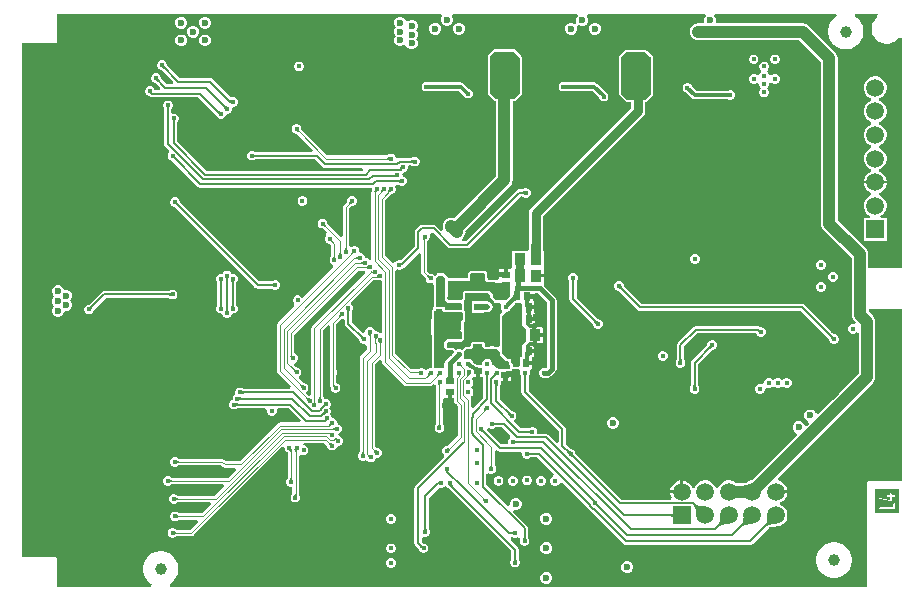
<source format=gbl>
G04*
G04 #@! TF.GenerationSoftware,Altium Limited,Altium Designer,24.4.1 (13)*
G04*
G04 Layer_Physical_Order=4*
G04 Layer_Color=16711680*
%FSLAX44Y44*%
%MOMM*%
G71*
G04*
G04 #@! TF.SameCoordinates,4536C672-4AD0-40D2-8A8E-5A20E6426CBC*
G04*
G04*
G04 #@! TF.FilePolarity,Positive*
G04*
G01*
G75*
%ADD12C,0.2000*%
%ADD17R,0.6000X0.6400*%
%ADD18R,0.9000X1.0000*%
%ADD23C,0.4200*%
%ADD31R,1.0000X0.9000*%
%ADD35R,0.6400X0.6000*%
%ADD67C,1.0000*%
%ADD68C,0.6000*%
%ADD69C,0.3000*%
%ADD71C,0.1250*%
%ADD72C,0.5000*%
%ADD74C,0.4000*%
%ADD75C,1.5000*%
%ADD76R,1.5000X1.5000*%
%ADD77C,0.6000*%
%ADD78C,1.0000*%
%ADD79C,0.8000*%
%ADD80C,0.3500*%
G36*
X781380Y710451D02*
X780761Y709832D01*
X780000Y707995D01*
Y706005D01*
X779034Y704560D01*
X775000D01*
X773173Y704320D01*
X771470Y703615D01*
X770008Y702492D01*
X768885Y701030D01*
X768180Y699327D01*
X767940Y697500D01*
X768180Y695673D01*
X768885Y693970D01*
X770008Y692508D01*
X771470Y691385D01*
X773173Y690680D01*
X775000Y690440D01*
X860575D01*
X878940Y672076D01*
Y535000D01*
X879180Y533173D01*
X879885Y531470D01*
X881008Y530008D01*
X904940Y506076D01*
Y457909D01*
X905180Y456081D01*
X905885Y454378D01*
X907008Y452916D01*
X908255Y451669D01*
X907122Y449973D01*
X906815Y450100D01*
X905184D01*
X903678Y449476D01*
X902524Y448322D01*
X901900Y446815D01*
Y445185D01*
X902524Y443677D01*
X903678Y442524D01*
X905184Y441900D01*
X906815D01*
X908322Y442524D01*
X908940Y443141D01*
X910940Y442383D01*
Y407924D01*
X894258Y391242D01*
X893989Y390892D01*
X889108Y386011D01*
X888758Y385742D01*
X876848Y373833D01*
X874614Y374427D01*
X874239Y375332D01*
X872832Y376739D01*
X870995Y377500D01*
X869006D01*
X867168Y376739D01*
X865761Y375332D01*
X865000Y373495D01*
Y371505D01*
X865761Y369668D01*
X867168Y368261D01*
X868073Y367886D01*
X868667Y365652D01*
X866848Y363833D01*
X864614Y364427D01*
X864239Y365332D01*
X862832Y366739D01*
X860995Y367500D01*
X859005D01*
X857168Y366739D01*
X855761Y365332D01*
X855000Y363495D01*
Y361505D01*
X855761Y359668D01*
X857168Y358261D01*
X858073Y357886D01*
X858667Y355652D01*
X821988Y318973D01*
X820763Y317804D01*
X820408Y317500D01*
X819749D01*
X817333Y316853D01*
X815167Y315602D01*
X814813Y315248D01*
X811258Y315060D01*
X809457D01*
X807765Y315100D01*
X807299Y315136D01*
X806833Y315602D01*
X804667Y316853D01*
X802251Y317500D01*
X799749D01*
X797333Y316853D01*
X795167Y315602D01*
X793398Y313833D01*
X792147Y311667D01*
X792035Y311248D01*
X789965D01*
X789853Y311667D01*
X788602Y313833D01*
X786833Y315602D01*
X784667Y316853D01*
X782251Y317500D01*
X779749D01*
X777333Y316853D01*
X775167Y315602D01*
X773398Y313833D01*
X772148Y311667D01*
X772035Y311248D01*
X769965D01*
X769853Y311667D01*
X768602Y313833D01*
X766833Y315602D01*
X764667Y316853D01*
X762251Y317500D01*
X762000D01*
Y308000D01*
X761000D01*
Y307000D01*
X751500D01*
Y306749D01*
X752147Y304333D01*
X752883Y303059D01*
X751807Y301059D01*
X710267D01*
X671137Y340189D01*
X671133Y340194D01*
X671102Y340239D01*
X671100Y340242D01*
Y340816D01*
X670476Y342323D01*
X669323Y343476D01*
X667816Y344100D01*
X667242D01*
X667239Y344102D01*
X667217Y344117D01*
X667169Y344156D01*
X663059Y348267D01*
Y360750D01*
X662826Y361921D01*
X662163Y362913D01*
X631564Y393512D01*
Y405704D01*
X631564Y405710D01*
X631574Y405764D01*
X631575Y405767D01*
X631981Y406173D01*
X632605Y407680D01*
Y409311D01*
X632402Y409800D01*
X633611Y411800D01*
X634400D01*
Y415500D01*
X629400D01*
Y418500D01*
X634400D01*
Y421800D01*
X636400D01*
Y425500D01*
X631400D01*
Y428500D01*
X636400D01*
Y432200D01*
X637862Y433500D01*
X643500D01*
Y439000D01*
X637000D01*
Y442000D01*
X643500D01*
Y447500D01*
X638362D01*
X636900Y448800D01*
Y452500D01*
X631900D01*
Y455500D01*
X636900D01*
Y459200D01*
X636400D01*
Y462500D01*
X634434D01*
X634389Y462446D01*
X634370Y462369D01*
Y462500D01*
X631400D01*
Y465500D01*
X634370D01*
Y466171D01*
X634389Y466095D01*
X634445Y466027D01*
X634541Y465967D01*
X634674Y465915D01*
X634845Y465871D01*
X635054Y465835D01*
X635301Y465807D01*
X635909Y465774D01*
X636270Y465770D01*
Y465500D01*
X636400D01*
Y469200D01*
X635400D01*
Y471212D01*
X634094Y471133D01*
X633833Y471089D01*
X633630Y471036D01*
X633485Y470976D01*
X633399Y470907D01*
X633369Y470830D01*
X633090Y470801D01*
X632840Y470710D01*
X632620Y470560D01*
X632429Y470350D01*
X632267Y470080D01*
X632135Y469751D01*
X632032Y469361D01*
X631973Y469000D01*
X632035Y468628D01*
X632140Y468234D01*
X632275Y467901D01*
X632440Y467628D01*
X632635Y467416D01*
X632860Y467263D01*
X633115Y467171D01*
X633400Y467139D01*
X628430Y467169D01*
X628520Y467200D01*
X628600Y467290D01*
X628670Y467439D01*
X628731Y467649D01*
X628783Y467920D01*
X628825Y468250D01*
X628857Y468728D01*
X628841Y468910D01*
X628768Y469361D01*
X628665Y469751D01*
X628533Y470080D01*
X628371Y470350D01*
X628180Y470560D01*
X627960Y470710D01*
X627710Y470801D01*
X627430Y470830D01*
X633369D01*
Y472500D01*
X630400D01*
Y475500D01*
X633369D01*
Y475630D01*
X633384Y475500D01*
X635856D01*
X636537Y476385D01*
X639048D01*
X647154Y468279D01*
Y413921D01*
X645849Y412617D01*
X644529D01*
X644529Y412617D01*
X644445Y412600D01*
X643675D01*
X642168Y411976D01*
X641014Y410822D01*
X640390Y409315D01*
Y407685D01*
X641014Y406177D01*
X642168Y405024D01*
X643675Y404400D01*
X645306D01*
X645450Y404460D01*
X647538D01*
X647538Y404460D01*
X649099Y404770D01*
X650422Y405654D01*
X654116Y409348D01*
X654116Y409348D01*
X655000Y410671D01*
X655310Y412232D01*
Y469968D01*
X655310Y469968D01*
X655000Y471529D01*
X654116Y472852D01*
X644758Y482210D01*
X644250Y484000D01*
X644250Y484000D01*
X644250D01*
X644250Y484000D01*
Y489500D01*
X637750D01*
Y492500D01*
X644250D01*
Y496000D01*
X644250Y498000D01*
X644250Y500000D01*
Y509926D01*
X644259Y509969D01*
X644250Y510013D01*
Y510040D01*
X644256Y510080D01*
X644250Y510103D01*
Y512000D01*
X644059D01*
X643867Y515254D01*
Y541216D01*
X728326Y625674D01*
X729652Y627659D01*
X730117Y630000D01*
Y637984D01*
X730780Y638116D01*
X731442Y638558D01*
X731442Y638558D01*
X736442Y643558D01*
X736884Y644220D01*
X737039Y645000D01*
Y657038D01*
X737100Y657185D01*
Y658816D01*
X737039Y658962D01*
Y673038D01*
X737100Y673185D01*
Y674816D01*
X737039Y674962D01*
Y675000D01*
X736884Y675780D01*
X736442Y676442D01*
X736442Y676442D01*
X731442Y681442D01*
X730780Y681884D01*
X730000Y682039D01*
X714000D01*
X714000Y682039D01*
X713220Y681884D01*
X712558Y681442D01*
X712558Y681442D01*
X708558Y677442D01*
X708116Y676780D01*
X707961Y676000D01*
Y645000D01*
X707961Y645000D01*
X708116Y644220D01*
X708558Y643558D01*
X713558Y638558D01*
X713558Y638558D01*
X714220Y638116D01*
X715000Y637961D01*
X717883D01*
Y632534D01*
X633424Y548076D01*
X632098Y546091D01*
X631632Y543750D01*
Y513634D01*
X631212Y512856D01*
X630124Y512000D01*
X629250Y512000D01*
X617750D01*
Y500074D01*
X617741Y500031D01*
X617750Y499987D01*
Y498172D01*
X617640Y497818D01*
X616785Y496400D01*
X615943Y496400D01*
X613500D01*
Y496280D01*
X613770D01*
X613774Y495917D01*
X613836Y495057D01*
X613873Y494847D01*
X613918Y494675D01*
X613972Y494542D01*
X614033Y494446D01*
X614103Y494389D01*
X614181Y494370D01*
X613500D01*
Y491400D01*
X612000D01*
Y489900D01*
X608858D01*
X608861Y489500D01*
X608829Y489785D01*
X608787Y489900D01*
X606800D01*
Y488566D01*
X605200Y487600D01*
X597284D01*
X597042Y487842D01*
X596839Y487977D01*
Y492200D01*
X596684Y492980D01*
X596242Y493642D01*
X595442Y494442D01*
X594780Y494884D01*
X594000Y495039D01*
X583000D01*
X582220Y494884D01*
X581558Y494442D01*
X581558Y494442D01*
X580758Y493642D01*
X580316Y492980D01*
X580161Y492200D01*
Y488600D01*
X564994D01*
X563039Y489000D01*
X562884Y489780D01*
X562442Y490442D01*
X562442Y490442D01*
X560442Y492442D01*
X560442Y492442D01*
X559780Y492884D01*
X559000Y493039D01*
X555000D01*
X554220Y492884D01*
X553558Y492442D01*
X551957Y490841D01*
X550818Y491981D01*
X549311Y492605D01*
X548690D01*
X548513Y492644D01*
X548344Y492647D01*
X548254Y492654D01*
X548185Y492664D01*
X548134Y492676D01*
X548101Y492686D01*
X548098Y492687D01*
X545776Y495009D01*
X545676Y495250D01*
Y520257D01*
X546323Y520524D01*
X547476Y521678D01*
X548100Y523185D01*
Y524815D01*
X547934Y525215D01*
X548779Y527111D01*
X548911Y527277D01*
X550418Y527256D01*
X562837Y514837D01*
X562837Y514837D01*
X563829Y514174D01*
X565000Y513941D01*
X565000Y513941D01*
X579500D01*
X579500Y513941D01*
X580671Y514174D01*
X581663Y514837D01*
X624767Y557941D01*
X626209D01*
X626215Y557940D01*
X626269Y557931D01*
X626272Y557930D01*
X626678Y557524D01*
X628185Y556900D01*
X629816D01*
X631323Y557524D01*
X632476Y558677D01*
X633100Y560185D01*
Y561815D01*
X632476Y563322D01*
X631323Y564476D01*
X629816Y565100D01*
X628185D01*
X626678Y564476D01*
X626272Y564070D01*
X626269Y564069D01*
X626242Y564064D01*
X626181Y564059D01*
X623500D01*
X622329Y563826D01*
X621337Y563163D01*
X578233Y520059D01*
X575317D01*
X574794Y521274D01*
X574756Y522059D01*
X575992Y523008D01*
X577114Y524470D01*
X577820Y526173D01*
X578060Y528000D01*
X577935Y528950D01*
X615992Y567008D01*
X617114Y568470D01*
X617820Y570173D01*
X618060Y572000D01*
Y638461D01*
X619000D01*
X619780Y638616D01*
X620442Y639058D01*
X620442Y639058D01*
X625442Y644058D01*
X625884Y644720D01*
X626039Y645500D01*
Y675500D01*
X625884Y676280D01*
X625442Y676942D01*
X625442Y676942D01*
X620442Y681942D01*
X619780Y682384D01*
X619000Y682539D01*
X603000D01*
X603000Y682539D01*
X602220Y682384D01*
X601558Y681942D01*
X601558Y681942D01*
X597558Y677942D01*
X597116Y677280D01*
X596961Y676500D01*
Y645500D01*
X596961Y645500D01*
X597116Y644720D01*
X597558Y644058D01*
X602558Y639058D01*
X602558Y639058D01*
X603220Y638616D01*
X603940Y638473D01*
Y574925D01*
X568540Y539525D01*
X567827Y539820D01*
X566000Y540060D01*
X564173Y539820D01*
X562470Y539114D01*
X561008Y537992D01*
X559885Y536530D01*
X559180Y534827D01*
X558940Y533000D01*
X559006Y532500D01*
X558940Y532000D01*
X559180Y530173D01*
X559321Y529833D01*
X557625Y528701D01*
X553163Y533163D01*
X552170Y533826D01*
X551000Y534059D01*
X551000Y534059D01*
X541000D01*
X539829Y533826D01*
X538837Y533163D01*
X535837Y530163D01*
X535174Y529170D01*
X534941Y528000D01*
X534941Y528000D01*
Y515267D01*
X523493Y503819D01*
X522816Y504100D01*
X521185D01*
X519678Y503476D01*
X518524Y502322D01*
X518456Y502158D01*
X516097Y501688D01*
X509676Y508109D01*
Y554891D01*
X514603Y559818D01*
X514605Y559819D01*
X514639Y559829D01*
X514689Y559840D01*
X514759Y559851D01*
X514849Y559858D01*
X515018Y559861D01*
X515195Y559900D01*
X515816D01*
X517323Y560524D01*
X518476Y561678D01*
X519100Y563184D01*
Y564815D01*
X518654Y565892D01*
X519599Y567589D01*
X521525Y567677D01*
X521678Y567524D01*
X523185Y566900D01*
X524815D01*
X526322Y567524D01*
X527476Y568678D01*
X528100Y570185D01*
Y571815D01*
X527476Y573322D01*
X526322Y574476D01*
X524816Y575100D01*
X524762Y575228D01*
X524405Y576898D01*
X525707Y578400D01*
X525816D01*
X527322Y579024D01*
X528476Y580178D01*
X529100Y581684D01*
Y583316D01*
X529852Y584441D01*
X532209D01*
X532215Y584440D01*
X532269Y584431D01*
X532272Y584430D01*
X532677Y584024D01*
X534184Y583400D01*
X535816D01*
X537322Y584024D01*
X538476Y585177D01*
X539100Y586684D01*
Y588316D01*
X538476Y589822D01*
X537322Y590976D01*
X535816Y591600D01*
X534184D01*
X532677Y590976D01*
X532272Y590570D01*
X532269Y590569D01*
X532242Y590564D01*
X532181Y590559D01*
X522500D01*
X522500Y590559D01*
X521329Y590326D01*
X521100Y590173D01*
X520047Y590511D01*
X519103Y590972D01*
X518982Y591101D01*
X518476Y592322D01*
X517323Y593476D01*
X515816Y594100D01*
X514184D01*
X512678Y593476D01*
X512239Y593037D01*
X512086Y592939D01*
X511965Y592822D01*
X511896Y592764D01*
X511839Y592721D01*
X511795Y592694D01*
X511765Y592678D01*
X511762Y592676D01*
X461109D01*
X439182Y614603D01*
X439181Y614605D01*
X439171Y614639D01*
X439160Y614689D01*
X439149Y614759D01*
X439142Y614849D01*
X439139Y615018D01*
X439100Y615195D01*
Y615816D01*
X438476Y617322D01*
X437322Y618476D01*
X435816Y619100D01*
X434184D01*
X432677Y618476D01*
X431524Y617322D01*
X430900Y615816D01*
Y614184D01*
X431524Y612677D01*
X432677Y611524D01*
X434184Y610900D01*
X434805D01*
X434982Y610861D01*
X435151Y610858D01*
X435241Y610851D01*
X435311Y610840D01*
X435361Y610829D01*
X435395Y610819D01*
X435397Y610818D01*
X448808Y597407D01*
X448043Y595559D01*
X400190D01*
X399772Y595976D01*
X398265Y596600D01*
X396634D01*
X395128Y595976D01*
X393974Y594823D01*
X393350Y593316D01*
Y591684D01*
X393974Y590178D01*
X395128Y589024D01*
X396634Y588400D01*
X398265D01*
X399772Y589024D01*
X400190Y589441D01*
X450733D01*
X457337Y582837D01*
X457337Y582837D01*
X458330Y582174D01*
X459500Y581941D01*
X490011D01*
X491080Y579941D01*
X490824Y579559D01*
X359017D01*
X334059Y604517D01*
Y621260D01*
X334476Y621678D01*
X335100Y623185D01*
Y624815D01*
X334476Y626322D01*
X333322Y627476D01*
X331815Y628100D01*
X330185D01*
X329059Y628852D01*
Y632261D01*
X329476Y632678D01*
X330100Y634184D01*
Y635816D01*
X329476Y637322D01*
X328322Y638476D01*
X326816Y639100D01*
X325185D01*
X323678Y638476D01*
X322524Y637322D01*
X321900Y635816D01*
Y634184D01*
X322524Y632678D01*
X322941Y632261D01*
Y602500D01*
X322941Y602500D01*
X323174Y601329D01*
X323837Y600337D01*
X326985Y597189D01*
X326774Y594572D01*
X326524Y594323D01*
X325900Y592816D01*
Y591185D01*
X326524Y589678D01*
X327678Y588524D01*
X329184Y587900D01*
X329774D01*
X351337Y566337D01*
X352329Y565674D01*
X353500Y565441D01*
X353500Y565441D01*
X498482D01*
X498900Y564815D01*
Y563375D01*
X498527Y562817D01*
X498324Y561793D01*
X498324Y561793D01*
Y505088D01*
X497026Y504550D01*
X496324Y504475D01*
X495322Y505476D01*
X493815Y506100D01*
X493100D01*
Y506815D01*
X492476Y508322D01*
X491323Y509476D01*
X489816Y510100D01*
X488136Y511162D01*
X488100Y511948D01*
Y512816D01*
X487476Y514322D01*
X486322Y515476D01*
X484815Y516100D01*
X483185D01*
X481678Y515476D01*
X481676Y515475D01*
X479676Y516303D01*
Y547891D01*
X481603Y549818D01*
X481605Y549819D01*
X481639Y549829D01*
X481689Y549841D01*
X481759Y549851D01*
X481849Y549858D01*
X482018Y549861D01*
X482195Y549900D01*
X482816D01*
X484323Y550524D01*
X485476Y551678D01*
X486100Y553185D01*
Y554816D01*
X485476Y556323D01*
X484323Y557476D01*
X482816Y558100D01*
X481185D01*
X479678Y557476D01*
X478524Y556323D01*
X477900Y554816D01*
Y554195D01*
X477861Y554017D01*
X477858Y553849D01*
X477851Y553759D01*
X477840Y553689D01*
X477829Y553639D01*
X477819Y553605D01*
X477818Y553603D01*
X475107Y550892D01*
X474527Y550024D01*
X474324Y549000D01*
X474324Y549000D01*
Y524290D01*
X472324Y523461D01*
X461182Y534603D01*
X461181Y534605D01*
X461171Y534639D01*
X461160Y534689D01*
X461149Y534759D01*
X461142Y534849D01*
X461139Y535018D01*
X461100Y535195D01*
Y535816D01*
X460476Y537322D01*
X459322Y538476D01*
X457816Y539100D01*
X456185D01*
X454678Y538476D01*
X453524Y537322D01*
X452900Y535816D01*
Y534184D01*
X453524Y532677D01*
X454678Y531524D01*
X456185Y530900D01*
X456805D01*
X456982Y530861D01*
X457151Y530858D01*
X457241Y530851D01*
X457311Y530840D01*
X457361Y530829D01*
X457394Y530819D01*
X457397Y530818D01*
X460783Y527432D01*
X460294Y525092D01*
X459524Y524322D01*
X458900Y522816D01*
Y521185D01*
X459524Y519678D01*
X460677Y518524D01*
X462184Y517900D01*
X462805D01*
X462982Y517861D01*
X463151Y517858D01*
X463241Y517851D01*
X463311Y517840D01*
X463361Y517829D01*
X463395Y517819D01*
X463397Y517818D01*
X464324Y516891D01*
Y507238D01*
X464322Y507235D01*
X464306Y507205D01*
X464278Y507161D01*
X464236Y507104D01*
X464178Y507035D01*
X464061Y506914D01*
X463963Y506761D01*
X463524Y506323D01*
X462900Y504816D01*
Y503185D01*
X463524Y501678D01*
X464678Y500524D01*
X465550Y500163D01*
X466147Y498405D01*
X466135Y497920D01*
X440361Y472146D01*
X439476Y472323D01*
X438322Y473476D01*
X436815Y474100D01*
X435184D01*
X433677Y473476D01*
X432524Y472322D01*
X431900Y470816D01*
Y469184D01*
X432524Y467678D01*
X432794Y467408D01*
X433014Y464799D01*
X419108Y450892D01*
X418527Y450024D01*
X418324Y449000D01*
X418324Y449000D01*
Y410000D01*
X418324Y410000D01*
X418527Y408976D01*
X419108Y408107D01*
X430156Y397059D01*
X429328Y395059D01*
X389791D01*
X389785Y395060D01*
X389731Y395069D01*
X389728Y395070D01*
X389322Y395476D01*
X387816Y396100D01*
X386184D01*
X384678Y395476D01*
X383524Y394323D01*
X382900Y392816D01*
Y391185D01*
X383190Y390483D01*
X382579Y390230D01*
X381426Y389077D01*
X380802Y387570D01*
Y385939D01*
X380873Y385766D01*
X379579Y385230D01*
X378426Y384077D01*
X377802Y382570D01*
Y380939D01*
X378426Y379432D01*
X379579Y378278D01*
X381086Y377654D01*
X382717D01*
X384224Y378278D01*
X384630Y378684D01*
X384633Y378685D01*
X384660Y378690D01*
X384721Y378695D01*
X408514D01*
X409900Y376815D01*
Y375185D01*
X410524Y373678D01*
X411678Y372524D01*
X413185Y371900D01*
X414816D01*
X416323Y372524D01*
X417476Y373678D01*
X418100Y375185D01*
Y376815D01*
X419486Y378695D01*
X428370D01*
X438541Y368524D01*
X437775Y366676D01*
X421000D01*
X421000Y366676D01*
X419976Y366473D01*
X419108Y365892D01*
X419107Y365892D01*
X386891Y333676D01*
X375109D01*
X373893Y334893D01*
X373024Y335473D01*
X372000Y335676D01*
X372000Y335676D01*
X335238D01*
X335235Y335678D01*
X335205Y335694D01*
X335161Y335722D01*
X335104Y335764D01*
X335035Y335822D01*
X334914Y335939D01*
X334761Y336037D01*
X334322Y336476D01*
X332816Y337100D01*
X331185D01*
X329678Y336476D01*
X328524Y335322D01*
X327900Y333815D01*
Y332184D01*
X328524Y330677D01*
X329678Y329524D01*
X331185Y328900D01*
X332816D01*
X334322Y329524D01*
X334761Y329963D01*
X334914Y330061D01*
X335035Y330178D01*
X335104Y330236D01*
X335161Y330279D01*
X335205Y330306D01*
X335235Y330322D01*
X335238Y330324D01*
X370891D01*
X372107Y329108D01*
X372108Y329108D01*
X372976Y328527D01*
X374000Y328324D01*
X374000Y328324D01*
X382925D01*
X383691Y326476D01*
X376891Y319676D01*
X329238D01*
X329235Y319678D01*
X329205Y319694D01*
X329161Y319722D01*
X329104Y319764D01*
X329035Y319822D01*
X328914Y319939D01*
X328761Y320037D01*
X328322Y320476D01*
X326816Y321100D01*
X325185D01*
X323678Y320476D01*
X322524Y319322D01*
X321900Y317815D01*
Y316185D01*
X322524Y314678D01*
X323678Y313524D01*
X325185Y312900D01*
X326816D01*
X328322Y313524D01*
X328761Y313963D01*
X328914Y314061D01*
X329035Y314178D01*
X329104Y314236D01*
X329161Y314279D01*
X329205Y314306D01*
X329235Y314322D01*
X329238Y314324D01*
X372925D01*
X373691Y312476D01*
X365891Y304676D01*
X334238D01*
X334235Y304678D01*
X334205Y304694D01*
X334161Y304722D01*
X334104Y304764D01*
X334035Y304822D01*
X333914Y304939D01*
X333761Y305037D01*
X333322Y305476D01*
X331815Y306100D01*
X330185D01*
X328677Y305476D01*
X327524Y304322D01*
X326900Y302815D01*
Y301185D01*
X327524Y299678D01*
X328677Y298524D01*
X330185Y297900D01*
X331815D01*
X333322Y298524D01*
X333761Y298963D01*
X333914Y299061D01*
X334035Y299178D01*
X334104Y299236D01*
X334161Y299279D01*
X334205Y299306D01*
X334235Y299322D01*
X334238Y299324D01*
X361925D01*
X362691Y297476D01*
X354891Y289676D01*
X335238D01*
X335235Y289678D01*
X335205Y289694D01*
X335161Y289722D01*
X335104Y289764D01*
X335035Y289822D01*
X334914Y289939D01*
X334761Y290037D01*
X334322Y290476D01*
X332816Y291100D01*
X331185D01*
X329678Y290476D01*
X328524Y289322D01*
X327900Y287816D01*
Y286185D01*
X328524Y284678D01*
X329678Y283524D01*
X331185Y282900D01*
X332816D01*
X334322Y283524D01*
X334761Y283963D01*
X334914Y284061D01*
X335035Y284178D01*
X335104Y284236D01*
X335161Y284279D01*
X335205Y284306D01*
X335235Y284322D01*
X335238Y284324D01*
X350925D01*
X351691Y282476D01*
X344891Y275676D01*
X333238D01*
X333235Y275678D01*
X333205Y275694D01*
X333161Y275722D01*
X333104Y275764D01*
X333036Y275822D01*
X332914Y275939D01*
X332761Y276037D01*
X332322Y276476D01*
X330816Y277100D01*
X329184D01*
X327678Y276476D01*
X326524Y275322D01*
X325900Y273815D01*
Y272184D01*
X326524Y270678D01*
X327678Y269524D01*
X329184Y268900D01*
X330816D01*
X332322Y269524D01*
X332761Y269963D01*
X332914Y270061D01*
X333036Y270178D01*
X333104Y270236D01*
X333161Y270278D01*
X333205Y270306D01*
X333235Y270322D01*
X333238Y270324D01*
X346000D01*
X346000Y270324D01*
X347024Y270527D01*
X347892Y271108D01*
X423052Y346267D01*
X423331Y346199D01*
X424900Y345286D01*
Y344184D01*
X425524Y342677D01*
X426678Y341524D01*
X427574Y341153D01*
Y319372D01*
X427522Y319320D01*
X427421Y319236D01*
X427342Y319141D01*
X426524Y318323D01*
X425900Y316815D01*
Y315184D01*
X426524Y313678D01*
X427678Y312524D01*
X429184Y311900D01*
X430816D01*
X431499Y311444D01*
Y306327D01*
X431471Y306294D01*
X431424Y306246D01*
X431309Y306144D01*
X431191Y305989D01*
X430524Y305322D01*
X429900Y303815D01*
Y302185D01*
X430524Y300678D01*
X431678Y299524D01*
X433185Y298900D01*
X434815D01*
X436322Y299524D01*
X437476Y300678D01*
X438100Y302185D01*
Y303815D01*
X437476Y305322D01*
X437205Y305593D01*
X437167Y305665D01*
X437052Y305805D01*
X436985Y305896D01*
X436934Y305975D01*
X436897Y306042D01*
X436871Y306094D01*
X436856Y306135D01*
X436851Y306149D01*
Y338522D01*
X437976Y339139D01*
X438851Y339452D01*
X440185Y338900D01*
X441816D01*
X443322Y339524D01*
X444476Y340678D01*
X445100Y342184D01*
Y343815D01*
X444476Y345322D01*
X443322Y346476D01*
X441816Y347100D01*
X440547D01*
X440320Y347324D01*
X441138Y349324D01*
X458451D01*
X460343Y347433D01*
X460343Y347433D01*
X460877Y347075D01*
X460900Y346960D01*
Y346184D01*
X461524Y344678D01*
X462678Y343524D01*
X464184Y342900D01*
X465816D01*
X467323Y343524D01*
X468476Y344678D01*
X469100Y346184D01*
X470816Y346900D01*
X472322Y347524D01*
X473476Y348678D01*
X474100Y350185D01*
Y351816D01*
X473476Y353322D01*
X472322Y354476D01*
X470816Y355100D01*
X470696D01*
X470298Y357100D01*
X471323Y357524D01*
X472476Y358677D01*
X473100Y360184D01*
Y361815D01*
X472476Y363322D01*
X471323Y364476D01*
X469816Y365100D01*
X469100Y366816D01*
X468476Y368322D01*
X467323Y369476D01*
X465816Y370100D01*
X465100D01*
Y370816D01*
X464476Y372322D01*
X463476Y373678D01*
X464100Y375185D01*
Y376816D01*
X463476Y378322D01*
X462798Y379000D01*
X463476Y379678D01*
X464100Y381185D01*
Y382816D01*
X463476Y384322D01*
X462322Y385476D01*
X460816Y386100D01*
X459184D01*
X459012Y386029D01*
X458476Y387322D01*
X458037Y387761D01*
X457939Y387914D01*
X457822Y388035D01*
X457764Y388104D01*
X457721Y388161D01*
X457694Y388205D01*
X457678Y388235D01*
X457676Y388238D01*
Y444891D01*
X461476Y448691D01*
X463324Y447925D01*
Y410904D01*
X463324Y410904D01*
X463499Y410025D01*
Y407975D01*
X463324Y407096D01*
X463324Y407096D01*
Y398207D01*
X463324Y398207D01*
X463527Y397183D01*
X463900Y396625D01*
Y395185D01*
X464524Y393677D01*
X465678Y392524D01*
X467184Y391900D01*
X468815D01*
X470322Y392524D01*
X471476Y393677D01*
X472100Y395185D01*
Y396815D01*
X471476Y398322D01*
X470322Y399476D01*
X468815Y400100D01*
X468676D01*
Y406391D01*
X468851Y407271D01*
X468851Y407271D01*
Y410729D01*
X468851Y410729D01*
X468676Y411609D01*
Y449891D01*
X473103Y454318D01*
X473106Y454319D01*
X473139Y454329D01*
X473189Y454340D01*
X473259Y454351D01*
X473349Y454358D01*
X473517Y454361D01*
X473695Y454400D01*
X474315D01*
X475691Y453481D01*
Y450250D01*
X475691Y450250D01*
X475924Y449080D01*
X476587Y448087D01*
X487863Y436811D01*
X487867Y436806D01*
X487898Y436761D01*
X487900Y436758D01*
Y436184D01*
X488524Y434678D01*
X489678Y433524D01*
X491185Y432900D01*
X492816D01*
X494324Y431360D01*
Y428109D01*
X489108Y422892D01*
X488527Y422024D01*
X488324Y421000D01*
X488324Y421000D01*
Y341238D01*
X488322Y341235D01*
X488306Y341205D01*
X488278Y341161D01*
X488236Y341104D01*
X488178Y341035D01*
X488061Y340914D01*
X487963Y340761D01*
X487524Y340322D01*
X486900Y338816D01*
Y337184D01*
X487524Y335678D01*
X488678Y334524D01*
X490185Y333900D01*
X491816D01*
X493322Y334524D01*
X495269Y333933D01*
X495677Y333524D01*
X497184Y332900D01*
X498815D01*
X500322Y333524D01*
X501476Y334678D01*
X502100Y336185D01*
Y336843D01*
X502184Y336900D01*
X503816D01*
X505322Y337524D01*
X506476Y338678D01*
X507100Y340185D01*
Y341815D01*
X506476Y343322D01*
X505322Y344476D01*
X503816Y345100D01*
X503195D01*
X503018Y345139D01*
X502849Y345142D01*
X502759Y345149D01*
X502689Y345160D01*
X502639Y345171D01*
X502606Y345181D01*
X502603Y345182D01*
X501501Y346284D01*
Y415716D01*
X505476Y419691D01*
X507324Y418925D01*
Y418000D01*
X507323Y418000D01*
X507527Y416976D01*
X508107Y416107D01*
X526107Y398107D01*
X526107Y398107D01*
X526976Y397527D01*
X528000Y397324D01*
X547986D01*
X547986Y397323D01*
X549010Y397527D01*
X549879Y398107D01*
X550600Y398828D01*
X552959Y398359D01*
X553034Y398178D01*
X553119Y398092D01*
X553128Y398077D01*
X553253Y397803D01*
X553279Y397730D01*
X553304Y397650D01*
X553320Y397584D01*
X553324Y397566D01*
Y384609D01*
X553149Y383729D01*
X553149Y383729D01*
Y380271D01*
X553149Y380271D01*
X553324Y379391D01*
Y365238D01*
X553322Y365235D01*
X553306Y365205D01*
X553278Y365161D01*
X553236Y365104D01*
X553178Y365036D01*
X553061Y364914D01*
X552963Y364761D01*
X552524Y364323D01*
X551900Y362816D01*
Y361185D01*
X552524Y359678D01*
X553678Y358524D01*
X555185Y357900D01*
X556815D01*
X558322Y358524D01*
X559476Y359678D01*
X560100Y361185D01*
Y362816D01*
X559476Y364323D01*
X559037Y364761D01*
X558939Y364914D01*
X558822Y365036D01*
X558764Y365104D01*
X558722Y365161D01*
X558694Y365205D01*
X558678Y365235D01*
X558676Y365238D01*
Y380095D01*
X558676Y380096D01*
X558501Y380975D01*
Y383024D01*
X558676Y383904D01*
X558676Y383904D01*
Y386065D01*
X559800Y387600D01*
X563500D01*
Y392600D01*
X566500D01*
Y387600D01*
X568291D01*
Y385033D01*
X568291Y385033D01*
X568494Y384009D01*
X569075Y383140D01*
X571824Y380391D01*
Y355609D01*
X562897Y346682D01*
X562895Y346681D01*
X562861Y346671D01*
X562811Y346660D01*
X562741Y346649D01*
X562651Y346642D01*
X562482Y346639D01*
X562305Y346600D01*
X561684D01*
X560177Y345976D01*
X559024Y344822D01*
X558400Y343316D01*
Y341684D01*
X559024Y340178D01*
X559524Y339678D01*
X559839Y337164D01*
X535587Y312913D01*
X534924Y311921D01*
X534691Y310750D01*
X534691Y310750D01*
Y274750D01*
Y264250D01*
X534691Y264250D01*
X534924Y263079D01*
X535587Y262087D01*
X538326Y259349D01*
X538400Y259256D01*
Y259184D01*
X539024Y257677D01*
X540178Y256524D01*
X541684Y255900D01*
X543316D01*
X544823Y256524D01*
X545976Y257677D01*
X546600Y259184D01*
Y260816D01*
X545976Y262322D01*
X544823Y263476D01*
X543316Y264100D01*
X542226D01*
X540809Y265517D01*
Y268780D01*
X542809Y270056D01*
X543185Y269900D01*
X544815D01*
X546323Y270524D01*
X547476Y271677D01*
X548100Y273184D01*
Y274816D01*
X547476Y276322D01*
X547070Y276728D01*
X547069Y276731D01*
X547065Y276758D01*
X547059Y276819D01*
Y302733D01*
X555653Y311327D01*
X556684Y310900D01*
X558316D01*
X559823Y311524D01*
X559943Y311645D01*
X561250Y312498D01*
X562557Y311645D01*
X562677Y311524D01*
X563374Y311236D01*
X563389Y311224D01*
X563416Y311198D01*
X563433Y311187D01*
X563448Y311176D01*
X563459Y311170D01*
X563802Y310872D01*
X607087Y267587D01*
X607087Y267587D01*
X616941Y257733D01*
Y250791D01*
X616940Y250785D01*
X616931Y250731D01*
X616930Y250728D01*
X616524Y250322D01*
X615900Y248815D01*
Y247184D01*
X616524Y245678D01*
X617678Y244524D01*
X619184Y243900D01*
X620816D01*
X622323Y244524D01*
X623476Y245678D01*
X624100Y247184D01*
Y248815D01*
X623476Y250322D01*
X623070Y250728D01*
X623069Y250731D01*
X623064Y250758D01*
X623059Y250819D01*
Y259000D01*
X623059Y259000D01*
X622826Y260170D01*
X622163Y261163D01*
X622163Y261163D01*
X616398Y266928D01*
X616605Y268610D01*
X616961Y269193D01*
X618061Y269366D01*
X619184Y268900D01*
X620816D01*
X621688Y269261D01*
X623570Y268625D01*
X623966Y268339D01*
X624196Y267530D01*
X623900Y266815D01*
Y265184D01*
X624524Y263678D01*
X625677Y262524D01*
X627184Y261900D01*
X628815D01*
X630322Y262524D01*
X631476Y263678D01*
X632100Y265184D01*
Y266815D01*
X631476Y268323D01*
X631070Y268728D01*
X631069Y268731D01*
X631064Y268758D01*
X631059Y268819D01*
Y277000D01*
X631059Y277000D01*
X630826Y278171D01*
X630163Y279163D01*
X630163Y279163D01*
X618556Y290770D01*
X619520Y292359D01*
X619654Y292500D01*
X621595D01*
X623432Y293261D01*
X624839Y294668D01*
X625600Y296505D01*
Y298495D01*
X624839Y300332D01*
X623432Y301739D01*
X621595Y302500D01*
X619605D01*
X617768Y301739D01*
X616361Y300332D01*
X615600Y298495D01*
Y296554D01*
X615459Y296420D01*
X613870Y295456D01*
X595809Y313517D01*
Y322565D01*
X597678Y323524D01*
X599184Y322900D01*
X600816D01*
X602322Y323524D01*
X603476Y324678D01*
X604100Y326185D01*
Y327816D01*
X603476Y329323D01*
X603037Y329761D01*
X602939Y329914D01*
X602822Y330036D01*
X602764Y330104D01*
X602721Y330161D01*
X602694Y330205D01*
X602678Y330235D01*
X602676Y330238D01*
Y342385D01*
X604524Y343150D01*
X604837Y342837D01*
X605830Y342174D01*
X607000Y341941D01*
X607000Y341941D01*
X625148D01*
X625900Y340816D01*
Y339184D01*
X626524Y337678D01*
X627678Y336524D01*
X629184Y335900D01*
X630816D01*
X632323Y336524D01*
X632728Y336930D01*
X632731Y336931D01*
X632758Y336936D01*
X632819Y336941D01*
X638733D01*
X652727Y322948D01*
X652167Y320679D01*
X651677Y320476D01*
X650524Y319322D01*
X649900Y317815D01*
Y316185D01*
X650524Y314678D01*
X651677Y313524D01*
X653184Y312900D01*
X654816D01*
X656322Y313524D01*
X657476Y314678D01*
X657679Y315167D01*
X659948Y315727D01*
X680598Y295076D01*
X680624Y294945D01*
X681287Y293952D01*
X683952Y291287D01*
X683952Y291287D01*
X684945Y290624D01*
X685076Y290598D01*
X711837Y263837D01*
X712830Y263174D01*
X714000Y262941D01*
X714000Y262941D01*
X819000D01*
X819000Y262941D01*
X820171Y263174D01*
X821163Y263837D01*
X834827Y277501D01*
X834851Y277521D01*
X835082Y277664D01*
X835429Y277822D01*
X835891Y277980D01*
X836468Y278125D01*
X837153Y278249D01*
X837922Y278345D01*
X839841Y278456D01*
X840935Y278461D01*
X841125Y278500D01*
X842251D01*
X844667Y279147D01*
X846833Y280398D01*
X848602Y282167D01*
X849853Y284333D01*
X850500Y286749D01*
Y289251D01*
X849853Y291667D01*
X848602Y293833D01*
X846833Y295602D01*
X844667Y296852D01*
X844248Y296965D01*
Y299035D01*
X844667Y299147D01*
X846833Y300398D01*
X848602Y302167D01*
X849853Y304333D01*
X850500Y306749D01*
Y307000D01*
X841000D01*
Y309000D01*
X850500D01*
Y309251D01*
X849853Y311667D01*
X848602Y313833D01*
X846833Y315602D01*
X844667Y316853D01*
X843089Y317275D01*
X842363Y319379D01*
X898474Y375489D01*
X898824Y375757D01*
X904242Y381176D01*
X904511Y381526D01*
X922992Y400008D01*
X924115Y401470D01*
X924820Y403173D01*
X925060Y405000D01*
Y451908D01*
X924820Y453736D01*
X924115Y455439D01*
X922992Y456901D01*
X919353Y460541D01*
X919950Y462410D01*
X920000Y462451D01*
X947451D01*
Y317039D01*
X920000D01*
X919220Y316884D01*
X918558Y316442D01*
X918116Y315780D01*
X917961Y315000D01*
Y227549D01*
X328223D01*
X327617Y229549D01*
X329562Y230849D01*
X331651Y232938D01*
X333293Y235395D01*
X334423Y238125D01*
X335000Y241023D01*
Y243977D01*
X334423Y246875D01*
X333293Y249605D01*
X331651Y252062D01*
X329562Y254151D01*
X327105Y255793D01*
X324375Y256924D01*
X321477Y257500D01*
X318523D01*
X315625Y256924D01*
X312895Y255793D01*
X310438Y254151D01*
X308349Y252062D01*
X306707Y249605D01*
X305576Y246875D01*
X305000Y243977D01*
Y241023D01*
X305576Y238125D01*
X306707Y235395D01*
X308349Y232938D01*
X310438Y230849D01*
X312383Y229549D01*
X311777Y227549D01*
X232549D01*
Y250000D01*
X232355Y250975D01*
X231802Y251802D01*
X230975Y252355D01*
X230000Y252549D01*
X202549D01*
Y687451D01*
X230000D01*
X230975Y687645D01*
X231802Y688198D01*
X232355Y689025D01*
X232549Y690000D01*
Y712451D01*
X557552Y712451D01*
X558380Y710451D01*
X558261Y710332D01*
X557500Y708495D01*
Y706505D01*
X558261Y704668D01*
X559668Y703261D01*
X561505Y702500D01*
X563495D01*
X565332Y703261D01*
X566739Y704668D01*
X567500Y706505D01*
Y708495D01*
X566739Y710332D01*
X566620Y710451D01*
X567448Y712451D01*
X672552Y712451D01*
X673380Y710451D01*
X672761Y709832D01*
X672000Y707995D01*
Y706005D01*
X672428Y704971D01*
X670733Y703838D01*
X670332Y704239D01*
X668495Y705000D01*
X666505D01*
X664668Y704239D01*
X663261Y702832D01*
X662500Y700995D01*
Y699005D01*
X663261Y697168D01*
X664668Y695761D01*
X666505Y695000D01*
X668495D01*
X670332Y695761D01*
X671739Y697168D01*
X672500Y699005D01*
Y700995D01*
X672072Y702029D01*
X673767Y703162D01*
X674168Y702761D01*
X676005Y702000D01*
X677995D01*
X679832Y702761D01*
X681239Y704168D01*
X682000Y706005D01*
Y707995D01*
X681239Y709832D01*
X680620Y710451D01*
X681448Y712451D01*
X780552D01*
X781380Y710451D01*
D02*
G37*
G36*
X927094Y712110D02*
X926792Y709503D01*
X926615Y709325D01*
X926406Y709186D01*
X925013Y707793D01*
X924874Y707584D01*
X924696Y707406D01*
X923602Y705769D01*
X923506Y705537D01*
X923366Y705328D01*
X922613Y703508D01*
X922563Y703262D01*
X922467Y703030D01*
X922083Y701098D01*
Y700847D01*
X922034Y700601D01*
Y698631D01*
X922083Y698385D01*
Y698133D01*
X922467Y696202D01*
X922563Y695970D01*
X922613Y695723D01*
X923366Y693904D01*
X923506Y693695D01*
X923602Y693463D01*
X924696Y691825D01*
X924874Y691647D01*
X925013Y691439D01*
X926406Y690046D01*
X926615Y689906D01*
X926792Y689729D01*
X928430Y688634D01*
X928662Y688538D01*
X928871Y688399D01*
X930691Y687645D01*
X930937Y687596D01*
X931169Y687500D01*
X933101Y687116D01*
X933352D01*
X933598Y687067D01*
X935568D01*
X935814Y687116D01*
X936065D01*
X937997Y687500D01*
X938229Y687596D01*
X938475Y687645D01*
X940295Y688399D01*
X940504Y688538D01*
X940736Y688634D01*
X942374Y689729D01*
X942551Y689906D01*
X942760Y690046D01*
X944153Y691439D01*
X944293Y691647D01*
X944470Y691825D01*
X947133Y692279D01*
X947451Y692054D01*
X947451Y497549D01*
X920000D01*
X919060Y498320D01*
Y509000D01*
X918820Y510827D01*
X918114Y512530D01*
X916992Y513992D01*
X893060Y537924D01*
Y675000D01*
X892820Y676827D01*
X892114Y678530D01*
X890993Y679992D01*
X868492Y702492D01*
X867030Y703615D01*
X865327Y704320D01*
X863500Y704560D01*
X790966D01*
X790000Y706005D01*
Y707995D01*
X789239Y709832D01*
X788620Y710451D01*
X789448Y712451D01*
X891777Y712451D01*
X892384Y710451D01*
X890438Y709151D01*
X888349Y707062D01*
X886707Y704605D01*
X885576Y701875D01*
X885000Y698977D01*
Y696023D01*
X885576Y693125D01*
X886707Y690395D01*
X888349Y687938D01*
X890438Y685849D01*
X892895Y684207D01*
X895625Y683076D01*
X898523Y682500D01*
X901477D01*
X904375Y683076D01*
X907105Y684207D01*
X909562Y685849D01*
X911651Y687938D01*
X913293Y690395D01*
X914424Y693125D01*
X915000Y696023D01*
Y698977D01*
X914424Y701875D01*
X913293Y704605D01*
X911651Y707062D01*
X909562Y709151D01*
X907616Y710451D01*
X908223Y712451D01*
X926826D01*
X927094Y712110D01*
D02*
G37*
G36*
X624000Y675500D02*
Y645500D01*
X619000Y640500D01*
X604000D01*
Y640500D01*
X599000Y645500D01*
Y676500D01*
X603000Y680500D01*
X619000D01*
X624000Y675500D01*
D02*
G37*
G36*
X735000Y675000D02*
Y645000D01*
X730000Y640000D01*
X715000D01*
Y640000D01*
X710000Y645000D01*
Y676000D01*
X714000Y680000D01*
X730000D01*
X735000Y675000D01*
D02*
G37*
G36*
X437104Y614748D02*
X437122Y614527D01*
X437154Y614316D01*
X437198Y614116D01*
X437257Y613926D01*
X437328Y613747D01*
X437414Y613578D01*
X437513Y613419D01*
X437625Y613271D01*
X437751Y613133D01*
X436867Y612249D01*
X436729Y612375D01*
X436581Y612487D01*
X436422Y612586D01*
X436253Y612672D01*
X436074Y612743D01*
X435884Y612802D01*
X435684Y612846D01*
X435473Y612878D01*
X435252Y612896D01*
X435021Y612900D01*
X437100Y614979D01*
X437104Y614748D01*
D02*
G37*
G36*
X513500Y588530D02*
X513334Y588690D01*
X513165Y588834D01*
X512994Y588961D01*
X512820Y589071D01*
X512645Y589164D01*
X512467Y589240D01*
X512287Y589299D01*
X512106Y589341D01*
X511922Y589366D01*
X511735Y589375D01*
Y590625D01*
X511922Y590633D01*
X512106Y590659D01*
X512287Y590701D01*
X512467Y590760D01*
X512645Y590836D01*
X512820Y590929D01*
X512994Y591039D01*
X513165Y591166D01*
X513334Y591309D01*
X513500Y591470D01*
Y588530D01*
D02*
G37*
G36*
X533500Y586030D02*
X533401Y586119D01*
X533289Y586199D01*
X533162Y586270D01*
X533022Y586331D01*
X532868Y586382D01*
X532701Y586425D01*
X532519Y586458D01*
X532324Y586481D01*
X532116Y586495D01*
X531893Y586500D01*
Y588500D01*
X532116Y588505D01*
X532519Y588542D01*
X532701Y588575D01*
X532868Y588618D01*
X533022Y588669D01*
X533162Y588730D01*
X533289Y588801D01*
X533401Y588881D01*
X533500Y588970D01*
Y586030D01*
D02*
G37*
G36*
X524237Y580544D02*
X524216Y580542D01*
X524182Y580525D01*
X524134Y580492D01*
X524074Y580445D01*
X523914Y580305D01*
X523436Y579843D01*
X522036Y581272D01*
X522925Y582176D01*
X524237Y580544D01*
D02*
G37*
G36*
X522500Y569530D02*
X522401Y569619D01*
X522289Y569699D01*
X522162Y569770D01*
X522022Y569831D01*
X521868Y569883D01*
X521701Y569925D01*
X521519Y569958D01*
X521325Y569981D01*
X521116Y569995D01*
X520893Y570000D01*
Y572000D01*
X521116Y572005D01*
X521519Y572042D01*
X521701Y572075D01*
X521868Y572118D01*
X522022Y572169D01*
X522162Y572230D01*
X522289Y572301D01*
X522401Y572381D01*
X522500Y572470D01*
Y569530D01*
D02*
G37*
G36*
X502573Y561944D02*
X502482Y561955D01*
X502385Y561950D01*
X502284Y561929D01*
X502178Y561893D01*
X502067Y561842D01*
X501952Y561775D01*
X501832Y561692D01*
X501707Y561594D01*
X501577Y561480D01*
X501442Y561351D01*
X500558Y562235D01*
X500675Y562357D01*
X500775Y562476D01*
X500861Y562591D01*
X500931Y562702D01*
X500985Y562809D01*
X501024Y562913D01*
X501047Y563013D01*
X501055Y563110D01*
X501047Y563202D01*
X501023Y563291D01*
X502573Y561944D01*
D02*
G37*
G36*
X514979Y561900D02*
X514748Y561896D01*
X514527Y561878D01*
X514316Y561847D01*
X514116Y561802D01*
X513926Y561743D01*
X513747Y561671D01*
X513578Y561586D01*
X513419Y561488D01*
X513271Y561375D01*
X513133Y561249D01*
X512249Y562133D01*
X512375Y562271D01*
X512487Y562419D01*
X512586Y562578D01*
X512672Y562747D01*
X512743Y562926D01*
X512802Y563116D01*
X512846Y563316D01*
X512878Y563527D01*
X512896Y563748D01*
X512900Y563979D01*
X514979Y561900D01*
D02*
G37*
G36*
X508979D02*
X508748Y561896D01*
X508527Y561878D01*
X508316Y561847D01*
X508116Y561802D01*
X507926Y561743D01*
X507747Y561671D01*
X507578Y561586D01*
X507419Y561488D01*
X507271Y561375D01*
X507133Y561249D01*
X506250Y562133D01*
X506375Y562271D01*
X506488Y562419D01*
X506586Y562578D01*
X506672Y562747D01*
X506743Y562926D01*
X506802Y563116D01*
X506847Y563316D01*
X506878Y563527D01*
X506896Y563748D01*
X506900Y563979D01*
X508979Y561900D01*
D02*
G37*
G36*
X627500Y559530D02*
X627401Y559619D01*
X627289Y559699D01*
X627162Y559770D01*
X627022Y559831D01*
X626868Y559883D01*
X626701Y559925D01*
X626519Y559958D01*
X626325Y559981D01*
X626116Y559995D01*
X625893Y560000D01*
Y562000D01*
X626116Y562005D01*
X626519Y562042D01*
X626701Y562075D01*
X626868Y562118D01*
X627022Y562169D01*
X627162Y562230D01*
X627289Y562301D01*
X627401Y562381D01*
X627500Y562470D01*
Y559530D01*
D02*
G37*
G36*
X481979Y551900D02*
X481748Y551896D01*
X481527Y551878D01*
X481316Y551847D01*
X481116Y551802D01*
X480926Y551743D01*
X480747Y551672D01*
X480578Y551586D01*
X480419Y551488D01*
X480271Y551375D01*
X480133Y551250D01*
X479249Y552133D01*
X479375Y552271D01*
X479487Y552419D01*
X479586Y552578D01*
X479672Y552747D01*
X479743Y552926D01*
X479802Y553116D01*
X479846Y553316D01*
X479878Y553527D01*
X479896Y553748D01*
X479900Y553979D01*
X481979Y551900D01*
D02*
G37*
G36*
X459104Y534748D02*
X459122Y534527D01*
X459154Y534316D01*
X459198Y534116D01*
X459257Y533926D01*
X459328Y533747D01*
X459414Y533578D01*
X459512Y533419D01*
X459625Y533271D01*
X459751Y533133D01*
X458867Y532249D01*
X458729Y532375D01*
X458581Y532487D01*
X458422Y532586D01*
X458253Y532672D01*
X458074Y532743D01*
X457884Y532802D01*
X457684Y532846D01*
X457473Y532878D01*
X457252Y532896D01*
X457021Y532900D01*
X459100Y534979D01*
X459104Y534748D01*
D02*
G37*
G36*
X544579Y521981D02*
X544397Y521919D01*
X544235Y521842D01*
X544092Y521749D01*
X543968Y521641D01*
X543863Y521518D01*
X543778Y521379D01*
X543711Y521226D01*
X543663Y521057D01*
X543634Y520873D01*
X543625Y520674D01*
X542375Y520893D01*
X542371Y521167D01*
X542318Y521944D01*
X542285Y522190D01*
X542145Y522884D01*
X542084Y523101D01*
X542016Y523312D01*
X544579Y521981D01*
D02*
G37*
G36*
X465104Y521748D02*
X465122Y521527D01*
X465154Y521316D01*
X465198Y521116D01*
X465257Y520926D01*
X465328Y520747D01*
X465414Y520578D01*
X465513Y520419D01*
X465625Y520271D01*
X465751Y520133D01*
X464867Y519249D01*
X464729Y519375D01*
X464581Y519487D01*
X464422Y519586D01*
X464253Y519672D01*
X464074Y519743D01*
X463884Y519802D01*
X463684Y519846D01*
X463473Y519878D01*
X463252Y519896D01*
X463021Y519900D01*
X465100Y521979D01*
X465104Y521748D01*
D02*
G37*
G36*
X477634Y514078D02*
X477659Y513894D01*
X477701Y513713D01*
X477760Y513533D01*
X477836Y513355D01*
X477929Y513180D01*
X478039Y513006D01*
X478166Y512835D01*
X478310Y512666D01*
X478470Y512500D01*
X475530D01*
X475691Y512666D01*
X475834Y512835D01*
X475961Y513006D01*
X476071Y513180D01*
X476164Y513355D01*
X476240Y513533D01*
X476299Y513713D01*
X476341Y513894D01*
X476367Y514078D01*
X476375Y514265D01*
X477625D01*
X477634Y514078D01*
D02*
G37*
G36*
X641755Y516450D02*
X642130Y510050D01*
X642219Y509969D01*
X633280D01*
X633370Y510050D01*
X633450Y510289D01*
X633520Y510690D01*
X633581Y511250D01*
X633708Y513890D01*
X633750Y517970D01*
X641750D01*
X641755Y516450D01*
D02*
G37*
G36*
X483979Y509900D02*
X483748Y509896D01*
X483527Y509878D01*
X483316Y509846D01*
X483116Y509802D01*
X482926Y509743D01*
X482747Y509672D01*
X482578Y509586D01*
X482419Y509487D01*
X482271Y509375D01*
X482133Y509249D01*
X481250Y510133D01*
X481375Y510271D01*
X481488Y510419D01*
X481586Y510578D01*
X481672Y510747D01*
X481743Y510926D01*
X481802Y511116D01*
X481847Y511316D01*
X481878Y511527D01*
X481896Y511748D01*
X481900Y511979D01*
X483979Y509900D01*
D02*
G37*
G36*
X472633Y510079D02*
X472659Y509894D01*
X472701Y509712D01*
X472760Y509533D01*
X472836Y509355D01*
X472929Y509180D01*
X473039Y509006D01*
X473166Y508835D01*
X473309Y508666D01*
X473470Y508500D01*
X470530D01*
X470690Y508666D01*
X470834Y508835D01*
X470961Y509006D01*
X471071Y509180D01*
X471164Y509355D01*
X471240Y509533D01*
X471299Y509712D01*
X471341Y509894D01*
X471367Y510079D01*
X471375Y510265D01*
X472625D01*
X472633Y510079D01*
D02*
G37*
G36*
X467634Y507079D02*
X467659Y506894D01*
X467701Y506712D01*
X467760Y506533D01*
X467836Y506355D01*
X467929Y506180D01*
X468039Y506006D01*
X468166Y505835D01*
X468310Y505667D01*
X468470Y505500D01*
X465530D01*
X465691Y505667D01*
X465834Y505835D01*
X465961Y506006D01*
X466071Y506180D01*
X466164Y506355D01*
X466240Y506533D01*
X466299Y506712D01*
X466341Y506894D01*
X466367Y507079D01*
X466375Y507265D01*
X467625D01*
X467634Y507079D01*
D02*
G37*
G36*
X487500Y504530D02*
X487334Y504691D01*
X487165Y504834D01*
X486994Y504961D01*
X486820Y505071D01*
X486645Y505164D01*
X486467Y505240D01*
X486287Y505299D01*
X486106Y505341D01*
X485922Y505367D01*
X485735Y505375D01*
Y506625D01*
X485922Y506633D01*
X486106Y506659D01*
X486287Y506701D01*
X486467Y506760D01*
X486645Y506836D01*
X486820Y506929D01*
X486994Y507039D01*
X487165Y507166D01*
X487334Y507309D01*
X487500Y507470D01*
Y504530D01*
D02*
G37*
G36*
X491628Y500410D02*
X491445Y500560D01*
X491262Y500695D01*
X491079Y500813D01*
X490896Y500916D01*
X490713Y501003D01*
X490530Y501074D01*
X490347Y501129D01*
X490164Y501168D01*
X489981Y501192D01*
X489798Y501200D01*
X489689Y502450D01*
X489878Y502459D01*
X490063Y502486D01*
X490243Y502530D01*
X490419Y502592D01*
X490591Y502673D01*
X490758Y502770D01*
X490921Y502886D01*
X491079Y503019D01*
X491233Y503171D01*
X491383Y503340D01*
X491628Y500410D01*
D02*
G37*
G36*
X495628Y496410D02*
X495445Y496560D01*
X495262Y496694D01*
X495079Y496813D01*
X494896Y496916D01*
X494713Y497002D01*
X494530Y497074D01*
X494347Y497129D01*
X494164Y497168D01*
X493981Y497192D01*
X493798Y497200D01*
X493689Y498450D01*
X493878Y498459D01*
X494063Y498486D01*
X494243Y498530D01*
X494419Y498592D01*
X494591Y498672D01*
X494758Y498770D01*
X494921Y498886D01*
X495079Y499020D01*
X495233Y499171D01*
X495383Y499340D01*
X495628Y496410D01*
D02*
G37*
G36*
X540324Y509169D02*
Y495000D01*
X540276Y495000D01*
X540323Y494476D01*
X540527Y493454D01*
X540527Y493452D01*
X540608Y493331D01*
X540667Y493034D01*
X541781Y491367D01*
X541815Y491400D01*
X544313Y488902D01*
X544314Y488899D01*
X544324Y488866D01*
X544336Y488815D01*
X544346Y488746D01*
X544353Y488656D01*
X544356Y488487D01*
X544395Y488310D01*
Y487689D01*
X545019Y486182D01*
X546173Y485029D01*
X547680Y484405D01*
X549311D01*
X550961Y482924D01*
Y464200D01*
X550400D01*
Y462284D01*
X550158Y462042D01*
X549716Y461380D01*
X549561Y460600D01*
Y455244D01*
X549558Y455242D01*
X549116Y454580D01*
X548961Y453800D01*
Y442200D01*
X549116Y441420D01*
X549558Y440758D01*
X549561Y440756D01*
Y431800D01*
Y421800D01*
Y414698D01*
X549561Y413000D01*
X547934Y412850D01*
X546428Y412226D01*
X546057Y411855D01*
X544750Y411297D01*
X543443Y411855D01*
X543072Y412226D01*
X541566Y412850D01*
X539935D01*
X538428Y412226D01*
X538222Y412020D01*
X538198Y412009D01*
X538049Y411895D01*
X537948Y411826D01*
X537860Y411772D01*
X537784Y411731D01*
X537721Y411703D01*
X537672Y411685D01*
X537643Y411676D01*
X532109D01*
X518676Y425109D01*
Y494912D01*
X520676Y496110D01*
X521185Y495900D01*
X522816D01*
X524322Y496524D01*
X525344Y497546D01*
X525592Y497595D01*
X526584Y498258D01*
X538324Y509998D01*
X540324Y509169D01*
D02*
G37*
G36*
X627265Y500830D02*
X627330Y500031D01*
X628719D01*
X628440Y499971D01*
X628190Y499790D01*
X627970Y499491D01*
X627779Y499071D01*
X627617Y498531D01*
X627511Y498000D01*
X627617Y497469D01*
X627779Y496930D01*
X627970Y496510D01*
X628190Y496209D01*
X628440Y496030D01*
X628719Y495970D01*
X627314D01*
X627265Y495171D01*
X627250Y494030D01*
X621250D01*
X621235Y495171D01*
X621170Y495970D01*
X619781D01*
X620060Y496030D01*
X620309Y496209D01*
X620530Y496510D01*
X620721Y496930D01*
X620883Y497469D01*
X620989Y498000D01*
X620883Y498531D01*
X620721Y499071D01*
X620530Y499491D01*
X620309Y499790D01*
X620060Y499971D01*
X619781Y500031D01*
X621186D01*
X621235Y500830D01*
X621250Y501969D01*
X627250D01*
X627265Y500830D01*
D02*
G37*
G36*
X499433Y492602D02*
X499321Y492715D01*
X499198Y492817D01*
X499064Y492907D01*
X498920Y492985D01*
X498764Y493050D01*
X498598Y493104D01*
X498421Y493146D01*
X498233Y493176D01*
X498035Y493194D01*
X497825Y493200D01*
Y494450D01*
X498015Y494457D01*
X498194Y494477D01*
X498361Y494510D01*
X498518Y494557D01*
X498663Y494617D01*
X498797Y494691D01*
X498920Y494777D01*
X499032Y494878D01*
X499133Y494991D01*
X499223Y495118D01*
X499433Y492602D01*
D02*
G37*
G36*
X504232Y489866D02*
X503391Y489862D01*
Y491112D01*
X503489Y491113D01*
X503858Y491136D01*
X503884Y491143D01*
X503900Y491152D01*
X503906Y491161D01*
X504232Y489866D01*
D02*
G37*
G36*
X546766Y491130D02*
X546914Y491017D01*
X547073Y490919D01*
X547242Y490833D01*
X547421Y490761D01*
X547611Y490703D01*
X547811Y490658D01*
X548022Y490627D01*
X548243Y490609D01*
X548474Y490605D01*
X546395Y488526D01*
X546391Y488757D01*
X546373Y488978D01*
X546342Y489189D01*
X546297Y489389D01*
X546239Y489579D01*
X546167Y489758D01*
X546081Y489927D01*
X545983Y490086D01*
X545870Y490234D01*
X545745Y490372D01*
X546628Y491255D01*
X546766Y491130D01*
D02*
G37*
G36*
X505185Y486900D02*
X506815D01*
X507499Y486444D01*
Y442665D01*
X505499Y442267D01*
X505476Y442323D01*
X504323Y443476D01*
X502816Y444100D01*
X501185D01*
X501012Y444029D01*
X500476Y445322D01*
X499322Y446476D01*
X497816Y447100D01*
X496185D01*
X494678Y446476D01*
X493524Y445322D01*
X492900Y443815D01*
Y443254D01*
X490900Y442426D01*
X481809Y451517D01*
Y460709D01*
X481810Y460715D01*
X481819Y460769D01*
X481820Y460772D01*
X482226Y461177D01*
X482850Y462684D01*
Y464315D01*
X482226Y465822D01*
X481073Y466976D01*
X480855Y468070D01*
X499934Y487149D01*
X502729D01*
X502729Y487149D01*
X503754Y487352D01*
X503883Y487439D01*
X505185Y486900D01*
D02*
G37*
G36*
X626281Y486021D02*
X625968Y485904D01*
X625691Y485709D01*
X625452Y485438D01*
X625249Y485089D01*
X625084Y484663D01*
X624955Y484160D01*
X624863Y483580D01*
X624807Y482923D01*
X624789Y482189D01*
X620789D01*
X620779Y482919D01*
X620628Y484647D01*
X620537Y485070D01*
X620426Y485416D01*
X620295Y485685D01*
X620144Y485877D01*
X619972Y485992D01*
X619781Y486031D01*
X626631Y486061D01*
X626281Y486021D01*
D02*
G37*
G36*
X623839Y479837D02*
X623950Y478355D01*
X624016Y477993D01*
X624098Y477696D01*
X624193Y477466D01*
X624304Y477301D01*
X624429Y477202D01*
X624570Y477169D01*
X618630D01*
X618859Y477202D01*
X619063Y477301D01*
X619243Y477466D01*
X619399Y477696D01*
X619532Y477993D01*
X619640Y478355D01*
X619724Y478783D01*
X619784Y479277D01*
X619820Y479837D01*
X619832Y480463D01*
X623832D01*
X623839Y479837D01*
D02*
G37*
G36*
X623380Y470861D02*
X623120Y471065D01*
X622807Y471168D01*
X622442Y471170D01*
X622025Y471071D01*
X621557Y470871D01*
X621035Y470569D01*
X620462Y470168D01*
X619837Y469664D01*
X618430Y468356D01*
X616156Y471031D01*
X616843Y471742D01*
X617926Y473021D01*
X618322Y473588D01*
X618621Y474107D01*
X618823Y474578D01*
X618928Y475000D01*
X618936Y475375D01*
X618847Y475702D01*
X618661Y475980D01*
X623380Y470861D01*
D02*
G37*
G36*
X594800Y492200D02*
Y486400D01*
X595600D01*
X597000Y485000D01*
X615000D01*
X616000Y484000D01*
Y473902D01*
X615474Y473281D01*
X612193Y470000D01*
X604000D01*
X601000Y473000D01*
Y475000D01*
X598000Y478000D01*
X577000D01*
X576000Y477000D01*
Y472000D01*
X575000Y471000D01*
X574033Y470033D01*
X574000Y470039D01*
X574000D01*
D01*
X563961D01*
X562813Y471186D01*
X562439Y472090D01*
Y472910D01*
X562884Y473984D01*
X562884Y473984D01*
X563008Y474609D01*
X563039Y474764D01*
Y474764D01*
D01*
Y486000D01*
X581000D01*
X582000Y487000D01*
Y487400D01*
X582200D01*
Y492200D01*
X583000Y493000D01*
X594000D01*
X594800Y492200D01*
D02*
G37*
G36*
X561000Y489000D02*
Y474764D01*
X560400Y473316D01*
Y471684D01*
X561000Y470236D01*
Y470000D01*
X563000Y468000D01*
X574000D01*
X575000Y467000D01*
Y463000D01*
X574000Y462000D01*
X560400D01*
Y464200D01*
X553000D01*
Y489000D01*
X555000Y491000D01*
X559000D01*
X561000Y489000D01*
D02*
G37*
G36*
X480131Y461901D02*
X480051Y461789D01*
X479980Y461662D01*
X479919Y461522D01*
X479868Y461368D01*
X479825Y461201D01*
X479792Y461019D01*
X479769Y460825D01*
X479755Y460616D01*
X479750Y460393D01*
X477750D01*
X477745Y460616D01*
X477708Y461019D01*
X477675Y461201D01*
X477632Y461368D01*
X477581Y461522D01*
X477520Y461662D01*
X477449Y461789D01*
X477369Y461901D01*
X477280Y462000D01*
X480220D01*
X480131Y461901D01*
D02*
G37*
G36*
X634092Y460801D02*
X633844Y460710D01*
X633625Y460560D01*
X633435Y460350D01*
X633274Y460080D01*
X633143Y459751D01*
X633041Y459361D01*
X632982Y459002D01*
X633044Y458628D01*
X633149Y458234D01*
X633284Y457901D01*
X633449Y457628D01*
X633644Y457415D01*
X633869Y457263D01*
X634124Y457171D01*
X634409Y457139D01*
X628931Y457169D01*
X629116Y457200D01*
X629283Y457290D01*
X629430Y457439D01*
X629557Y457649D01*
X629665Y457920D01*
X629753Y458250D01*
X629821Y458639D01*
X629850Y458908D01*
X629850Y458910D01*
X629776Y459361D01*
X629673Y459751D01*
X629540Y460080D01*
X629377Y460350D01*
X629185Y460560D01*
X628963Y460710D01*
X628711Y460801D01*
X628430Y460830D01*
X634370D01*
X634092Y460801D01*
D02*
G37*
G36*
X473479Y456400D02*
X473248Y456396D01*
X473027Y456378D01*
X472816Y456347D01*
X472616Y456302D01*
X472426Y456243D01*
X472247Y456172D01*
X472078Y456086D01*
X471919Y455988D01*
X471771Y455875D01*
X471633Y455750D01*
X470750Y456633D01*
X470875Y456771D01*
X470988Y456919D01*
X471086Y457078D01*
X471171Y457247D01*
X471243Y457426D01*
X471302Y457616D01*
X471347Y457816D01*
X471378Y458027D01*
X471396Y458248D01*
X471400Y458479D01*
X473479Y456400D01*
D02*
G37*
G36*
X498309Y441334D02*
X498166Y441165D01*
X498039Y440994D01*
X497929Y440820D01*
X497836Y440645D01*
X497760Y440467D01*
X497701Y440288D01*
X497659Y440106D01*
X497633Y439921D01*
X497625Y439735D01*
X496375D01*
X496367Y439921D01*
X496341Y440106D01*
X496299Y440288D01*
X496240Y440467D01*
X496164Y440645D01*
X496071Y440820D01*
X495961Y440994D01*
X495834Y441165D01*
X495691Y441334D01*
X495530Y441500D01*
X498470D01*
X498309Y441334D01*
D02*
G37*
G36*
X490671Y439750D02*
X490983Y439491D01*
X491134Y439386D01*
X491283Y439298D01*
X491428Y439225D01*
X491570Y439170D01*
X491710Y439130D01*
X491846Y439107D01*
X491979Y439100D01*
X489900Y437021D01*
X489893Y437154D01*
X489870Y437290D01*
X489831Y437430D01*
X489775Y437572D01*
X489702Y437717D01*
X489614Y437866D01*
X489509Y438017D01*
X489388Y438172D01*
X489250Y438329D01*
X489096Y438490D01*
X490510Y439904D01*
X490671Y439750D01*
D02*
G37*
G36*
X503340Y438383D02*
X503171Y438233D01*
X503019Y438079D01*
X502886Y437921D01*
X502770Y437758D01*
X502673Y437591D01*
X502592Y437419D01*
X502530Y437243D01*
X502486Y437063D01*
X502459Y436878D01*
X502450Y436689D01*
X501200Y436798D01*
X501192Y436981D01*
X501168Y437164D01*
X501129Y437347D01*
X501074Y437530D01*
X501003Y437713D01*
X500916Y437896D01*
X500813Y438079D01*
X500695Y438262D01*
X500560Y438445D01*
X500410Y438628D01*
X503340Y438383D01*
D02*
G37*
G36*
X598961Y474155D02*
Y473000D01*
X599116Y472220D01*
X599558Y471558D01*
X602558Y468558D01*
X602558Y468558D01*
X603220Y468116D01*
X604000Y467961D01*
X607409D01*
X607496Y467904D01*
X608468Y465963D01*
X608177Y464500D01*
X608468Y463037D01*
X609013Y462220D01*
X609029Y462182D01*
X609209Y461319D01*
X608933Y459817D01*
X607558Y458442D01*
X607116Y457780D01*
X606961Y457000D01*
Y431633D01*
X606375Y431133D01*
X604961Y430367D01*
X604600Y430439D01*
X604090D01*
X603016Y430884D01*
X603016Y430884D01*
X602236Y431039D01*
X598764D01*
X597984Y430884D01*
X597984Y430884D01*
X596910Y430439D01*
X596090D01*
X595333Y430753D01*
X594753Y431333D01*
X594439Y432090D01*
Y432900D01*
X594284Y433680D01*
X593842Y434342D01*
X593180Y434784D01*
X592400Y434939D01*
X584600D01*
X583820Y434784D01*
X583158Y434342D01*
X582716Y433680D01*
X582561Y432900D01*
Y432090D01*
X582247Y431333D01*
X581667Y430753D01*
X580910Y430439D01*
X580090D01*
X579557Y430660D01*
X579557Y430660D01*
X578776Y430815D01*
X577996Y430660D01*
X577334Y430218D01*
X575558Y428442D01*
X574822Y427976D01*
X573316Y428600D01*
X571684D01*
X570177Y427976D01*
X568629Y429255D01*
X568442Y429442D01*
X567780Y429884D01*
X567000Y430039D01*
X562845D01*
X562039Y430845D01*
Y434155D01*
X562845Y434961D01*
X574000D01*
X574000Y434961D01*
X574780Y435116D01*
X575442Y435558D01*
X575442Y435558D01*
X576442Y436558D01*
X576884Y437220D01*
X577039Y438000D01*
Y443000D01*
X576884Y443780D01*
X576600Y444205D01*
Y451716D01*
X577442Y452558D01*
X577884Y453220D01*
X578039Y454000D01*
Y459000D01*
X578039Y459000D01*
X577884Y459780D01*
X577442Y460442D01*
X576442Y461558D01*
X576884Y462220D01*
X577039Y463000D01*
Y467000D01*
X577039Y467000D01*
X576884Y467780D01*
X576442Y468442D01*
X577082Y470199D01*
X577442Y470558D01*
X577884Y471220D01*
X578039Y472000D01*
Y475961D01*
X597155D01*
X598961Y474155D01*
D02*
G37*
G36*
X507309Y434333D02*
X507166Y434165D01*
X507039Y433994D01*
X506929Y433820D01*
X506836Y433645D01*
X506760Y433467D01*
X506701Y433288D01*
X506659Y433106D01*
X506633Y432921D01*
X506625Y432735D01*
X505375D01*
X505367Y432921D01*
X505341Y433106D01*
X505299Y433288D01*
X505240Y433467D01*
X505164Y433645D01*
X505071Y433820D01*
X504961Y433994D01*
X504834Y434165D01*
X504691Y434333D01*
X504530Y434500D01*
X507470D01*
X507309Y434333D01*
D02*
G37*
G36*
X592400Y431684D02*
X593024Y430177D01*
X594178Y429024D01*
X595684Y428400D01*
X597315D01*
X598764Y429000D01*
X602236D01*
X603684Y428400D01*
X604600D01*
X606961Y426039D01*
Y425000D01*
X607116Y424220D01*
X607558Y423558D01*
X607558Y423558D01*
X612158Y418958D01*
X612820Y418516D01*
X613600Y418361D01*
X614411D01*
Y417550D01*
X614566Y416770D01*
X615008Y416108D01*
X615600Y415516D01*
Y412069D01*
X614707D01*
X613342Y411797D01*
X613150Y411669D01*
X612950D01*
X612605Y411600D01*
X607198D01*
X606822Y411976D01*
X605316Y412600D01*
X604400D01*
X602000Y415000D01*
X601057D01*
X600600Y415685D01*
Y417315D01*
X599976Y418823D01*
X598822Y419976D01*
X597315Y420600D01*
X595684D01*
X594178Y419976D01*
X593024Y418823D01*
X592400Y417315D01*
Y415685D01*
X592009Y415100D01*
X587995D01*
X587843Y415130D01*
X587237Y415737D01*
X586079Y416510D01*
X585402Y416645D01*
X584507Y417539D01*
X583976Y418823D01*
X582822Y419976D01*
X581316Y420600D01*
X579684D01*
X578178Y419976D01*
X577000Y420594D01*
Y427000D01*
X578776Y428776D01*
X579684Y428400D01*
X581316D01*
X582822Y429024D01*
X583976Y430177D01*
X584600Y431684D01*
Y432900D01*
X592400D01*
Y431684D01*
D02*
G37*
G36*
X430553Y423334D02*
X430754Y423158D01*
X430845Y423090D01*
X430928Y423035D01*
X431005Y422994D01*
X431075Y422965D01*
X431138Y422950D01*
X431194Y422948D01*
X431243Y422959D01*
X430041Y421757D01*
X430052Y421806D01*
X430050Y421862D01*
X430035Y421925D01*
X430006Y421995D01*
X429965Y422072D01*
X429910Y422155D01*
X429842Y422246D01*
X429666Y422447D01*
X429558Y422558D01*
X430442Y423442D01*
X430553Y423334D01*
D02*
G37*
G36*
X632915Y423829D02*
X632660Y423737D01*
X632435Y423584D01*
X632240Y423372D01*
X632075Y423099D01*
X631940Y422765D01*
X631835Y422372D01*
X631760Y421918D01*
X631758Y421902D01*
X631807Y421250D01*
X631867Y420919D01*
X631941Y420649D01*
X632028Y420439D01*
X632128Y420289D01*
X632242Y420200D01*
X632369Y420169D01*
X627200Y420139D01*
X627485Y420171D01*
X627740Y420263D01*
X627965Y420415D01*
X628160Y420628D01*
X628325Y420901D01*
X628460Y421234D01*
X628565Y421628D01*
X628640Y422081D01*
X628650Y422193D01*
X628568Y423560D01*
X628527Y423711D01*
X628482Y423801D01*
X628430Y423830D01*
X633200Y423861D01*
X632915Y423829D01*
D02*
G37*
G36*
X626000Y449000D02*
X629000Y446000D01*
X629000D01*
Y435000D01*
X626000Y432000D01*
Y422200D01*
X624400D01*
Y414000D01*
X620000D01*
X616450Y417550D01*
Y420400D01*
X613600D01*
X609000Y425000D01*
X609000D01*
Y457000D01*
X612405Y460405D01*
X613320D01*
X614827Y461029D01*
X615981Y462182D01*
X616540Y463533D01*
X620007Y467000D01*
X626000D01*
Y449000D01*
D02*
G37*
G36*
X574604Y416248D02*
X574622Y416027D01*
X574654Y415816D01*
X574698Y415616D01*
X574757Y415426D01*
X574828Y415247D01*
X574914Y415078D01*
X575013Y414919D01*
X575125Y414771D01*
X575251Y414633D01*
X574367Y413750D01*
X574229Y413875D01*
X574081Y413988D01*
X573922Y414086D01*
X573753Y414172D01*
X573574Y414243D01*
X573384Y414302D01*
X573184Y414347D01*
X572973Y414378D01*
X572752Y414396D01*
X572521Y414400D01*
X574600Y416479D01*
X574604Y416248D01*
D02*
G37*
G36*
X558958Y460558D02*
X559620Y460116D01*
X560400Y459961D01*
X574000D01*
X574000Y459961D01*
X574780Y460116D01*
X574842Y460158D01*
X576000Y459000D01*
Y454000D01*
X573000Y451000D01*
Y445000D01*
X575000Y443000D01*
Y438000D01*
X574000Y437000D01*
X562000D01*
X560000Y435000D01*
Y430000D01*
X562000Y428000D01*
X567000D01*
X567973Y427027D01*
Y425741D01*
X561626Y419394D01*
X560742Y418070D01*
X560660Y417660D01*
X560000Y417000D01*
Y413000D01*
X551600D01*
Y421800D01*
Y431800D01*
Y442200D01*
X551000D01*
Y453800D01*
X551600D01*
Y460600D01*
X552000Y461000D01*
X558663D01*
X558958Y460558D01*
D02*
G37*
G36*
X433271Y411625D02*
X433419Y411512D01*
X433578Y411414D01*
X433747Y411328D01*
X433926Y411257D01*
X434116Y411198D01*
X434316Y411153D01*
X434527Y411122D01*
X434748Y411104D01*
X434979Y411100D01*
X432900Y409021D01*
X432896Y409252D01*
X432878Y409473D01*
X432846Y409684D01*
X432802Y409884D01*
X432743Y410074D01*
X432672Y410253D01*
X432586Y410422D01*
X432487Y410581D01*
X432375Y410729D01*
X432249Y410867D01*
X433133Y411750D01*
X433271Y411625D01*
D02*
G37*
G36*
X539086Y407469D02*
X538944Y407641D01*
X538796Y407795D01*
X538643Y407931D01*
X538485Y408049D01*
X538322Y408148D01*
X538153Y408230D01*
X537979Y408293D01*
X537799Y408339D01*
X537614Y408366D01*
X537424Y408375D01*
X537581Y409625D01*
X537762Y409633D01*
X537944Y409655D01*
X538128Y409694D01*
X538312Y409747D01*
X538497Y409816D01*
X538683Y409900D01*
X538870Y409999D01*
X539057Y410113D01*
X539246Y410243D01*
X539436Y410388D01*
X539086Y407469D01*
D02*
G37*
G36*
X581603Y406988D02*
X581398Y406922D01*
X581012Y406770D01*
X580830Y406683D01*
X580490Y406489D01*
X580332Y406382D01*
X580181Y406268D01*
X580038Y406147D01*
X579903Y406019D01*
X578808Y406692D01*
X578922Y406819D01*
X579017Y406951D01*
X579092Y407088D01*
X579147Y407230D01*
X579182Y407377D01*
X579198Y407529D01*
X579193Y407687D01*
X579169Y407850D01*
X579126Y408018D01*
X579062Y408191D01*
X581603Y406988D01*
D02*
G37*
G36*
X548729Y406650D02*
X548498Y406646D01*
X548277Y406628D01*
X548066Y406596D01*
X547866Y406552D01*
X547676Y406493D01*
X547497Y406422D01*
X547328Y406336D01*
X547169Y406237D01*
X547021Y406125D01*
X546883Y405999D01*
X545999Y406883D01*
X546125Y407021D01*
X546237Y407169D01*
X546336Y407328D01*
X546422Y407497D01*
X546493Y407676D01*
X546552Y407866D01*
X546596Y408066D01*
X546628Y408277D01*
X546646Y408498D01*
X546650Y408729D01*
X548729Y406650D01*
D02*
G37*
G36*
X556601Y406536D02*
X556369Y406531D01*
X556148Y406514D01*
X555938Y406482D01*
X555738Y406437D01*
X555548Y406379D01*
X555368Y406307D01*
X555200Y406222D01*
X555041Y406123D01*
X554893Y406011D01*
X554755Y405885D01*
X553871Y406769D01*
X553997Y406907D01*
X554109Y407055D01*
X554208Y407213D01*
X554293Y407382D01*
X554365Y407562D01*
X554424Y407752D01*
X554468Y407952D01*
X554500Y408162D01*
X554518Y408383D01*
X554522Y408615D01*
X556601Y406536D01*
D02*
G37*
G36*
X597631Y407151D02*
X597551Y407039D01*
X597480Y406912D01*
X597419Y406772D01*
X597368Y406618D01*
X597325Y406451D01*
X597292Y406269D01*
X597269Y406074D01*
X597255Y405866D01*
X597250Y405643D01*
X595250D01*
X595245Y405866D01*
X595208Y406269D01*
X595175Y406451D01*
X595132Y406618D01*
X595081Y406772D01*
X595020Y406912D01*
X594949Y407039D01*
X594869Y407151D01*
X594780Y407250D01*
X597720D01*
X597631Y407151D01*
D02*
G37*
G36*
X604479Y406400D02*
X604346Y406393D01*
X604210Y406370D01*
X604070Y406330D01*
X603928Y406275D01*
X603783Y406202D01*
X603634Y406114D01*
X603483Y406009D01*
X603329Y405888D01*
X603171Y405750D01*
X603010Y405596D01*
X601596Y407010D01*
X601750Y407171D01*
X602009Y407483D01*
X602114Y407634D01*
X602202Y407783D01*
X602275Y407928D01*
X602331Y408070D01*
X602370Y408210D01*
X602393Y408346D01*
X602400Y408479D01*
X604479Y406400D01*
D02*
G37*
G36*
X629885Y406897D02*
X629806Y406784D01*
X629735Y406657D01*
X629674Y406517D01*
X629622Y406363D01*
X629580Y406196D01*
X629547Y406015D01*
X629524Y405820D01*
X629510Y405611D01*
X629505Y405388D01*
X627505D01*
X627500Y405611D01*
X627463Y406015D01*
X627430Y406196D01*
X627387Y406363D01*
X627336Y406517D01*
X627275Y406657D01*
X627204Y406784D01*
X627124Y406897D01*
X627035Y406996D01*
X629975D01*
X629885Y406897D01*
D02*
G37*
G36*
X567012Y407609D02*
X567105Y406329D01*
X567187Y405810D01*
X567292Y405369D01*
X567421Y405009D01*
X567573Y404729D01*
X567748Y404529D01*
X567947Y404409D01*
X568170Y404370D01*
X561830D01*
X562053Y404409D01*
X562252Y404529D01*
X562427Y404729D01*
X562579Y405009D01*
X562708Y405369D01*
X562813Y405810D01*
X562895Y406329D01*
X562953Y406930D01*
X563000Y408369D01*
X567000D01*
X567012Y407609D01*
D02*
G37*
G36*
X605631Y399151D02*
X605551Y399039D01*
X605480Y398912D01*
X605419Y398772D01*
X605368Y398618D01*
X605325Y398451D01*
X605292Y398269D01*
X605269Y398074D01*
X605255Y397866D01*
X605250Y397643D01*
X603250D01*
X603245Y397866D01*
X603208Y398269D01*
X603175Y398451D01*
X603133Y398618D01*
X603081Y398772D01*
X603020Y398912D01*
X602949Y399039D01*
X602869Y399151D01*
X602780Y399250D01*
X605720D01*
X605631Y399151D01*
D02*
G37*
G36*
X557572Y398688D02*
X557392Y398573D01*
X557231Y398449D01*
X557089Y398316D01*
X556966Y398175D01*
X556862Y398025D01*
X556777Y397866D01*
X556710Y397698D01*
X556663Y397522D01*
X556634Y397337D01*
X556625Y397143D01*
X555375Y397473D01*
X555368Y397647D01*
X555349Y397826D01*
X555316Y398008D01*
X555270Y398195D01*
X555211Y398386D01*
X555139Y398581D01*
X554956Y398983D01*
X554844Y399190D01*
X554720Y399402D01*
X557572Y398688D01*
D02*
G37*
G36*
X466577Y398520D02*
X466832Y398308D01*
X466952Y398225D01*
X467067Y398158D01*
X467178Y398107D01*
X467284Y398071D01*
X467385Y398050D01*
X467482Y398045D01*
X467573Y398056D01*
X466023Y396709D01*
X466047Y396798D01*
X466055Y396890D01*
X466047Y396987D01*
X466024Y397087D01*
X465985Y397191D01*
X465931Y397298D01*
X465861Y397409D01*
X465775Y397524D01*
X465675Y397643D01*
X465558Y397765D01*
X466442Y398649D01*
X466577Y398520D01*
D02*
G37*
G36*
X439271Y398625D02*
X439419Y398512D01*
X439578Y398414D01*
X439747Y398328D01*
X439926Y398257D01*
X440116Y398198D01*
X440316Y398153D01*
X440527Y398122D01*
X440748Y398104D01*
X440979Y398100D01*
X438900Y396021D01*
X438896Y396252D01*
X438878Y396473D01*
X438847Y396684D01*
X438802Y396884D01*
X438743Y397074D01*
X438672Y397253D01*
X438586Y397422D01*
X438488Y397581D01*
X438375Y397729D01*
X438250Y397867D01*
X439133Y398750D01*
X439271Y398625D01*
D02*
G37*
G36*
X388599Y393381D02*
X388711Y393301D01*
X388838Y393230D01*
X388978Y393169D01*
X389132Y393117D01*
X389299Y393075D01*
X389481Y393042D01*
X389675Y393019D01*
X389884Y393005D01*
X390107Y393000D01*
Y391000D01*
X389884Y390995D01*
X389481Y390958D01*
X389299Y390925D01*
X389132Y390882D01*
X388978Y390831D01*
X388838Y390770D01*
X388711Y390699D01*
X388599Y390619D01*
X388500Y390530D01*
Y393470D01*
X388599Y393381D01*
D02*
G37*
G36*
X493360Y493157D02*
X493344Y493129D01*
X448283Y448068D01*
X447702Y447199D01*
X447499Y446175D01*
X447499Y446175D01*
Y390444D01*
X447300Y390268D01*
X446091Y389330D01*
X445499Y389286D01*
X443146Y391639D01*
X443322Y392524D01*
X444476Y393677D01*
X445100Y395185D01*
Y396815D01*
X444476Y398322D01*
X443322Y399476D01*
X441816Y400100D01*
X441195D01*
X441017Y400139D01*
X440849Y400142D01*
X440759Y400149D01*
X440689Y400160D01*
X440639Y400171D01*
X440606Y400181D01*
X440603Y400182D01*
X436980Y403805D01*
X437323Y405524D01*
X438476Y406678D01*
X439100Y408185D01*
Y409815D01*
X438476Y411322D01*
X437322Y412476D01*
X435816Y413100D01*
X435195D01*
X435018Y413139D01*
X434849Y413142D01*
X434759Y413149D01*
X434689Y413159D01*
X434639Y413171D01*
X434605Y413181D01*
X434603Y413182D01*
X432865Y414920D01*
X432853Y415405D01*
X433451Y417163D01*
X434322Y417524D01*
X435476Y418677D01*
X436100Y420185D01*
Y421815D01*
X435476Y423322D01*
X434322Y424476D01*
X432816Y425100D01*
X432676D01*
Y440891D01*
X486934Y495149D01*
X492535D01*
X493360Y493157D01*
D02*
G37*
G36*
X455634Y388078D02*
X455659Y387894D01*
X455701Y387713D01*
X455760Y387533D01*
X455836Y387355D01*
X455929Y387180D01*
X456039Y387006D01*
X456166Y386835D01*
X456310Y386666D01*
X456470Y386500D01*
X453530D01*
X453691Y386666D01*
X453834Y386835D01*
X453961Y387006D01*
X454071Y387180D01*
X454164Y387355D01*
X454240Y387533D01*
X454299Y387713D01*
X454341Y387894D01*
X454367Y388078D01*
X454375Y388265D01*
X455625D01*
X455634Y388078D01*
D02*
G37*
G36*
X386500Y388135D02*
X386613Y388055D01*
X386740Y387984D01*
X386880Y387923D01*
X387033Y387872D01*
X387201Y387829D01*
X387382Y387796D01*
X387577Y387773D01*
X387786Y387759D01*
X388008Y387754D01*
Y385754D01*
X387786Y385749D01*
X387382Y385712D01*
X387201Y385679D01*
X387033Y385637D01*
X386880Y385585D01*
X386740Y385524D01*
X386613Y385453D01*
X386500Y385373D01*
X386401Y385284D01*
Y388224D01*
X386500Y388135D01*
D02*
G37*
G36*
X444271Y387625D02*
X444419Y387513D01*
X444578Y387414D01*
X444747Y387328D01*
X444926Y387257D01*
X445116Y387198D01*
X445316Y387154D01*
X445527Y387122D01*
X445748Y387104D01*
X445979Y387100D01*
X443900Y385021D01*
X443896Y385252D01*
X443878Y385473D01*
X443847Y385684D01*
X443802Y385884D01*
X443743Y386074D01*
X443672Y386253D01*
X443586Y386422D01*
X443488Y386581D01*
X443375Y386729D01*
X443250Y386867D01*
X444133Y387751D01*
X444271Y387625D01*
D02*
G37*
G36*
X450808Y384078D02*
X450834Y383894D01*
X450876Y383713D01*
X450935Y383533D01*
X451011Y383355D01*
X451104Y383180D01*
X451214Y383006D01*
X451341Y382835D01*
X451484Y382666D01*
X451645Y382500D01*
X448705D01*
X448866Y382666D01*
X449009Y382835D01*
X449136Y383006D01*
X449246Y383180D01*
X449339Y383355D01*
X449415Y383533D01*
X449474Y383713D01*
X449516Y383894D01*
X449542Y384078D01*
X449550Y384265D01*
X450800D01*
X450808Y384078D01*
D02*
G37*
G36*
X383500Y383135D02*
X383613Y383055D01*
X383740Y382984D01*
X383880Y382923D01*
X384033Y382872D01*
X384201Y382829D01*
X384382Y382796D01*
X384577Y382773D01*
X384786Y382759D01*
X385008Y382754D01*
Y380754D01*
X384786Y380749D01*
X384382Y380712D01*
X384201Y380679D01*
X384033Y380637D01*
X383880Y380585D01*
X383740Y380524D01*
X383613Y380453D01*
X383500Y380373D01*
X383401Y380284D01*
Y383224D01*
X383500Y383135D01*
D02*
G37*
G36*
X590000Y407131D02*
X591500D01*
X591215Y407100D01*
X590960Y407010D01*
X590735Y406861D01*
X590540Y406651D01*
X590375Y406381D01*
X590240Y406050D01*
X590135Y405661D01*
X590060Y405210D01*
X590050Y405100D01*
X593191D01*
Y387517D01*
X584524Y378850D01*
X582676Y379615D01*
Y386000D01*
X582677Y386000D01*
X582473Y387024D01*
X582812Y388952D01*
X583148Y389340D01*
X583976Y390168D01*
X584600Y391675D01*
Y393306D01*
X583976Y394813D01*
X583600Y395188D01*
X583044Y396489D01*
X583600Y397802D01*
X583971Y398173D01*
X584595Y399680D01*
Y401311D01*
X583971Y402818D01*
X583689Y403100D01*
X584517Y405100D01*
X586950D01*
X586940Y405210D01*
X586865Y405661D01*
X586760Y406050D01*
X586625Y406381D01*
X586460Y406651D01*
X586265Y406861D01*
X586040Y407010D01*
X585785Y407100D01*
X585500Y407131D01*
X587000D01*
Y410100D01*
X590000D01*
Y407131D01*
D02*
G37*
G36*
X595979Y376900D02*
X595748Y376896D01*
X595527Y376878D01*
X595316Y376847D01*
X595116Y376802D01*
X594926Y376743D01*
X594747Y376672D01*
X594578Y376586D01*
X594419Y376488D01*
X594271Y376375D01*
X594133Y376250D01*
X593250Y377133D01*
X593375Y377271D01*
X593488Y377419D01*
X593586Y377578D01*
X593672Y377747D01*
X593743Y377926D01*
X593802Y378116D01*
X593847Y378316D01*
X593878Y378527D01*
X593896Y378748D01*
X593900Y378979D01*
X595979Y376900D01*
D02*
G37*
G36*
X459979Y373900D02*
X459846Y373893D01*
X459710Y373870D01*
X459570Y373830D01*
X459428Y373775D01*
X459283Y373702D01*
X459134Y373614D01*
X458983Y373509D01*
X458829Y373388D01*
X458671Y373250D01*
X458510Y373096D01*
X457096Y374510D01*
X457250Y374671D01*
X457509Y374983D01*
X457614Y375134D01*
X457702Y375283D01*
X457775Y375428D01*
X457831Y375570D01*
X457870Y375710D01*
X457893Y375846D01*
X457900Y375979D01*
X459979Y373900D01*
D02*
G37*
G36*
X615671Y374750D02*
X615983Y374491D01*
X616134Y374386D01*
X616283Y374298D01*
X616428Y374225D01*
X616570Y374170D01*
X616710Y374130D01*
X616846Y374107D01*
X616979Y374100D01*
X614900Y372021D01*
X614893Y372154D01*
X614870Y372290D01*
X614831Y372430D01*
X614775Y372572D01*
X614702Y372717D01*
X614614Y372866D01*
X614509Y373017D01*
X614388Y373172D01*
X614250Y373329D01*
X614096Y373490D01*
X615510Y374904D01*
X615671Y374750D01*
D02*
G37*
G36*
X464291Y364023D02*
X464202Y364047D01*
X464110Y364055D01*
X464013Y364047D01*
X463913Y364024D01*
X463809Y363985D01*
X463702Y363931D01*
X463591Y363861D01*
X463476Y363775D01*
X463357Y363675D01*
X463235Y363558D01*
X462351Y364442D01*
X462480Y364577D01*
X462692Y364832D01*
X462775Y364952D01*
X462842Y365067D01*
X462893Y365178D01*
X462929Y365284D01*
X462950Y365385D01*
X462955Y365482D01*
X462944Y365573D01*
X464291Y364023D01*
D02*
G37*
G36*
X601693Y366791D02*
X601809Y366723D01*
X601939Y366663D01*
X602082Y366611D01*
X602239Y366567D01*
X602409Y366531D01*
X602592Y366503D01*
X602998Y366471D01*
X603221Y366467D01*
X603459Y364467D01*
X603236Y364462D01*
X602836Y364420D01*
X602657Y364383D01*
X602493Y364336D01*
X602344Y364278D01*
X602210Y364210D01*
X602090Y364132D01*
X601984Y364043D01*
X601894Y363943D01*
X601590Y366867D01*
X601693Y366791D01*
D02*
G37*
G36*
X556633Y365079D02*
X556659Y364894D01*
X556701Y364712D01*
X556760Y364533D01*
X556836Y364355D01*
X556929Y364180D01*
X557039Y364006D01*
X557166Y363835D01*
X557309Y363666D01*
X557470Y363500D01*
X554530D01*
X554691Y363666D01*
X554834Y363835D01*
X554961Y364006D01*
X555071Y364180D01*
X555164Y364355D01*
X555240Y364533D01*
X555299Y364712D01*
X555341Y364894D01*
X555367Y365079D01*
X555375Y365265D01*
X556625D01*
X556633Y365079D01*
D02*
G37*
G36*
X615929Y355745D02*
X615692Y353611D01*
X615524Y353322D01*
X614524Y352323D01*
X613900Y350816D01*
Y349184D01*
X613148Y348059D01*
X608267D01*
X595964Y360362D01*
X596031Y360842D01*
X597323Y361477D01*
X598168Y361674D01*
X599435Y361150D01*
X601065D01*
X602573Y361774D01*
X603207Y362408D01*
X609266D01*
X615929Y355745D01*
D02*
G37*
G36*
X467500Y359530D02*
X467334Y359691D01*
X467165Y359834D01*
X466994Y359961D01*
X466820Y360071D01*
X466645Y360164D01*
X466467Y360240D01*
X466287Y360299D01*
X466106Y360341D01*
X465922Y360367D01*
X465735Y360375D01*
Y361625D01*
X465922Y361633D01*
X466106Y361659D01*
X466287Y361701D01*
X466467Y361760D01*
X466645Y361836D01*
X466820Y361929D01*
X466994Y362039D01*
X467165Y362166D01*
X467334Y362309D01*
X467500Y362470D01*
Y359530D01*
D02*
G37*
G36*
X593107Y360846D02*
X593130Y360710D01*
X593170Y360570D01*
X593225Y360428D01*
X593298Y360283D01*
X593386Y360134D01*
X593491Y359983D01*
X593612Y359828D01*
X593750Y359671D01*
X593904Y359510D01*
X592490Y358096D01*
X592329Y358250D01*
X592017Y358509D01*
X591866Y358614D01*
X591717Y358702D01*
X591572Y358775D01*
X591430Y358830D01*
X591290Y358870D01*
X591154Y358893D01*
X591021Y358900D01*
X593100Y360979D01*
X593107Y360846D01*
D02*
G37*
G36*
X633250Y357280D02*
X633151Y357369D01*
X633039Y357449D01*
X632912Y357520D01*
X632772Y357581D01*
X632618Y357632D01*
X632451Y357675D01*
X632269Y357708D01*
X632075Y357731D01*
X631866Y357745D01*
X631643Y357750D01*
Y359750D01*
X631866Y359755D01*
X632269Y359792D01*
X632451Y359825D01*
X632618Y359868D01*
X632772Y359919D01*
X632912Y359980D01*
X633039Y360051D01*
X633151Y360131D01*
X633250Y360220D01*
Y357280D01*
D02*
G37*
G36*
X463357Y358326D02*
X463476Y358224D01*
X463591Y358139D01*
X463702Y358069D01*
X463809Y358015D01*
X463913Y357976D01*
X464013Y357953D01*
X464110Y357945D01*
X464202Y357953D01*
X464291Y357977D01*
X462944Y356427D01*
X462955Y356518D01*
X462950Y356615D01*
X462929Y356716D01*
X462893Y356822D01*
X462842Y356932D01*
X462775Y357048D01*
X462692Y357168D01*
X462594Y357293D01*
X462480Y357423D01*
X462351Y357558D01*
X463235Y358442D01*
X463357Y358326D01*
D02*
G37*
G36*
X468513Y353375D02*
X468734Y353188D01*
X468836Y353117D01*
X468932Y353059D01*
X469022Y353017D01*
X469106Y352988D01*
X469185Y352974D01*
X469258Y352974D01*
X469325Y352989D01*
X468012Y351675D01*
X468026Y351742D01*
X468026Y351815D01*
X468012Y351894D01*
X467984Y351978D01*
X467941Y352068D01*
X467883Y352164D01*
X467812Y352266D01*
X467725Y352373D01*
X467510Y352606D01*
X468394Y353490D01*
X468513Y353375D01*
D02*
G37*
G36*
X624608Y409800D02*
X624405Y409311D01*
Y407680D01*
X625029Y406173D01*
X625435Y405767D01*
X625436Y405764D01*
X625440Y405737D01*
X625446Y405676D01*
Y392245D01*
X625446Y392245D01*
X625679Y391075D01*
X626342Y390082D01*
X656941Y359483D01*
Y349998D01*
X655094Y349232D01*
X648163Y356163D01*
X647171Y356826D01*
X646000Y357059D01*
X646000Y357059D01*
X639435D01*
X638850Y357934D01*
Y359566D01*
X638226Y361073D01*
X637072Y362226D01*
X635565Y362850D01*
X633934D01*
X632427Y362226D01*
X632022Y361820D01*
X632019Y361819D01*
X631992Y361814D01*
X631931Y361809D01*
X624767D01*
X619112Y367464D01*
X619323Y368524D01*
X620476Y369678D01*
X621100Y371184D01*
Y372816D01*
X620476Y374322D01*
X619323Y375476D01*
X617816Y376100D01*
X617242D01*
X617239Y376102D01*
X617217Y376117D01*
X617169Y376156D01*
X607309Y386017D01*
Y397959D01*
X607309Y397965D01*
X607319Y398019D01*
X607320Y398022D01*
X607726Y398428D01*
X608350Y399935D01*
Y401566D01*
X608373Y401600D01*
X609750D01*
Y403560D01*
X609636Y403601D01*
X609370Y403630D01*
X609750D01*
Y406600D01*
X611250D01*
Y408100D01*
X616450D01*
Y410231D01*
X617042Y410627D01*
X617484Y411288D01*
X617586Y411800D01*
X623398D01*
X624608Y409800D01*
D02*
G37*
G36*
X619599Y351381D02*
X619711Y351301D01*
X619838Y351230D01*
X619978Y351169D01*
X620132Y351118D01*
X620299Y351075D01*
X620481Y351042D01*
X620676Y351019D01*
X620884Y351005D01*
X621107Y351000D01*
Y349000D01*
X620884Y348995D01*
X620481Y348958D01*
X620299Y348925D01*
X620132Y348882D01*
X619978Y348831D01*
X619838Y348770D01*
X619711Y348699D01*
X619599Y348619D01*
X619500Y348530D01*
Y351470D01*
X619599Y351381D01*
D02*
G37*
G36*
X463280Y349614D02*
X463433Y349494D01*
X463592Y349389D01*
X463756Y349300D01*
X463926Y349227D01*
X464102Y349169D01*
X464284Y349127D01*
X464472Y349101D01*
X464665Y349090D01*
X464865Y349096D01*
X462904Y347136D01*
X462910Y347335D01*
X462899Y347528D01*
X462873Y347716D01*
X462831Y347898D01*
X462773Y348074D01*
X462700Y348244D01*
X462611Y348408D01*
X462506Y348567D01*
X462386Y348720D01*
X462249Y348867D01*
X463133Y349751D01*
X463280Y349614D01*
D02*
G37*
G36*
X565251Y344367D02*
X565125Y344229D01*
X565013Y344081D01*
X564914Y343922D01*
X564828Y343753D01*
X564757Y343574D01*
X564698Y343384D01*
X564654Y343184D01*
X564622Y342973D01*
X564604Y342752D01*
X564600Y342521D01*
X562521Y344600D01*
X562752Y344604D01*
X562973Y344622D01*
X563184Y344654D01*
X563384Y344698D01*
X563574Y344757D01*
X563753Y344828D01*
X563922Y344914D01*
X564081Y345013D01*
X564229Y345125D01*
X564367Y345251D01*
X565251Y344367D01*
D02*
G37*
G36*
X431006Y344349D02*
X430954Y343999D01*
X430915Y343557D01*
X430877Y342399D01*
X430875Y342052D01*
X429625Y341735D01*
X429616Y341937D01*
X429588Y342121D01*
X429543Y342286D01*
X429479Y342433D01*
X429397Y342560D01*
X429296Y342669D01*
X429177Y342760D01*
X429040Y342832D01*
X428885Y342885D01*
X428712Y342920D01*
X431037Y344490D01*
X431006Y344349D01*
D02*
G37*
G36*
X435763Y343043D02*
X435580Y342962D01*
X435416Y342868D01*
X435272Y342760D01*
X435147Y342640D01*
X435041Y342507D01*
X434954Y342361D01*
X434887Y342203D01*
X434838Y342031D01*
X434810Y341847D01*
X434800Y341650D01*
X433550Y342221D01*
X433545Y342383D01*
X433530Y342553D01*
X433471Y342916D01*
X433427Y343110D01*
X433310Y343521D01*
X433152Y343964D01*
X433059Y344198D01*
X435763Y343043D01*
D02*
G37*
G36*
X501271Y343625D02*
X501419Y343512D01*
X501578Y343414D01*
X501747Y343328D01*
X501926Y343257D01*
X502116Y343198D01*
X502316Y343153D01*
X502527Y343122D01*
X502748Y343104D01*
X502979Y343100D01*
X500900Y341021D01*
X500896Y341252D01*
X500878Y341473D01*
X500846Y341684D01*
X500802Y341884D01*
X500743Y342074D01*
X500672Y342253D01*
X500586Y342422D01*
X500488Y342581D01*
X500375Y342729D01*
X500249Y342867D01*
X501133Y343750D01*
X501271Y343625D01*
D02*
G37*
G36*
X665671Y342750D02*
X665983Y342491D01*
X666134Y342386D01*
X666283Y342298D01*
X666428Y342225D01*
X666570Y342169D01*
X666710Y342130D01*
X666846Y342107D01*
X666979Y342100D01*
X664900Y340021D01*
X664893Y340154D01*
X664870Y340290D01*
X664830Y340430D01*
X664775Y340572D01*
X664702Y340717D01*
X664614Y340866D01*
X664509Y341017D01*
X664388Y341171D01*
X664250Y341329D01*
X664096Y341490D01*
X665510Y342904D01*
X665671Y342750D01*
D02*
G37*
G36*
X491633Y341078D02*
X491659Y340894D01*
X491701Y340713D01*
X491760Y340533D01*
X491836Y340355D01*
X491929Y340180D01*
X492039Y340006D01*
X492166Y339835D01*
X492309Y339666D01*
X492470Y339500D01*
X489530D01*
X489691Y339666D01*
X489834Y339835D01*
X489961Y340006D01*
X490071Y340180D01*
X490164Y340355D01*
X490240Y340533D01*
X490299Y340713D01*
X490341Y340894D01*
X490367Y341078D01*
X490375Y341265D01*
X491625D01*
X491633Y341078D01*
D02*
G37*
G36*
X631599Y341381D02*
X631711Y341301D01*
X631838Y341230D01*
X631978Y341169D01*
X632132Y341118D01*
X632299Y341075D01*
X632481Y341042D01*
X632676Y341019D01*
X632884Y341005D01*
X633107Y341000D01*
Y339000D01*
X632884Y338995D01*
X632481Y338958D01*
X632299Y338925D01*
X632132Y338882D01*
X631978Y338831D01*
X631838Y338770D01*
X631711Y338699D01*
X631599Y338619D01*
X631500Y338530D01*
Y341470D01*
X631599Y341381D01*
D02*
G37*
G36*
X496409Y339693D02*
X496555Y339581D01*
X496713Y339480D01*
X496881Y339390D01*
X497061Y339313D01*
X497252Y339246D01*
X497454Y339191D01*
X497667Y339148D01*
X497891Y339116D01*
X498126Y339096D01*
X495907Y337168D01*
X495918Y337394D01*
X495913Y337611D01*
X495893Y337818D01*
X495858Y338016D01*
X495807Y338204D01*
X495742Y338382D01*
X495661Y338550D01*
X495564Y338709D01*
X495452Y338859D01*
X495325Y338998D01*
X496273Y339818D01*
X496409Y339693D01*
D02*
G37*
G36*
X669107Y339846D02*
X669130Y339710D01*
X669169Y339570D01*
X669225Y339428D01*
X669298Y339283D01*
X669386Y339134D01*
X669491Y338983D01*
X669612Y338829D01*
X669750Y338671D01*
X669904Y338510D01*
X668490Y337096D01*
X668329Y337250D01*
X668017Y337509D01*
X667866Y337614D01*
X667717Y337702D01*
X667572Y337775D01*
X667430Y337831D01*
X667290Y337870D01*
X667154Y337893D01*
X667021Y337900D01*
X669100Y339979D01*
X669107Y339846D01*
D02*
G37*
G36*
X333666Y334309D02*
X333835Y334166D01*
X334006Y334039D01*
X334180Y333929D01*
X334355Y333836D01*
X334533Y333760D01*
X334712Y333701D01*
X334894Y333659D01*
X335079Y333633D01*
X335265Y333625D01*
Y332375D01*
X335079Y332366D01*
X334894Y332341D01*
X334712Y332299D01*
X334533Y332240D01*
X334355Y332164D01*
X334180Y332071D01*
X334006Y331961D01*
X333835Y331834D01*
X333666Y331690D01*
X333500Y331530D01*
Y334470D01*
X333666Y334309D01*
D02*
G37*
G36*
X600633Y330079D02*
X600659Y329894D01*
X600701Y329712D01*
X600760Y329533D01*
X600836Y329355D01*
X600929Y329180D01*
X601039Y329006D01*
X601166Y328835D01*
X601309Y328666D01*
X601470Y328500D01*
X598530D01*
X598690Y328666D01*
X598834Y328835D01*
X598961Y329006D01*
X599071Y329180D01*
X599164Y329355D01*
X599240Y329533D01*
X599299Y329712D01*
X599341Y329894D01*
X599366Y330079D01*
X599375Y330265D01*
X600625D01*
X600633Y330079D01*
D02*
G37*
G36*
X430875Y319169D02*
X430883Y318988D01*
X430905Y318806D01*
X430944Y318622D01*
X430997Y318438D01*
X431066Y318253D01*
X431150Y318067D01*
X431249Y317880D01*
X431363Y317693D01*
X431493Y317504D01*
X431638Y317314D01*
X428719Y317664D01*
X428891Y317806D01*
X429045Y317954D01*
X429181Y318107D01*
X429299Y318265D01*
X429398Y318428D01*
X429480Y318597D01*
X429543Y318771D01*
X429589Y318951D01*
X429616Y319136D01*
X429625Y319326D01*
X430875Y319169D01*
D02*
G37*
G36*
X327667Y318309D02*
X327835Y318166D01*
X328006Y318039D01*
X328180Y317929D01*
X328355Y317836D01*
X328533Y317760D01*
X328713Y317701D01*
X328894Y317659D01*
X329078Y317633D01*
X329265Y317625D01*
Y316375D01*
X329078Y316367D01*
X328894Y316341D01*
X328713Y316299D01*
X328533Y316240D01*
X328355Y316164D01*
X328180Y316071D01*
X328006Y315961D01*
X327835Y315834D01*
X327667Y315691D01*
X327500Y315530D01*
Y318470D01*
X327667Y318309D01*
D02*
G37*
G36*
X815644Y302750D02*
X815553Y302798D01*
X815376Y302840D01*
X815115Y302878D01*
X814338Y302938D01*
X811765Y302997D01*
X811081Y302999D01*
X806356Y302750D01*
Y313250D01*
X806448Y313202D01*
X806624Y313160D01*
X806885Y313123D01*
X807662Y313062D01*
X810235Y313002D01*
X810919Y313001D01*
X815644Y313250D01*
Y302750D01*
D02*
G37*
G36*
X566936Y314150D02*
X566923Y314022D01*
X566930Y313890D01*
X566959Y313754D01*
X567008Y313613D01*
X567078Y313469D01*
X567169Y313319D01*
X567282Y313166D01*
X567415Y313008D01*
X567569Y312846D01*
X565549Y312037D01*
X565385Y312199D01*
X564700Y312794D01*
X564589Y312870D01*
X564488Y312933D01*
X564396Y312981D01*
X564313Y313016D01*
X566970Y314273D01*
X566936Y314150D01*
D02*
G37*
G36*
X831670Y311599D02*
X828500Y308075D01*
X821075Y315500D01*
X821173Y315531D01*
X821328Y315625D01*
X821539Y315784D01*
X822131Y316291D01*
X823993Y318067D01*
X824599Y318670D01*
X831670Y311599D01*
D02*
G37*
G36*
X434800Y306202D02*
X434808Y306019D01*
X434832Y305836D01*
X434871Y305653D01*
X434926Y305470D01*
X434997Y305287D01*
X435084Y305104D01*
X435187Y304921D01*
X435305Y304738D01*
X435440Y304555D01*
X435590Y304372D01*
X432660Y304617D01*
X432829Y304767D01*
X432980Y304921D01*
X433114Y305079D01*
X433230Y305242D01*
X433327Y305409D01*
X433408Y305581D01*
X433470Y305757D01*
X433514Y305937D01*
X433541Y306122D01*
X433550Y306311D01*
X434800Y306202D01*
D02*
G37*
G36*
X332666Y303309D02*
X332835Y303166D01*
X333006Y303039D01*
X333180Y302929D01*
X333355Y302836D01*
X333533Y302760D01*
X333713Y302701D01*
X333894Y302659D01*
X334078Y302633D01*
X334265Y302625D01*
Y301375D01*
X334078Y301367D01*
X333894Y301341D01*
X333713Y301299D01*
X333533Y301240D01*
X333355Y301164D01*
X333180Y301071D01*
X333006Y300961D01*
X332835Y300834D01*
X332666Y300691D01*
X332500Y300530D01*
Y303470D01*
X332666Y303309D01*
D02*
G37*
G36*
X593271Y302625D02*
X593419Y302512D01*
X593578Y302414D01*
X593747Y302328D01*
X593926Y302257D01*
X594116Y302198D01*
X594316Y302153D01*
X594526Y302122D01*
X594748Y302104D01*
X594979Y302100D01*
X592900Y300021D01*
X592896Y300252D01*
X592878Y300473D01*
X592846Y300684D01*
X592802Y300884D01*
X592743Y301074D01*
X592672Y301253D01*
X592586Y301422D01*
X592487Y301581D01*
X592375Y301729D01*
X592249Y301867D01*
X593133Y302750D01*
X593271Y302625D01*
D02*
G37*
G36*
X690107Y297846D02*
X690130Y297710D01*
X690170Y297570D01*
X690225Y297428D01*
X690298Y297283D01*
X690386Y297134D01*
X690491Y296983D01*
X690612Y296828D01*
X690750Y296671D01*
X690904Y296510D01*
X689490Y295096D01*
X689329Y295250D01*
X689017Y295509D01*
X688866Y295614D01*
X688717Y295702D01*
X688572Y295775D01*
X688430Y295830D01*
X688290Y295870D01*
X688154Y295893D01*
X688021Y295900D01*
X690100Y297979D01*
X690107Y297846D01*
D02*
G37*
G36*
X773653Y296822D02*
X774121Y296534D01*
X774674Y296281D01*
X775312Y296063D01*
X776036Y295881D01*
X776844Y295734D01*
X777737Y295623D01*
X779777Y295505D01*
X780925Y295500D01*
X773500Y288075D01*
X773495Y289223D01*
X773377Y291263D01*
X773266Y292156D01*
X773119Y292964D01*
X772937Y293687D01*
X772719Y294326D01*
X772466Y294879D01*
X772178Y295347D01*
X771855Y295731D01*
X773269Y297145D01*
X773653Y296822D01*
D02*
G37*
G36*
X753561Y286000D02*
X753541Y286190D01*
X753480Y286360D01*
X753378Y286510D01*
X753236Y286640D01*
X753053Y286750D01*
X752830Y286840D01*
X752566Y286910D01*
X752262Y286960D01*
X751916Y286990D01*
X751531Y287000D01*
Y289000D01*
X751916Y289010D01*
X752262Y289040D01*
X752566Y289090D01*
X752830Y289160D01*
X753053Y289250D01*
X753236Y289360D01*
X753378Y289490D01*
X753480Y289640D01*
X753541Y289810D01*
X753561Y290000D01*
Y286000D01*
D02*
G37*
G36*
X333666Y288309D02*
X333835Y288166D01*
X334006Y288039D01*
X334180Y287929D01*
X334355Y287836D01*
X334533Y287760D01*
X334712Y287701D01*
X334894Y287659D01*
X335079Y287633D01*
X335265Y287625D01*
Y286375D01*
X335079Y286367D01*
X334894Y286341D01*
X334712Y286299D01*
X334533Y286240D01*
X334355Y286164D01*
X334180Y286071D01*
X334006Y285961D01*
X333835Y285834D01*
X333666Y285691D01*
X333500Y285530D01*
Y288470D01*
X333666Y288309D01*
D02*
G37*
G36*
X840925Y280500D02*
X839777Y280495D01*
X837737Y280377D01*
X836844Y280266D01*
X836036Y280119D01*
X835312Y279937D01*
X834674Y279719D01*
X834121Y279466D01*
X833653Y279178D01*
X833269Y278855D01*
X831855Y280269D01*
X832178Y280653D01*
X832466Y281121D01*
X832719Y281674D01*
X832937Y282313D01*
X833119Y283036D01*
X833266Y283844D01*
X833377Y284737D01*
X833495Y286777D01*
X833500Y287925D01*
X840925Y280500D01*
D02*
G37*
G36*
X820925D02*
X819777Y280495D01*
X817737Y280377D01*
X816844Y280266D01*
X816036Y280119D01*
X815312Y279937D01*
X814674Y279719D01*
X814121Y279466D01*
X813653Y279178D01*
X813269Y278855D01*
X811855Y280269D01*
X812178Y280653D01*
X812466Y281121D01*
X812719Y281674D01*
X812937Y282313D01*
X813119Y283036D01*
X813266Y283844D01*
X813377Y284737D01*
X813495Y286777D01*
X813500Y287925D01*
X820925Y280500D01*
D02*
G37*
G36*
X800925D02*
X799777Y280495D01*
X797737Y280377D01*
X796844Y280266D01*
X796036Y280119D01*
X795312Y279937D01*
X794674Y279719D01*
X794121Y279466D01*
X793653Y279178D01*
X793269Y278855D01*
X791855Y280269D01*
X792178Y280653D01*
X792466Y281121D01*
X792719Y281674D01*
X792937Y282313D01*
X793119Y283036D01*
X793266Y283844D01*
X793377Y284737D01*
X793495Y286777D01*
X793500Y287925D01*
X800925Y280500D01*
D02*
G37*
G36*
X545005Y276884D02*
X545042Y276481D01*
X545075Y276299D01*
X545117Y276132D01*
X545169Y275978D01*
X545230Y275838D01*
X545301Y275711D01*
X545381Y275599D01*
X545470Y275500D01*
X542530D01*
X542619Y275599D01*
X542699Y275711D01*
X542770Y275838D01*
X542831Y275978D01*
X542882Y276132D01*
X542925Y276299D01*
X542958Y276481D01*
X542981Y276675D01*
X542995Y276884D01*
X543000Y277107D01*
X545000D01*
X545005Y276884D01*
D02*
G37*
G36*
X618500Y271530D02*
X618401Y271619D01*
X618289Y271699D01*
X618162Y271770D01*
X618022Y271831D01*
X617868Y271882D01*
X617701Y271925D01*
X617519Y271958D01*
X617324Y271981D01*
X617116Y271995D01*
X616893Y272000D01*
Y274000D01*
X617116Y274005D01*
X617519Y274042D01*
X617701Y274075D01*
X617868Y274118D01*
X618022Y274169D01*
X618162Y274230D01*
X618289Y274301D01*
X618401Y274381D01*
X618500Y274470D01*
Y271530D01*
D02*
G37*
G36*
X331666Y274309D02*
X331835Y274166D01*
X332006Y274039D01*
X332180Y273929D01*
X332355Y273836D01*
X332533Y273760D01*
X332713Y273701D01*
X332894Y273659D01*
X333078Y273633D01*
X333265Y273625D01*
Y272375D01*
X333078Y272367D01*
X332894Y272341D01*
X332713Y272299D01*
X332533Y272240D01*
X332355Y272164D01*
X332180Y272071D01*
X332006Y271961D01*
X331835Y271834D01*
X331666Y271691D01*
X331500Y271530D01*
Y274470D01*
X331666Y274309D01*
D02*
G37*
G36*
X629005Y268884D02*
X629042Y268481D01*
X629075Y268299D01*
X629118Y268132D01*
X629169Y267978D01*
X629230Y267838D01*
X629301Y267711D01*
X629381Y267599D01*
X629470Y267500D01*
X626530D01*
X626619Y267599D01*
X626699Y267711D01*
X626770Y267838D01*
X626831Y267978D01*
X626883Y268132D01*
X626925Y268299D01*
X626958Y268481D01*
X626981Y268675D01*
X626995Y268884D01*
X627000Y269107D01*
X629000D01*
X629005Y268884D01*
D02*
G37*
G36*
X540815Y262607D02*
X540973Y262473D01*
X541128Y262357D01*
X541279Y262259D01*
X541428Y262180D01*
X541574Y262120D01*
X541717Y262079D01*
X541856Y262056D01*
X541992Y262052D01*
X542126Y262066D01*
X540427Y259667D01*
X540401Y259787D01*
X540360Y259911D01*
X540305Y260040D01*
X540236Y260173D01*
X540152Y260311D01*
X540054Y260453D01*
X539814Y260752D01*
X539673Y260908D01*
X539517Y261069D01*
X540653Y262761D01*
X540815Y262607D01*
D02*
G37*
G36*
X621005Y250884D02*
X621042Y250481D01*
X621075Y250299D01*
X621118Y250132D01*
X621169Y249978D01*
X621230Y249838D01*
X621301Y249711D01*
X621381Y249599D01*
X621470Y249500D01*
X618530D01*
X618619Y249599D01*
X618699Y249711D01*
X618770Y249838D01*
X618831Y249978D01*
X618882Y250132D01*
X618925Y250299D01*
X618958Y250481D01*
X618981Y250676D01*
X618995Y250884D01*
X619000Y251107D01*
X621000D01*
X621005Y250884D01*
D02*
G37*
G36*
X945000Y290000D02*
X925000D01*
Y310000D01*
X945000D01*
Y290000D01*
D02*
G37*
%LPC*%
G36*
X358495Y710000D02*
X356505D01*
X354668Y709239D01*
X353261Y707832D01*
X352500Y705995D01*
Y704005D01*
X353261Y702168D01*
X354668Y700761D01*
X356505Y700000D01*
X358495D01*
X360332Y700761D01*
X361739Y702168D01*
X362500Y704005D01*
Y705995D01*
X361739Y707832D01*
X360332Y709239D01*
X358495Y710000D01*
D02*
G37*
G36*
X338495D02*
X336505D01*
X334668Y709239D01*
X333261Y707832D01*
X332500Y705995D01*
Y704005D01*
X333261Y702168D01*
X334668Y700761D01*
X336505Y700000D01*
X338495D01*
X340332Y700761D01*
X341739Y702168D01*
X342500Y704005D01*
Y705995D01*
X341739Y707832D01*
X340332Y709239D01*
X338495Y710000D01*
D02*
G37*
G36*
X688495Y705000D02*
X686505D01*
X684668Y704239D01*
X683261Y702832D01*
X682500Y700995D01*
Y699005D01*
X683261Y697168D01*
X684668Y695761D01*
X686505Y695000D01*
X688495D01*
X690332Y695761D01*
X691739Y697168D01*
X692500Y699005D01*
Y700995D01*
X691739Y702832D01*
X690332Y704239D01*
X688495Y705000D01*
D02*
G37*
G36*
X573495D02*
X571505D01*
X569668Y704239D01*
X568261Y702832D01*
X567500Y700995D01*
Y699005D01*
X568261Y697168D01*
X569668Y695761D01*
X571505Y695000D01*
X573495D01*
X575332Y695761D01*
X576739Y697168D01*
X577500Y699005D01*
Y700995D01*
X576739Y702832D01*
X575332Y704239D01*
X573495Y705000D01*
D02*
G37*
G36*
X553495D02*
X551506D01*
X549668Y704239D01*
X548261Y702832D01*
X547500Y700995D01*
Y699005D01*
X548261Y697168D01*
X549668Y695761D01*
X551506Y695000D01*
X553495D01*
X555332Y695761D01*
X556739Y697168D01*
X557500Y699005D01*
Y700995D01*
X556739Y702832D01*
X555332Y704239D01*
X553495Y705000D01*
D02*
G37*
G36*
X348495Y702500D02*
X346505D01*
X344668Y701739D01*
X343261Y700332D01*
X342500Y698495D01*
Y696505D01*
X343261Y694668D01*
X344668Y693261D01*
X346505Y692500D01*
X348495D01*
X350332Y693261D01*
X351739Y694668D01*
X352500Y696505D01*
Y698495D01*
X351739Y700332D01*
X350332Y701739D01*
X348495Y702500D01*
D02*
G37*
G36*
X358495Y695000D02*
X356505D01*
X354668Y694239D01*
X353261Y692832D01*
X352500Y690995D01*
Y689005D01*
X353261Y687168D01*
X354668Y685761D01*
X356505Y685000D01*
X358495D01*
X360332Y685761D01*
X361739Y687168D01*
X362500Y689005D01*
Y690995D01*
X361739Y692832D01*
X360332Y694239D01*
X358495Y695000D01*
D02*
G37*
G36*
X338495D02*
X336505D01*
X334668Y694239D01*
X333261Y692832D01*
X332500Y690995D01*
Y689005D01*
X333261Y687168D01*
X334668Y685761D01*
X336505Y685000D01*
X338495D01*
X340332Y685761D01*
X341739Y687168D01*
X342500Y689005D01*
Y690995D01*
X341739Y692832D01*
X340332Y694239D01*
X338495Y695000D01*
D02*
G37*
G36*
X523495Y710000D02*
X521505D01*
X519668Y709239D01*
X518261Y707832D01*
X517500Y705995D01*
Y704005D01*
X518261Y702168D01*
X519179Y701250D01*
X518261Y700332D01*
X517500Y698495D01*
Y696505D01*
X518261Y694668D01*
X519179Y693750D01*
X518261Y692832D01*
X517500Y690995D01*
Y689005D01*
X518261Y687168D01*
X519668Y685761D01*
X521505Y685000D01*
X523495D01*
X525332Y685761D01*
X525652Y686081D01*
X527911Y685512D01*
X528261Y684668D01*
X529668Y683261D01*
X531505Y682500D01*
X533495D01*
X535332Y683261D01*
X536739Y684668D01*
X537500Y686505D01*
Y688495D01*
X536739Y690332D01*
X535821Y691250D01*
X536739Y692168D01*
X537500Y694005D01*
Y695995D01*
X536739Y697832D01*
X535821Y698750D01*
X536739Y699668D01*
X537500Y701505D01*
Y703495D01*
X536739Y705332D01*
X535332Y706739D01*
X533495Y707500D01*
X531505D01*
X529668Y706739D01*
X529348Y706419D01*
X527089Y706988D01*
X526739Y707832D01*
X525332Y709239D01*
X523495Y710000D01*
D02*
G37*
G36*
X840816Y678100D02*
X839184D01*
X837678Y677476D01*
X836524Y676322D01*
X835900Y674816D01*
Y673185D01*
X836524Y671677D01*
X837678Y670524D01*
X839184Y669900D01*
X840816D01*
X842322Y670524D01*
X843476Y671677D01*
X844100Y673185D01*
Y674816D01*
X843476Y676322D01*
X842322Y677476D01*
X840816Y678100D01*
D02*
G37*
G36*
X822816D02*
X821184D01*
X819678Y677476D01*
X818524Y676322D01*
X817900Y674816D01*
Y673185D01*
X818524Y671677D01*
X819678Y670524D01*
X821184Y669900D01*
X822816D01*
X824323Y670524D01*
X825476Y671677D01*
X826100Y673185D01*
Y674816D01*
X825476Y676322D01*
X824323Y677476D01*
X822816Y678100D01*
D02*
G37*
G36*
X437816Y672100D02*
X436185D01*
X434678Y671476D01*
X433524Y670322D01*
X432900Y668816D01*
Y667185D01*
X433524Y665678D01*
X434678Y664524D01*
X436185Y663900D01*
X437816D01*
X439323Y664524D01*
X440476Y665678D01*
X441100Y667185D01*
Y668816D01*
X440476Y670322D01*
X439323Y671476D01*
X437816Y672100D01*
D02*
G37*
G36*
X831815D02*
X830184D01*
X828678Y671476D01*
X827524Y670322D01*
X826900Y668816D01*
Y667185D01*
X827524Y665678D01*
X827895Y665307D01*
X828454Y664000D01*
X827895Y662693D01*
X827524Y662322D01*
X827167Y661460D01*
X825391Y660860D01*
X824924Y660874D01*
X824822Y660976D01*
X823316Y661600D01*
X821684D01*
X820178Y660976D01*
X819024Y659822D01*
X818400Y658316D01*
Y656684D01*
X819024Y655178D01*
X820178Y654024D01*
X821684Y653400D01*
X823316D01*
X824822Y654024D01*
X825052Y654254D01*
X825287Y654198D01*
X826900Y653273D01*
Y652184D01*
X827449Y650860D01*
X827524Y650677D01*
X827525Y650677D01*
X828654Y649500D01*
X827525Y648323D01*
X827524Y648323D01*
X827449Y648140D01*
X826900Y646815D01*
Y645184D01*
X827524Y643678D01*
X828678Y642524D01*
X830184Y641900D01*
X831815D01*
X833322Y642524D01*
X834476Y643678D01*
X835100Y645184D01*
Y646815D01*
X834551Y648140D01*
X834476Y648323D01*
X834475Y648323D01*
X833346Y649500D01*
X834475Y650677D01*
X834476Y650677D01*
X834551Y650860D01*
X835100Y652184D01*
Y653788D01*
X835184Y653867D01*
X836825Y654876D01*
X837678Y654024D01*
X839184Y653400D01*
X840816D01*
X842322Y654024D01*
X843476Y655178D01*
X844100Y656684D01*
Y658316D01*
X843476Y659822D01*
X842322Y660976D01*
X840816Y661600D01*
X839184D01*
X837678Y660976D01*
X837100Y660398D01*
X835976Y660633D01*
X835018Y661014D01*
X834476Y662322D01*
X834105Y662693D01*
X833547Y664000D01*
X834105Y665307D01*
X834476Y665678D01*
X835100Y667185D01*
Y668816D01*
X834476Y670322D01*
X833322Y671476D01*
X831815Y672100D01*
D02*
G37*
G36*
X321815Y673100D02*
X320184D01*
X318678Y672476D01*
X317524Y671322D01*
X316900Y669816D01*
Y668185D01*
X317524Y666678D01*
X318678Y665524D01*
X320184Y664900D01*
X320758D01*
X320761Y664898D01*
X320783Y664883D01*
X320830Y664844D01*
X330768Y654906D01*
X330002Y653059D01*
X325267D01*
X320137Y658189D01*
X320133Y658194D01*
X320102Y658239D01*
X320100Y658242D01*
Y658816D01*
X319476Y660322D01*
X318323Y661476D01*
X316815Y662100D01*
X315184D01*
X313678Y661476D01*
X312524Y660322D01*
X311900Y658816D01*
Y657185D01*
X312524Y655678D01*
X313678Y654524D01*
X315184Y653900D01*
X315758D01*
X315761Y653898D01*
X315783Y653883D01*
X315830Y653844D01*
X319768Y649906D01*
X319002Y648059D01*
X314999D01*
X314476Y649323D01*
X313322Y650476D01*
X311815Y651100D01*
X310184D01*
X308678Y650476D01*
X307524Y649323D01*
X306900Y647815D01*
Y646184D01*
X307524Y644678D01*
X308678Y643524D01*
X310184Y642900D01*
X310774D01*
X310837Y642837D01*
X311829Y642174D01*
X313000Y641941D01*
X351733D01*
X367004Y626670D01*
X367036Y626634D01*
X367156Y626483D01*
X367163Y626473D01*
X367176Y626448D01*
X367187Y626433D01*
X367198Y626416D01*
X367224Y626388D01*
X367236Y626374D01*
X367524Y625677D01*
X368677Y624524D01*
X370185Y623900D01*
X371815D01*
X373322Y624524D01*
X374476Y625677D01*
X375100Y627184D01*
X376816Y627900D01*
X378322Y628524D01*
X379476Y629678D01*
X380100Y631185D01*
Y632052D01*
X380136Y632838D01*
X381816Y633900D01*
X383322Y634524D01*
X384476Y635677D01*
X385100Y637184D01*
Y638815D01*
X384476Y640322D01*
X383322Y641476D01*
X381815Y642100D01*
X380185D01*
X379507Y641819D01*
X364163Y657163D01*
X363171Y657826D01*
X362000Y658059D01*
X362000Y658059D01*
X336267D01*
X325137Y669189D01*
X325133Y669194D01*
X325102Y669239D01*
X325100Y669242D01*
Y669816D01*
X324476Y671322D01*
X323322Y672476D01*
X321815Y673100D01*
D02*
G37*
G36*
X545816Y655100D02*
X544184D01*
X542678Y654476D01*
X541524Y653322D01*
X540900Y651815D01*
Y650184D01*
X541524Y648678D01*
X542678Y647524D01*
X544184Y646900D01*
X545816D01*
X547098Y647431D01*
X572522D01*
X575993Y643960D01*
X576524Y642678D01*
X577678Y641524D01*
X579184Y640900D01*
X580816D01*
X582323Y641524D01*
X583476Y642678D01*
X584100Y644184D01*
Y645816D01*
X583476Y647322D01*
X582323Y648476D01*
X581040Y649007D01*
X576523Y653523D01*
X575366Y654297D01*
X574000Y654569D01*
X547098D01*
X545816Y655100D01*
D02*
G37*
G36*
X766815Y654100D02*
X765184D01*
X763678Y653476D01*
X762524Y652322D01*
X761900Y650816D01*
Y649184D01*
X762524Y647678D01*
X763678Y646524D01*
X764960Y645993D01*
X769477Y641477D01*
X770634Y640703D01*
X772000Y640431D01*
X799902D01*
X801184Y639900D01*
X802815D01*
X804322Y640524D01*
X805476Y641678D01*
X806100Y643185D01*
Y644816D01*
X805476Y646322D01*
X804322Y647476D01*
X802815Y648100D01*
X801184D01*
X799902Y647569D01*
X773478D01*
X770007Y651040D01*
X769476Y652322D01*
X768322Y653476D01*
X766815Y654100D01*
D02*
G37*
G36*
X661815Y655100D02*
X660184D01*
X658678Y654476D01*
X657524Y653322D01*
X656900Y651815D01*
Y650184D01*
X657524Y648678D01*
X658678Y647524D01*
X660184Y646900D01*
X661815D01*
X663098Y647431D01*
X685697D01*
X690900Y642229D01*
Y641684D01*
X691524Y640178D01*
X692678Y639024D01*
X694184Y638400D01*
X695816D01*
X697322Y639024D01*
X698476Y640178D01*
X699100Y641684D01*
Y643316D01*
X698476Y644822D01*
X697322Y645976D01*
X697069Y646081D01*
X696923Y646299D01*
X689699Y653523D01*
X688541Y654297D01*
X687175Y654569D01*
X663098D01*
X661815Y655100D01*
D02*
G37*
G36*
X440816Y558100D02*
X439184D01*
X437678Y557476D01*
X436524Y556323D01*
X435900Y554816D01*
Y553185D01*
X436524Y551678D01*
X437678Y550524D01*
X439184Y549900D01*
X440816D01*
X442323Y550524D01*
X443476Y551678D01*
X444100Y553185D01*
Y554816D01*
X443476Y556323D01*
X442323Y557476D01*
X440816Y558100D01*
D02*
G37*
G36*
X773316Y509100D02*
X771684D01*
X770178Y508476D01*
X769024Y507323D01*
X768400Y505816D01*
Y504184D01*
X769024Y502678D01*
X770178Y501524D01*
X771684Y500900D01*
X773316D01*
X774822Y501524D01*
X775976Y502678D01*
X776600Y504184D01*
Y505816D01*
X775976Y507323D01*
X774822Y508476D01*
X773316Y509100D01*
D02*
G37*
G36*
X879816Y504100D02*
X878185D01*
X876677Y503476D01*
X875524Y502322D01*
X874900Y500816D01*
Y499184D01*
X875524Y497677D01*
X876677Y496524D01*
X878185Y495900D01*
X879816D01*
X881322Y496524D01*
X882476Y497677D01*
X883100Y499184D01*
Y500816D01*
X882476Y502322D01*
X881322Y503476D01*
X879816Y504100D01*
D02*
G37*
G36*
X610500Y496400D02*
X606800D01*
Y494030D01*
X608350Y494133D01*
X608560Y494181D01*
X608711Y494236D01*
X608801Y494299D01*
X608830Y494370D01*
X608840Y492900D01*
X610500D01*
Y494370D01*
X610360D01*
X610438Y494389D01*
X610500Y494440D01*
Y496400D01*
D02*
G37*
G36*
X376816Y495100D02*
X375185D01*
X373678Y494476D01*
X372524Y493322D01*
X371988Y492029D01*
X371815Y492100D01*
X370185D01*
X368677Y491476D01*
X367524Y490322D01*
X366900Y488815D01*
Y487184D01*
X367524Y485677D01*
X367930Y485272D01*
X367931Y485269D01*
X367935Y485242D01*
X367941Y485181D01*
Y465791D01*
X367940Y465785D01*
X367931Y465731D01*
X367930Y465728D01*
X367524Y465322D01*
X366900Y463815D01*
Y462184D01*
X367524Y460677D01*
X368677Y459524D01*
X370185Y458900D01*
X371900Y458184D01*
X372524Y456678D01*
X373678Y455524D01*
X375185Y454900D01*
X376816D01*
X378322Y455524D01*
X379476Y456678D01*
X380100Y458184D01*
X381816Y458900D01*
X383322Y459524D01*
X384476Y460677D01*
X385100Y462184D01*
Y463815D01*
X384476Y465322D01*
X384070Y465728D01*
X384069Y465731D01*
X384064Y465758D01*
X384059Y465819D01*
Y485209D01*
X384059Y485215D01*
X384069Y485269D01*
X384070Y485272D01*
X384476Y485677D01*
X385100Y487184D01*
Y488815D01*
X384476Y490322D01*
X383322Y491476D01*
X381815Y492100D01*
X380185D01*
X380012Y492029D01*
X379476Y493322D01*
X378322Y494476D01*
X376816Y495100D01*
D02*
G37*
G36*
X889816Y494100D02*
X888185D01*
X886678Y493476D01*
X885524Y492323D01*
X884900Y490816D01*
Y489184D01*
X885524Y487678D01*
X886678Y486524D01*
X888185Y485900D01*
X889816D01*
X891322Y486524D01*
X892476Y487678D01*
X893100Y489184D01*
Y490816D01*
X892476Y492323D01*
X891322Y493476D01*
X889816Y494100D01*
D02*
G37*
G36*
X332816Y557100D02*
X331185D01*
X329678Y556476D01*
X328524Y555322D01*
X327900Y553816D01*
Y552184D01*
X328524Y550678D01*
X329678Y549524D01*
X331185Y548900D01*
X331774D01*
X399837Y480837D01*
X399837Y480837D01*
X400830Y480174D01*
X402000Y479941D01*
X402000Y479941D01*
X414260D01*
X414678Y479524D01*
X416185Y478900D01*
X417816D01*
X419323Y479524D01*
X420476Y480678D01*
X421100Y482184D01*
Y483815D01*
X420476Y485322D01*
X419323Y486476D01*
X417816Y487100D01*
X416185D01*
X414678Y486476D01*
X414260Y486059D01*
X403267D01*
X336100Y553226D01*
Y553816D01*
X335476Y555322D01*
X334322Y556476D01*
X332816Y557100D01*
D02*
G37*
G36*
X330816Y479100D02*
X329184D01*
X327678Y478476D01*
X327272Y478070D01*
X327269Y478069D01*
X327242Y478064D01*
X327181Y478059D01*
X272250D01*
X272250Y478059D01*
X271079Y477826D01*
X270087Y477163D01*
X259311Y466387D01*
X259306Y466383D01*
X259261Y466352D01*
X259258Y466350D01*
X258684D01*
X257178Y465726D01*
X256024Y464572D01*
X255400Y463065D01*
Y461435D01*
X256024Y459928D01*
X257178Y458774D01*
X258684Y458150D01*
X260315D01*
X261822Y458774D01*
X262976Y459928D01*
X263600Y461435D01*
Y462008D01*
X263602Y462011D01*
X263617Y462033D01*
X263656Y462080D01*
X273517Y471941D01*
X327209D01*
X327215Y471940D01*
X327269Y471931D01*
X327272Y471930D01*
X327678Y471524D01*
X329184Y470900D01*
X330816D01*
X332322Y471524D01*
X333476Y472677D01*
X334100Y474184D01*
Y475816D01*
X333476Y477322D01*
X332322Y478476D01*
X330816Y479100D01*
D02*
G37*
G36*
X879977Y485382D02*
X878346D01*
X876839Y484758D01*
X875686Y483605D01*
X875061Y482098D01*
Y480467D01*
X875686Y478960D01*
X876839Y477807D01*
X878346Y477182D01*
X879977D01*
X881484Y477807D01*
X882637Y478960D01*
X883261Y480467D01*
Y482098D01*
X882637Y483605D01*
X881484Y484758D01*
X879977Y485382D01*
D02*
G37*
G36*
X233995Y483000D02*
X232005D01*
X230168Y482239D01*
X228761Y480832D01*
X228000Y478995D01*
Y477005D01*
X228761Y475168D01*
X229122Y474807D01*
X229993Y473500D01*
X229122Y472193D01*
X228761Y471832D01*
X228000Y469995D01*
Y468005D01*
X228761Y466168D01*
X229929Y465000D01*
X228761Y463832D01*
X228000Y461995D01*
Y460005D01*
X228761Y458168D01*
X230168Y456761D01*
X232005Y456000D01*
X233995D01*
X235832Y456761D01*
X237239Y458168D01*
X238000Y460005D01*
Y460328D01*
X239006Y461000D01*
X240995D01*
X242832Y461761D01*
X244239Y463168D01*
X245000Y465005D01*
Y466995D01*
X244239Y468832D01*
X243071Y470000D01*
X244239Y471168D01*
X245000Y473005D01*
Y474995D01*
X244239Y476832D01*
X242832Y478239D01*
X240995Y479000D01*
X239006D01*
X237420Y480394D01*
X237239Y480832D01*
X235832Y482239D01*
X233995Y483000D01*
D02*
G37*
G36*
X826000Y448059D02*
X826000Y448059D01*
X773000D01*
X773000Y448059D01*
X771829Y447826D01*
X770837Y447163D01*
X770837Y447163D01*
X757837Y434163D01*
X757174Y433171D01*
X756941Y432000D01*
X756941Y432000D01*
Y419791D01*
X756941Y419785D01*
X756931Y419731D01*
X756930Y419728D01*
X756524Y419323D01*
X755900Y417816D01*
Y416185D01*
X756524Y414678D01*
X757678Y413524D01*
X759184Y412900D01*
X760816D01*
X762322Y413524D01*
X763476Y414678D01*
X764100Y416185D01*
Y417816D01*
X763476Y419323D01*
X763070Y419728D01*
X763069Y419731D01*
X763064Y419758D01*
X763059Y419819D01*
Y430733D01*
X774267Y441941D01*
X824001D01*
X824524Y440678D01*
X825677Y439524D01*
X827185Y438900D01*
X828816D01*
X830322Y439524D01*
X831476Y440678D01*
X832100Y442184D01*
Y443815D01*
X831476Y445322D01*
X830322Y446476D01*
X828816Y447100D01*
X828226D01*
X828163Y447163D01*
X827170Y447826D01*
X826000Y448059D01*
D02*
G37*
G36*
X669816Y493100D02*
X668185D01*
X666678Y492476D01*
X665524Y491323D01*
X664900Y489816D01*
Y488185D01*
X665524Y486678D01*
X665930Y486272D01*
X665931Y486269D01*
X665936Y486242D01*
X665941Y486181D01*
Y471000D01*
X665941Y471000D01*
X666174Y469829D01*
X666837Y468837D01*
X685863Y449811D01*
X685867Y449806D01*
X685898Y449761D01*
X685900Y449758D01*
Y449184D01*
X686524Y447677D01*
X687678Y446524D01*
X689184Y445900D01*
X690816D01*
X692322Y446524D01*
X693476Y447677D01*
X694100Y449184D01*
Y450816D01*
X693476Y452322D01*
X692322Y453476D01*
X690816Y454100D01*
X690242D01*
X690239Y454102D01*
X690217Y454117D01*
X690169Y454156D01*
X672059Y472267D01*
Y486209D01*
X672059Y486215D01*
X672069Y486269D01*
X672070Y486272D01*
X672476Y486678D01*
X673100Y488185D01*
Y489816D01*
X672476Y491323D01*
X671322Y492476D01*
X669816Y493100D01*
D02*
G37*
G36*
X708816Y486150D02*
X707185D01*
X705678Y485526D01*
X704524Y484372D01*
X703900Y482865D01*
Y481234D01*
X704524Y479728D01*
X705678Y478574D01*
X707185Y477950D01*
X707758D01*
X707761Y477948D01*
X707783Y477933D01*
X707831Y477894D01*
X723887Y461837D01*
X724879Y461174D01*
X726050Y460941D01*
X861733D01*
X885863Y436811D01*
X885867Y436806D01*
X885898Y436761D01*
X885900Y436758D01*
Y436184D01*
X886524Y434678D01*
X887678Y433524D01*
X889184Y432900D01*
X890816D01*
X892322Y433524D01*
X893476Y434678D01*
X894100Y436184D01*
Y437816D01*
X893476Y439322D01*
X892322Y440476D01*
X890816Y441100D01*
X890242D01*
X890239Y441102D01*
X890217Y441117D01*
X890170Y441156D01*
X865163Y466163D01*
X864171Y466826D01*
X863000Y467059D01*
X863000Y467059D01*
X727317D01*
X712137Y482239D01*
X712133Y482244D01*
X712102Y482289D01*
X712100Y482292D01*
Y482865D01*
X711476Y484372D01*
X710322Y485526D01*
X708816Y486150D01*
D02*
G37*
G36*
X745816Y427100D02*
X744184D01*
X742678Y426476D01*
X741524Y425322D01*
X740900Y423815D01*
Y422184D01*
X741524Y420677D01*
X742678Y419524D01*
X744184Y418900D01*
X745816D01*
X747322Y419524D01*
X748476Y420677D01*
X749100Y422184D01*
Y423815D01*
X748476Y425322D01*
X747322Y426476D01*
X745816Y427100D01*
D02*
G37*
G36*
X850816Y404100D02*
X849184D01*
X847678Y403476D01*
X847557Y403355D01*
X846250Y402501D01*
X844943Y403355D01*
X844822Y403476D01*
X843316Y404100D01*
X841684D01*
X840178Y403476D01*
X840057Y403355D01*
X838750Y402501D01*
X837443Y403355D01*
X837322Y403476D01*
X835816Y404100D01*
X834184D01*
X832678Y403476D01*
X831524Y402322D01*
X830900Y400816D01*
Y400029D01*
X830877Y399996D01*
X829079Y398800D01*
X829052Y398795D01*
X828316Y399100D01*
X826684D01*
X825178Y398476D01*
X824024Y397322D01*
X823400Y395816D01*
Y394184D01*
X824024Y392677D01*
X825178Y391524D01*
X826684Y390900D01*
X828316D01*
X829822Y391524D01*
X830976Y392677D01*
X831600Y394184D01*
Y394971D01*
X831623Y395004D01*
X833421Y396200D01*
X833448Y396205D01*
X834184Y395900D01*
X835816D01*
X837322Y396524D01*
X837443Y396645D01*
X838750Y397498D01*
X840057Y396645D01*
X840178Y396524D01*
X841684Y395900D01*
X843316D01*
X844822Y396524D01*
X844943Y396645D01*
X846250Y397498D01*
X847557Y396645D01*
X847678Y396524D01*
X849184Y395900D01*
X850816D01*
X852322Y396524D01*
X853476Y397677D01*
X854100Y399184D01*
Y400816D01*
X853476Y402322D01*
X852322Y403476D01*
X850816Y404100D01*
D02*
G37*
G36*
X787815Y436100D02*
X786184D01*
X784678Y435476D01*
X783524Y434322D01*
X782900Y432816D01*
Y432242D01*
X782898Y432239D01*
X782883Y432217D01*
X782844Y432169D01*
X769837Y419163D01*
X769174Y418171D01*
X768941Y417000D01*
X768941Y417000D01*
Y397791D01*
X768941Y397785D01*
X768931Y397731D01*
X768930Y397728D01*
X768524Y397322D01*
X767900Y395816D01*
Y394184D01*
X768524Y392677D01*
X769678Y391524D01*
X771184Y390900D01*
X772815D01*
X774323Y391524D01*
X775476Y392677D01*
X776100Y394184D01*
Y395816D01*
X775476Y397322D01*
X775070Y397728D01*
X775069Y397731D01*
X775064Y397758D01*
X775059Y397819D01*
Y415733D01*
X787189Y427863D01*
X787194Y427867D01*
X787239Y427898D01*
X787242Y427900D01*
X787815D01*
X789322Y428524D01*
X790476Y429678D01*
X791100Y431185D01*
Y432816D01*
X790476Y434322D01*
X789322Y435476D01*
X787815Y436100D01*
D02*
G37*
G36*
X703995Y371000D02*
X702005D01*
X700168Y370239D01*
X698761Y368832D01*
X698000Y366995D01*
Y365005D01*
X698761Y363168D01*
X700168Y361761D01*
X702005Y361000D01*
X703995D01*
X705832Y361761D01*
X707239Y363168D01*
X708000Y365005D01*
Y366995D01*
X707239Y368832D01*
X705832Y370239D01*
X703995Y371000D01*
D02*
G37*
G36*
X630816Y321600D02*
X629184D01*
X627678Y320976D01*
X626524Y319822D01*
X625900Y318316D01*
Y316684D01*
X626524Y315178D01*
X627678Y314024D01*
X629184Y313400D01*
X630816D01*
X632323Y314024D01*
X633476Y315178D01*
X634100Y316684D01*
Y318316D01*
X633476Y319822D01*
X632323Y320976D01*
X630816Y321600D01*
D02*
G37*
G36*
X606816Y321100D02*
X605185D01*
X603678Y320476D01*
X602524Y319322D01*
X601900Y317816D01*
Y316185D01*
X602524Y314678D01*
X603678Y313524D01*
X605185Y312900D01*
X606816D01*
X608322Y313524D01*
X609476Y314678D01*
X610100Y316185D01*
Y317816D01*
X609476Y319322D01*
X608322Y320476D01*
X606816Y321100D01*
D02*
G37*
G36*
X642816Y321100D02*
X641184D01*
X639678Y320476D01*
X638524Y319322D01*
X637900Y317815D01*
Y316185D01*
X638524Y314678D01*
X639678Y313524D01*
X641184Y312900D01*
X642816D01*
X644323Y313524D01*
X645476Y314678D01*
X646100Y316185D01*
Y317815D01*
X645476Y319322D01*
X644323Y320476D01*
X642816Y321100D01*
D02*
G37*
G36*
X618816D02*
X617184D01*
X615678Y320476D01*
X614524Y319322D01*
X613900Y317815D01*
Y316185D01*
X614524Y314678D01*
X615678Y313524D01*
X617184Y312900D01*
X618816D01*
X620322Y313524D01*
X621476Y314678D01*
X622100Y316185D01*
Y317815D01*
X621476Y319322D01*
X620322Y320476D01*
X618816Y321100D01*
D02*
G37*
G36*
X760000Y317500D02*
X759749D01*
X757333Y316853D01*
X755167Y315602D01*
X753398Y313833D01*
X752147Y311667D01*
X751500Y309251D01*
Y309000D01*
X760000D01*
Y317500D01*
D02*
G37*
G36*
X515816Y289100D02*
X514184D01*
X512677Y288476D01*
X511524Y287323D01*
X510900Y285816D01*
Y284184D01*
X511524Y282678D01*
X512677Y281524D01*
X514184Y280900D01*
X515816D01*
X517322Y281524D01*
X518476Y282678D01*
X519100Y284184D01*
Y285816D01*
X518476Y287323D01*
X517322Y288476D01*
X515816Y289100D01*
D02*
G37*
G36*
X647495Y290000D02*
X645505D01*
X643668Y289239D01*
X642261Y287832D01*
X641500Y285995D01*
Y284005D01*
X642261Y282168D01*
X643668Y280761D01*
X645505Y280000D01*
X647495D01*
X649332Y280761D01*
X650739Y282168D01*
X651500Y284005D01*
Y285995D01*
X650739Y287832D01*
X649332Y289239D01*
X647495Y290000D01*
D02*
G37*
G36*
X515816Y264100D02*
X514184D01*
X512678Y263476D01*
X511524Y262322D01*
X510900Y260816D01*
Y259184D01*
X511524Y257677D01*
X512678Y256524D01*
X514184Y255900D01*
X515816D01*
X517323Y256524D01*
X518476Y257677D01*
X519100Y259184D01*
Y260816D01*
X518476Y262322D01*
X517323Y263476D01*
X515816Y264100D01*
D02*
G37*
G36*
X647495Y265000D02*
X645505D01*
X643668Y264239D01*
X642261Y262832D01*
X641500Y260995D01*
Y259005D01*
X642261Y257168D01*
X643668Y255761D01*
X645505Y255000D01*
X647495D01*
X649332Y255761D01*
X650739Y257168D01*
X651500Y259005D01*
Y260995D01*
X650739Y262832D01*
X649332Y264239D01*
X647495Y265000D01*
D02*
G37*
G36*
X515816Y251600D02*
X514184D01*
X512677Y250976D01*
X511524Y249822D01*
X510900Y248316D01*
Y246684D01*
X511524Y245177D01*
X512677Y244024D01*
X514184Y243400D01*
X515816D01*
X517322Y244024D01*
X518476Y245177D01*
X519100Y246684D01*
Y248316D01*
X518476Y249822D01*
X517322Y250976D01*
X515816Y251600D01*
D02*
G37*
G36*
X715995Y249000D02*
X714005D01*
X712168Y248239D01*
X710761Y246832D01*
X710000Y244995D01*
Y243005D01*
X710761Y241168D01*
X712168Y239761D01*
X714005Y239000D01*
X715995D01*
X717832Y239761D01*
X719239Y241168D01*
X720000Y243005D01*
Y244995D01*
X719239Y246832D01*
X717832Y248239D01*
X715995Y249000D01*
D02*
G37*
G36*
X891477Y265000D02*
X888523D01*
X885625Y264424D01*
X882895Y263293D01*
X880438Y261651D01*
X878349Y259562D01*
X876707Y257105D01*
X875576Y254375D01*
X875000Y251477D01*
Y248523D01*
X875576Y245625D01*
X876707Y242895D01*
X878349Y240438D01*
X880438Y238349D01*
X882895Y236707D01*
X885625Y235576D01*
X888523Y235000D01*
X891477D01*
X894375Y235576D01*
X897105Y236707D01*
X899562Y238349D01*
X901651Y240438D01*
X903293Y242895D01*
X904424Y245625D01*
X905000Y248523D01*
Y251477D01*
X904424Y254375D01*
X903293Y257105D01*
X901651Y259562D01*
X899562Y261651D01*
X897105Y263293D01*
X894375Y264424D01*
X891477Y265000D01*
D02*
G37*
G36*
X647495Y240000D02*
X645505D01*
X643668Y239239D01*
X642261Y237832D01*
X641500Y235995D01*
Y234006D01*
X642261Y232168D01*
X643668Y230761D01*
X645505Y230000D01*
X647495D01*
X649332Y230761D01*
X650739Y232168D01*
X651500Y234006D01*
Y235995D01*
X650739Y237832D01*
X649332Y239239D01*
X647495Y240000D01*
D02*
G37*
%LPD*%
G36*
X323107Y668846D02*
X323130Y668710D01*
X323170Y668570D01*
X323225Y668428D01*
X323298Y668283D01*
X323386Y668134D01*
X323491Y667983D01*
X323612Y667829D01*
X323750Y667671D01*
X323904Y667510D01*
X322490Y666096D01*
X322329Y666250D01*
X322017Y666509D01*
X321866Y666614D01*
X321717Y666702D01*
X321572Y666775D01*
X321430Y666831D01*
X321290Y666870D01*
X321154Y666893D01*
X321021Y666900D01*
X323100Y668979D01*
X323107Y668846D01*
D02*
G37*
G36*
X318107Y657846D02*
X318130Y657710D01*
X318169Y657570D01*
X318225Y657428D01*
X318298Y657283D01*
X318386Y657134D01*
X318491Y656983D01*
X318612Y656829D01*
X318750Y656671D01*
X318904Y656510D01*
X317490Y655096D01*
X317329Y655250D01*
X317017Y655509D01*
X316866Y655614D01*
X316717Y655702D01*
X316572Y655775D01*
X316430Y655831D01*
X316290Y655870D01*
X316154Y655893D01*
X316021Y655900D01*
X318100Y657979D01*
X318107Y657846D01*
D02*
G37*
G36*
X378526Y639896D02*
X378826Y639650D01*
X378962Y639563D01*
X379088Y639500D01*
X379204Y639460D01*
X379310Y639444D01*
X379407Y639452D01*
X379493Y639483D01*
X379570Y639538D01*
X379271Y636808D01*
X377304Y638282D01*
X378360Y640054D01*
X378526Y639896D01*
D02*
G37*
G36*
X374671Y634750D02*
X374983Y634491D01*
X375134Y634386D01*
X375283Y634298D01*
X375428Y634225D01*
X375570Y634170D01*
X375710Y634130D01*
X375846Y634107D01*
X375979Y634100D01*
X373900Y632021D01*
X373893Y632154D01*
X373870Y632290D01*
X373830Y632430D01*
X373775Y632572D01*
X373702Y632717D01*
X373614Y632866D01*
X373509Y633017D01*
X373388Y633172D01*
X373250Y633329D01*
X373096Y633490D01*
X374510Y634904D01*
X374671Y634750D01*
D02*
G37*
G36*
X369008Y630415D02*
X369166Y630282D01*
X369319Y630169D01*
X369469Y630078D01*
X369613Y630008D01*
X369754Y629959D01*
X369890Y629930D01*
X370022Y629923D01*
X370150Y629936D01*
X370273Y629970D01*
X369016Y627313D01*
X368981Y627396D01*
X368933Y627488D01*
X368870Y627589D01*
X368794Y627700D01*
X368598Y627947D01*
X368346Y628230D01*
X368037Y628549D01*
X368846Y630569D01*
X369008Y630415D01*
D02*
G37*
G36*
X377381Y489401D02*
X377301Y489289D01*
X377230Y489162D01*
X377169Y489022D01*
X377118Y488868D01*
X377075Y488701D01*
X377042Y488519D01*
X377019Y488325D01*
X377005Y488116D01*
X377000Y487893D01*
X375000D01*
X374995Y488116D01*
X374958Y488519D01*
X374925Y488701D01*
X374883Y488868D01*
X374831Y489022D01*
X374770Y489162D01*
X374699Y489289D01*
X374619Y489401D01*
X374530Y489500D01*
X377470D01*
X377381Y489401D01*
D02*
G37*
G36*
X382381Y486401D02*
X382301Y486289D01*
X382230Y486162D01*
X382169Y486022D01*
X382118Y485868D01*
X382075Y485701D01*
X382042Y485519D01*
X382019Y485325D01*
X382005Y485116D01*
X382000Y484893D01*
X380000D01*
X379995Y485116D01*
X379958Y485519D01*
X379925Y485701D01*
X379883Y485868D01*
X379831Y486022D01*
X379770Y486162D01*
X379699Y486289D01*
X379619Y486401D01*
X379530Y486500D01*
X382470D01*
X382381Y486401D01*
D02*
G37*
G36*
X372381D02*
X372301Y486289D01*
X372230Y486162D01*
X372169Y486022D01*
X372118Y485868D01*
X372075Y485701D01*
X372042Y485519D01*
X372019Y485325D01*
X372005Y485116D01*
X372000Y484893D01*
X370000D01*
X369995Y485116D01*
X369958Y485519D01*
X369925Y485701D01*
X369883Y485868D01*
X369831Y486022D01*
X369770Y486162D01*
X369699Y486289D01*
X369619Y486401D01*
X369530Y486500D01*
X372470D01*
X372381Y486401D01*
D02*
G37*
G36*
X382005Y465884D02*
X382042Y465481D01*
X382075Y465299D01*
X382118Y465132D01*
X382169Y464978D01*
X382230Y464838D01*
X382301Y464711D01*
X382381Y464599D01*
X382470Y464500D01*
X379530D01*
X379619Y464599D01*
X379699Y464711D01*
X379770Y464838D01*
X379831Y464978D01*
X379883Y465132D01*
X379925Y465299D01*
X379958Y465481D01*
X379981Y465676D01*
X379995Y465884D01*
X380000Y466107D01*
X382000D01*
X382005Y465884D01*
D02*
G37*
G36*
X372005D02*
X372042Y465481D01*
X372075Y465299D01*
X372118Y465132D01*
X372169Y464978D01*
X372230Y464838D01*
X372301Y464711D01*
X372381Y464599D01*
X372470Y464500D01*
X369530D01*
X369619Y464599D01*
X369699Y464711D01*
X369770Y464838D01*
X369831Y464978D01*
X369883Y465132D01*
X369925Y465299D01*
X369958Y465481D01*
X369981Y465676D01*
X369995Y465884D01*
X370000Y466107D01*
X372000D01*
X372005Y465884D01*
D02*
G37*
G36*
X377005Y461884D02*
X377042Y461481D01*
X377075Y461299D01*
X377118Y461132D01*
X377169Y460978D01*
X377230Y460838D01*
X377301Y460711D01*
X377381Y460599D01*
X377470Y460500D01*
X374530D01*
X374619Y460599D01*
X374699Y460711D01*
X374770Y460838D01*
X374831Y460978D01*
X374883Y461132D01*
X374925Y461299D01*
X374958Y461481D01*
X374981Y461675D01*
X374995Y461884D01*
X375000Y462107D01*
X377000D01*
X377005Y461884D01*
D02*
G37*
G36*
X328500Y473530D02*
X328401Y473619D01*
X328289Y473699D01*
X328162Y473770D01*
X328022Y473831D01*
X327868Y473882D01*
X327701Y473925D01*
X327519Y473958D01*
X327324Y473981D01*
X327116Y473995D01*
X326893Y474000D01*
Y476000D01*
X327116Y476005D01*
X327519Y476042D01*
X327701Y476075D01*
X327868Y476118D01*
X328022Y476169D01*
X328162Y476230D01*
X328289Y476301D01*
X328401Y476381D01*
X328500Y476470D01*
Y473530D01*
D02*
G37*
G36*
X262404Y463740D02*
X262250Y463579D01*
X261991Y463267D01*
X261886Y463116D01*
X261798Y462967D01*
X261725Y462822D01*
X261670Y462680D01*
X261630Y462540D01*
X261607Y462404D01*
X261600Y462271D01*
X259521Y464350D01*
X259654Y464357D01*
X259790Y464380D01*
X259930Y464420D01*
X260072Y464475D01*
X260217Y464548D01*
X260366Y464636D01*
X260517Y464741D01*
X260672Y464862D01*
X260829Y465000D01*
X260990Y465154D01*
X262404Y463740D01*
D02*
G37*
G36*
X761005Y419884D02*
X761042Y419481D01*
X761075Y419299D01*
X761117Y419132D01*
X761169Y418978D01*
X761230Y418838D01*
X761301Y418711D01*
X761381Y418599D01*
X761470Y418500D01*
X758530D01*
X758619Y418599D01*
X758699Y418711D01*
X758770Y418838D01*
X758831Y418978D01*
X758883Y419132D01*
X758925Y419299D01*
X758958Y419481D01*
X758981Y419675D01*
X758995Y419884D01*
X759000Y420107D01*
X761000D01*
X761005Y419884D01*
D02*
G37*
G36*
X670381Y487401D02*
X670301Y487289D01*
X670230Y487162D01*
X670169Y487022D01*
X670117Y486868D01*
X670075Y486701D01*
X670042Y486519D01*
X670019Y486325D01*
X670005Y486116D01*
X670000Y485893D01*
X668000D01*
X667995Y486116D01*
X667958Y486519D01*
X667925Y486701D01*
X667883Y486868D01*
X667831Y487022D01*
X667770Y487162D01*
X667699Y487289D01*
X667619Y487401D01*
X667530Y487500D01*
X670470D01*
X670381Y487401D01*
D02*
G37*
G36*
X688671Y452750D02*
X688983Y452491D01*
X689134Y452386D01*
X689283Y452298D01*
X689428Y452225D01*
X689570Y452169D01*
X689710Y452130D01*
X689846Y452107D01*
X689979Y452100D01*
X687900Y450021D01*
X687893Y450154D01*
X687870Y450290D01*
X687831Y450430D01*
X687775Y450572D01*
X687702Y450717D01*
X687614Y450866D01*
X687509Y451017D01*
X687388Y451171D01*
X687250Y451329D01*
X687096Y451490D01*
X688510Y452904D01*
X688671Y452750D01*
D02*
G37*
G36*
X710107Y481896D02*
X710130Y481760D01*
X710170Y481620D01*
X710225Y481478D01*
X710298Y481333D01*
X710386Y481184D01*
X710491Y481033D01*
X710612Y480878D01*
X710750Y480721D01*
X710904Y480560D01*
X709490Y479146D01*
X709329Y479300D01*
X709017Y479559D01*
X708866Y479664D01*
X708717Y479752D01*
X708572Y479825D01*
X708430Y479880D01*
X708290Y479920D01*
X708154Y479943D01*
X708021Y479950D01*
X710100Y482029D01*
X710107Y481896D01*
D02*
G37*
G36*
X888671Y439750D02*
X888983Y439491D01*
X889134Y439386D01*
X889283Y439298D01*
X889428Y439225D01*
X889570Y439170D01*
X889710Y439130D01*
X889846Y439107D01*
X889979Y439100D01*
X887900Y437021D01*
X887893Y437154D01*
X887870Y437290D01*
X887831Y437430D01*
X887775Y437572D01*
X887702Y437717D01*
X887614Y437866D01*
X887509Y438017D01*
X887388Y438172D01*
X887250Y438329D01*
X887096Y438490D01*
X888510Y439904D01*
X888671Y439750D01*
D02*
G37*
G36*
X786979Y429900D02*
X786846Y429893D01*
X786710Y429870D01*
X786570Y429831D01*
X786428Y429775D01*
X786283Y429702D01*
X786134Y429614D01*
X785983Y429509D01*
X785828Y429388D01*
X785671Y429250D01*
X785510Y429096D01*
X784096Y430510D01*
X784250Y430671D01*
X784509Y430983D01*
X784614Y431134D01*
X784702Y431283D01*
X784775Y431428D01*
X784830Y431570D01*
X784870Y431710D01*
X784893Y431846D01*
X784900Y431979D01*
X786979Y429900D01*
D02*
G37*
G36*
X773005Y397884D02*
X773042Y397481D01*
X773075Y397299D01*
X773118Y397132D01*
X773169Y396978D01*
X773230Y396838D01*
X773301Y396711D01*
X773381Y396599D01*
X773470Y396500D01*
X770530D01*
X770619Y396599D01*
X770699Y396711D01*
X770770Y396838D01*
X770831Y396978D01*
X770882Y397132D01*
X770925Y397299D01*
X770958Y397481D01*
X770981Y397676D01*
X770995Y397884D01*
X771000Y398107D01*
X773000D01*
X773005Y397884D01*
D02*
G37*
%LPC*%
G36*
X926251Y659500D02*
X923749D01*
X921333Y658853D01*
X919167Y657602D01*
X917398Y655833D01*
X916147Y653667D01*
X915500Y651251D01*
Y648749D01*
X916147Y646333D01*
X917398Y644167D01*
X919167Y642398D01*
X921333Y641148D01*
X921752Y641035D01*
Y638965D01*
X921333Y638853D01*
X919167Y637602D01*
X917398Y635833D01*
X916147Y633667D01*
X915500Y631251D01*
Y628749D01*
X916147Y626333D01*
X917398Y624167D01*
X919167Y622398D01*
X921333Y621147D01*
X921752Y621035D01*
Y618965D01*
X921333Y618853D01*
X919167Y617602D01*
X917398Y615833D01*
X916147Y613667D01*
X915500Y611251D01*
Y608749D01*
X916147Y606333D01*
X917398Y604167D01*
X919167Y602398D01*
X921333Y601147D01*
X921752Y601035D01*
Y598965D01*
X921333Y598853D01*
X919167Y597602D01*
X917398Y595833D01*
X916147Y593667D01*
X915500Y591251D01*
Y588749D01*
X916147Y586333D01*
X917398Y584167D01*
X919167Y582398D01*
X921333Y581147D01*
X921752Y581035D01*
Y578965D01*
X921333Y578853D01*
X919167Y577602D01*
X917398Y575833D01*
X916147Y573667D01*
X915500Y571251D01*
Y571000D01*
X925000D01*
X934500D01*
Y571251D01*
X933853Y573667D01*
X932602Y575833D01*
X930833Y577602D01*
X928667Y578853D01*
X928248Y578965D01*
Y581035D01*
X928667Y581147D01*
X930833Y582398D01*
X932602Y584167D01*
X933853Y586333D01*
X934500Y588749D01*
Y591251D01*
X933853Y593667D01*
X932602Y595833D01*
X930833Y597602D01*
X928667Y598853D01*
X928248Y598965D01*
Y601035D01*
X928667Y601147D01*
X930833Y602398D01*
X932602Y604167D01*
X933853Y606333D01*
X934500Y608749D01*
Y611251D01*
X933853Y613667D01*
X932602Y615833D01*
X930833Y617602D01*
X928667Y618853D01*
X928248Y618965D01*
Y621035D01*
X928667Y621147D01*
X930833Y622398D01*
X932602Y624167D01*
X933853Y626333D01*
X934500Y628749D01*
Y631251D01*
X933853Y633667D01*
X932602Y635833D01*
X930833Y637602D01*
X928667Y638853D01*
X928248Y638965D01*
Y641035D01*
X928667Y641148D01*
X930833Y642398D01*
X932602Y644167D01*
X933853Y646333D01*
X934500Y648749D01*
Y651251D01*
X933853Y653667D01*
X932602Y655833D01*
X930833Y657602D01*
X928667Y658853D01*
X926251Y659500D01*
D02*
G37*
G36*
X934500Y569000D02*
X925000D01*
X915500D01*
Y568749D01*
X916147Y566333D01*
X917398Y564167D01*
X919167Y562398D01*
X921333Y561147D01*
X921752Y561035D01*
Y558965D01*
X921333Y558853D01*
X919167Y557602D01*
X917398Y555833D01*
X916147Y553667D01*
X915500Y551251D01*
Y548749D01*
X916147Y546333D01*
X917398Y544167D01*
X919167Y542398D01*
X920723Y541500D01*
X920187Y539500D01*
X915500D01*
Y520500D01*
X934500D01*
Y539500D01*
X929813D01*
X929277Y541500D01*
X930833Y542398D01*
X932602Y544167D01*
X933853Y546333D01*
X934500Y548749D01*
Y551251D01*
X933853Y553667D01*
X932602Y555833D01*
X930833Y557602D01*
X928667Y558853D01*
X928248Y558965D01*
Y561035D01*
X928667Y561147D01*
X930833Y562398D01*
X932602Y564167D01*
X933853Y566333D01*
X934500Y568749D01*
Y569000D01*
D02*
G37*
G36*
X591670Y469109D02*
X591626Y469100D01*
X583300D01*
Y459100D01*
X591626D01*
X591670Y459091D01*
X591713Y459100D01*
X593700D01*
Y459801D01*
X595139Y459912D01*
X596500D01*
X598256Y460261D01*
X599744Y461256D01*
X600739Y462744D01*
X601088Y464500D01*
X600739Y466256D01*
X599744Y467744D01*
X598256Y468739D01*
X596500Y469088D01*
X593700D01*
Y469100D01*
X591713D01*
X591670Y469109D01*
D02*
G37*
%LPD*%
G36*
X591718Y467056D02*
X591863Y467044D01*
X592877Y467017D01*
X596500Y467000D01*
Y462000D01*
X595582Y461991D01*
X592877Y461783D01*
X592442Y461687D01*
X592104Y461574D01*
X591863Y461443D01*
X591718Y461296D01*
X591670Y461130D01*
Y467070D01*
X591718Y467056D01*
D02*
G37*
%LPC*%
G36*
X616450Y405100D02*
X612750D01*
Y403630D01*
X614420D01*
X614296Y403601D01*
X614186Y403515D01*
X614089Y403369D01*
X614004Y403166D01*
X613933Y402905D01*
X613874Y402586D01*
X613829Y402209D01*
X613795Y401600D01*
X616450D01*
Y405100D01*
D02*
G37*
G36*
X941573Y306648D02*
Y304166D01*
X941565Y304265D01*
X941548Y304349D01*
X941523Y304432D01*
X941490Y304499D01*
X941457Y304557D01*
X941432Y304599D01*
X941415Y304624D01*
X941407Y304632D01*
X941332Y304690D01*
X941257Y304740D01*
X941182Y304774D01*
X941107Y304790D01*
X941032Y304807D01*
X940982Y304815D01*
X940948D01*
X940932D01*
X938832D01*
Y305998D01*
X938824Y306107D01*
X938799Y306207D01*
X938766Y306282D01*
X938724Y306348D01*
X938691Y306407D01*
X938657Y306440D01*
X938632Y306465D01*
X938624Y306473D01*
X938549Y306532D01*
X938466Y306573D01*
X938391Y306607D01*
X938324Y306623D01*
X938266Y306640D01*
X938224Y306648D01*
X941573D01*
X938183D01*
X938099Y306640D01*
X938016Y306615D01*
X937941Y306582D01*
X937874Y306548D01*
X937824Y306507D01*
X937783Y306473D01*
X937758Y306448D01*
X937749Y306440D01*
X937683Y306365D01*
X937633Y306290D01*
X937591Y306215D01*
X937566Y306148D01*
X937549Y306082D01*
X937541Y306040D01*
Y304815D01*
X935433D01*
X935325Y304807D01*
X935233Y304782D01*
X935150Y304749D01*
X935083Y304707D01*
X935033Y304665D01*
X935000Y304632D01*
X934975Y304607D01*
X934967Y304599D01*
X934908Y304524D01*
X934867Y304440D01*
X934833Y304374D01*
X934817Y304307D01*
X934800Y304249D01*
X934792Y304207D01*
Y304166D01*
X934800Y304066D01*
X934825Y303974D01*
X934858Y303899D01*
X934900Y303832D01*
X934942Y303774D01*
X934975Y303732D01*
X935000Y303707D01*
X935008Y303699D01*
X935092Y303641D01*
X935167Y303591D01*
X935241Y303557D01*
X935300Y303541D01*
X935358Y303524D01*
X935400Y303516D01*
X935425D01*
X935433D01*
X937541D01*
Y301266D01*
X929193Y302974D01*
X929043Y302991D01*
X928951Y302983D01*
X928860Y302957D01*
X928785Y302924D01*
X928718Y302891D01*
X928668Y302849D01*
X928635Y302816D01*
X928610Y302791D01*
X928602Y302783D01*
X928543Y302708D01*
X928502Y302624D01*
X928468Y302541D01*
X928452Y302474D01*
X928435Y302408D01*
X928427Y302358D01*
Y304690D01*
Y302358D01*
Y299867D01*
Y302308D01*
X928543Y301950D01*
X928602Y301883D01*
X928677Y301824D01*
X928743Y301783D01*
X928818Y301749D01*
X928876Y301724D01*
X928926Y301708D01*
X928960Y301700D01*
X928977D01*
X938074Y299875D01*
X938191Y299867D01*
X938291Y299875D01*
X938382Y299892D01*
X938466Y299925D01*
X938532Y299958D01*
X938582Y299992D01*
X938624Y300025D01*
X938649Y300042D01*
X938657Y300050D01*
X938716Y300125D01*
X938757Y300200D01*
X938791Y300275D01*
X938807Y300350D01*
X938824Y300417D01*
X938832Y300466D01*
Y303516D01*
X940932D01*
X941048Y303524D01*
X941157Y303549D01*
X941240Y303591D01*
X941315Y303632D01*
X941373Y303666D01*
X941415Y303707D01*
X941440Y303732D01*
X941448Y303741D01*
X941490Y303841D01*
X941523Y303932D01*
X941540Y304007D01*
X941557Y304066D01*
X941565Y304107D01*
X941573Y304141D01*
Y299867D01*
Y306648D01*
D02*
G37*
G36*
Y298292D02*
X940923D01*
X940840Y298284D01*
X940757Y298259D01*
X940682Y298225D01*
X940615Y298192D01*
X940565Y298150D01*
X940524Y298117D01*
X940499Y298092D01*
X940490Y298084D01*
X940424Y298009D01*
X940374Y297934D01*
X940332Y297859D01*
X940307Y297792D01*
X940290Y297726D01*
X940282Y297684D01*
Y294651D01*
X929068D01*
X928960Y294643D01*
X928868Y294618D01*
X928785Y294585D01*
X928718Y294543D01*
X928668Y294501D01*
X928635Y294468D01*
X928610Y294443D01*
X928602Y294435D01*
X928543Y294360D01*
X928502Y294276D01*
X928468Y294210D01*
X928452Y294143D01*
X928435Y294085D01*
X928427Y294043D01*
Y294002D01*
X928435Y293902D01*
X928460Y293810D01*
X928493Y293735D01*
X928535Y293668D01*
X928577Y293610D01*
X928610Y293568D01*
X928635Y293543D01*
X928643Y293535D01*
X928727Y293477D01*
X928801Y293427D01*
X928876Y293393D01*
X928935Y293377D01*
X928993Y293360D01*
X929035Y293352D01*
X928427D01*
X940932D01*
X941048Y293360D01*
X941140Y293377D01*
X941232Y293410D01*
X941298Y293452D01*
X941365Y293502D01*
X941415Y293552D01*
X941457Y293610D01*
X941490Y293677D01*
X941540Y293793D01*
X941565Y293893D01*
Y293935D01*
X941573Y293968D01*
Y297642D01*
X941565Y297750D01*
X941540Y297850D01*
X941507Y297925D01*
X941465Y297992D01*
X941432Y298050D01*
X941398Y298084D01*
X941373Y298109D01*
X941365Y298117D01*
X941290Y298175D01*
X941207Y298217D01*
X941132Y298250D01*
X941065Y298267D01*
X941007Y298284D01*
X940965Y298292D01*
X941573D01*
D02*
G37*
%LPD*%
D12*
X332000Y553000D02*
X402000Y483000D01*
X417000D01*
X459500Y585000D02*
X520000D01*
X452000Y592500D02*
X459500Y585000D01*
X397450Y592500D02*
X452000D01*
X326000Y602500D02*
X356000Y572500D01*
X496500D01*
X499550Y575550D01*
X499500Y568500D02*
X502000Y571000D01*
X330106Y591894D02*
X353500Y568500D01*
X499500D01*
X331000Y603250D02*
X357750Y576500D01*
X493500D01*
X497550Y580550D01*
X331000Y603250D02*
Y624000D01*
X326000Y602500D02*
Y635000D01*
X660000Y347000D02*
Y360750D01*
X628505Y392245D02*
Y408495D01*
Y392245D02*
X660000Y360750D01*
X584000Y356000D02*
X592750Y347250D01*
Y312250D02*
Y347250D01*
Y312250D02*
X628000Y277000D01*
X618000Y350000D02*
X644000D01*
X622000Y354000D02*
X646000D01*
X623500Y358750D02*
X634750D01*
X599500Y382750D02*
X623500Y358750D01*
X646000Y354000D02*
X712000Y288000D01*
X644000Y350000D02*
X718000Y276000D01*
X642000Y345000D02*
X686900Y300100D01*
X607000Y345000D02*
X642000D01*
X478750Y450250D02*
Y463500D01*
Y450250D02*
X492000Y437000D01*
X522421Y500421D02*
X524421D01*
X522000Y500000D02*
X522421Y500421D01*
X524421D02*
X538000Y514000D01*
Y528000D01*
X551000Y531000D02*
X565000Y517000D01*
X579500D02*
X623500Y561000D01*
X565000Y517000D02*
X579500D01*
X541000Y531000D02*
X551000D01*
X538000Y528000D02*
X541000Y531000D01*
X588500Y500250D02*
X592000Y496750D01*
X596260D02*
X596505Y496505D01*
X592000Y496750D02*
X596260D01*
X592000Y503750D02*
X593296D01*
X593672Y504126D01*
X596126D02*
X596505Y504505D01*
X588500Y500250D02*
X592000Y503750D01*
X593672Y504126D02*
X596126D01*
X353000Y645000D02*
X370000Y628000D01*
X313000Y645000D02*
X353000D01*
X324000Y650000D02*
X358000D01*
X316000Y658000D02*
X324000Y650000D01*
X358000D02*
X376000Y632000D01*
X362000Y655000D02*
X379000Y638000D01*
X335000Y655000D02*
X362000D01*
X321000Y669000D02*
X335000Y655000D01*
X772000Y417000D02*
X787000Y432000D01*
Y432000D01*
X772000Y395000D02*
Y417000D01*
X726050Y464000D02*
X863000D01*
X890000Y437000D01*
X708000Y482050D02*
X726050Y464000D01*
X760000Y417000D02*
Y432000D01*
X773000Y445000D01*
X826000D01*
X828000Y443000D01*
X667000Y340000D02*
X709000Y298000D01*
X666138Y340862D02*
X667000Y340000D01*
X660000Y347000D02*
X666138Y340862D01*
X686900Y299695D02*
Y300100D01*
Y299695D02*
X688000Y298595D01*
X686115Y293450D02*
X686550D01*
X683450Y296115D02*
X686115Y293450D01*
X686550D02*
X714000Y266000D01*
X683450Y296115D02*
Y296550D01*
X688000Y298000D02*
X715000Y271000D01*
X640000Y340000D02*
X683450Y296550D01*
X715000Y271000D02*
X804000D01*
X688000Y298000D02*
Y298595D01*
X630000Y340000D02*
X640000D01*
X599500Y403500D02*
X604500Y408500D01*
X599500Y382750D02*
Y403500D01*
X596250Y386250D02*
Y408750D01*
X584000Y374000D02*
X596250Y386250D01*
X584000Y371066D02*
Y374000D01*
X583950Y371016D02*
X584000Y371066D01*
X497550Y580550D02*
X520146D01*
X499550Y575550D02*
X502731D01*
X520146Y580550D02*
X522728D01*
X520000Y585000D02*
X522500Y587500D01*
X522728Y580550D02*
X524678Y582500D01*
X525000D01*
X516284Y575497D02*
X517941D01*
X509250Y575531D02*
X509250Y575531D01*
X516250D01*
X516284Y575497D01*
X502000Y571000D02*
X524000D01*
X509231Y575550D02*
X509250Y575531D01*
X502769Y575550D02*
X509231D01*
X502750Y575531D02*
X502769Y575550D01*
X502731D02*
X502750Y575531D01*
X517941Y575497D02*
X518023Y575579D01*
X519579D02*
X520000Y576000D01*
X518023Y575579D02*
X519579D01*
X604250Y384750D02*
X617000Y372000D01*
X604250Y384750D02*
Y400750D01*
X610533Y365467D02*
X622000Y354000D01*
X600467Y365467D02*
X610533D01*
X714000Y266000D02*
X819000D01*
X841000Y288000D01*
X804000Y271000D02*
X821000Y288000D01*
X789000Y276000D02*
X801000Y288000D01*
X718000Y276000D02*
X789000D01*
X709000Y298000D02*
X771000D01*
X712000Y288000D02*
X761000D01*
X771000Y298000D02*
X781000Y288000D01*
X623500Y561000D02*
X629000D01*
X669000Y471000D02*
X690000Y450000D01*
X669000Y471000D02*
Y489000D01*
X522500Y587500D02*
X535000D01*
X555000Y315000D02*
X557500D01*
X565000Y314000D02*
X609250Y269750D01*
X565000Y314000D02*
Y315000D01*
X628000Y266000D02*
Y277000D01*
X542000Y260000D02*
X542500D01*
X537750Y264250D02*
X542000Y260000D01*
X537750Y264250D02*
Y274750D01*
X583950Y358080D02*
Y371016D01*
Y358080D02*
X584000Y358030D01*
Y356000D02*
Y358030D01*
X590750Y296750D02*
X614500Y273000D01*
X620000D01*
X562500Y325000D02*
Y327500D01*
Y325000D02*
X575000Y312500D01*
X537750Y274750D02*
Y310750D01*
X577000Y350000D01*
X591000Y361000D02*
X607000Y345000D01*
X609250Y269750D02*
X620000Y259000D01*
X575000Y312500D02*
X590750Y296750D01*
X620000Y248000D02*
Y259000D01*
X544000Y274000D02*
Y304000D01*
X555000Y315000D01*
X455450Y377450D02*
Y377885D01*
X448000Y376000D02*
X454000D01*
X458550Y380550D02*
X460000Y382000D01*
X458115Y380550D02*
X458550D01*
X454000Y376000D02*
X455450Y377450D01*
Y377885D02*
X458115Y380550D01*
X456000Y372000D02*
X460000Y376000D01*
X461000Y370000D02*
Y370000D01*
X459000Y368000D02*
X461000Y370000D01*
X443391Y368000D02*
X459000D01*
X429695Y381695D02*
X443391Y368000D01*
X429695Y381695D02*
X429754Y381754D01*
X381902D02*
X429754D01*
X446000Y372000D02*
X456000D01*
X431246Y386754D02*
X446000Y372000D01*
X384902Y386754D02*
X431246D01*
X432000Y392000D02*
X448000Y376000D01*
X387000Y392000D02*
X432000D01*
X381000Y463000D02*
Y488000D01*
X376000Y459000D02*
Y491000D01*
X371000Y463000D02*
Y488000D01*
X379000Y638000D02*
X381000D01*
X370000Y628000D02*
X371000D01*
X311000Y647000D02*
X313000Y645000D01*
X921482Y610000D02*
X925000D01*
X259500Y462250D02*
X272250Y475000D01*
X330000D01*
X612500Y440500D02*
Y448500D01*
X612505Y448505D01*
X600250Y365250D02*
X600467Y365467D01*
X572500Y407905D02*
Y408500D01*
X563905Y440500D02*
X564500D01*
D17*
X622600Y464000D02*
D03*
X631400D02*
D03*
X547600Y481000D02*
D03*
X556400D02*
D03*
X555400Y417000D02*
D03*
X546600D02*
D03*
X571600Y448000D02*
D03*
X580400D02*
D03*
X621600Y474000D02*
D03*
X630400D02*
D03*
X623100Y454000D02*
D03*
X631900D02*
D03*
X555400Y437000D02*
D03*
X546600D02*
D03*
Y427000D02*
D03*
X555400D02*
D03*
Y459000D02*
D03*
X546600D02*
D03*
X631400Y427000D02*
D03*
X622600D02*
D03*
X629400Y417000D02*
D03*
X620600D02*
D03*
X547600Y472000D02*
D03*
X556400D02*
D03*
D18*
X543250Y448000D02*
D03*
X556750D02*
D03*
X624250Y505000D02*
D03*
X637750D02*
D03*
Y491000D02*
D03*
X624250D02*
D03*
X637000Y440500D02*
D03*
X623500D02*
D03*
D23*
X644490Y408500D02*
D03*
X644505Y416505D02*
D03*
X741000Y449250D02*
D03*
X648750Y381750D02*
D03*
X599720Y315261D02*
D03*
X587750Y315500D02*
D03*
X634750Y358750D02*
D03*
X472000Y450250D02*
D03*
X473500Y458500D02*
D03*
X478750Y463500D02*
D03*
X523000Y452250D02*
D03*
X502000D02*
D03*
X486000Y466000D02*
D03*
X504000Y368000D02*
D03*
X462000Y409000D02*
D03*
X480000Y408000D02*
D03*
X490000Y429000D02*
D03*
X492000Y437000D02*
D03*
X515000Y564000D02*
D03*
X509000D02*
D03*
X522000Y500000D02*
D03*
X467000Y504000D02*
D03*
X472000Y507000D02*
D03*
X468000Y396000D02*
D03*
X450000Y453000D02*
D03*
X506000Y436000D02*
D03*
X502000Y440000D02*
D03*
X497000Y443000D02*
D03*
X417000Y483000D02*
D03*
X506000Y491000D02*
D03*
X501000Y494000D02*
D03*
X497000Y498000D02*
D03*
X493000Y502000D02*
D03*
X489000Y506000D02*
D03*
X484000Y512000D02*
D03*
X518000Y509000D02*
D03*
X548495Y488505D02*
D03*
X544000Y524000D02*
D03*
X596505Y496505D02*
D03*
Y504505D02*
D03*
X611000Y531000D02*
D03*
X620500Y448510D02*
D03*
X523000Y515000D02*
D03*
X531000D02*
D03*
X636500Y464500D02*
D03*
X662212Y282963D02*
D03*
X712212Y342963D02*
D03*
X719712Y357963D02*
D03*
X785180Y389460D02*
D03*
X902212Y542963D02*
D03*
X864712Y525463D02*
D03*
X827212Y532963D02*
D03*
X727212Y565463D02*
D03*
X687212Y495463D02*
D03*
X432500Y370000D02*
D03*
X903000Y474000D02*
D03*
X906000Y446000D02*
D03*
X890000Y437000D02*
D03*
X644505Y456505D02*
D03*
X688000Y298000D02*
D03*
X620500Y408500D02*
D03*
X612500Y400500D02*
D03*
X636500Y416500D02*
D03*
X596000Y379000D02*
D03*
X564510Y408500D02*
D03*
X572500Y496510D02*
D03*
X654000Y545000D02*
D03*
X503000Y564000D02*
D03*
X362750Y581750D02*
D03*
X440000Y554000D02*
D03*
X275000Y378000D02*
D03*
X274500Y450500D02*
D03*
X477000Y511000D02*
D03*
X436000Y470000D02*
D03*
X445000Y408000D02*
D03*
X776500Y559500D02*
D03*
X829000Y458000D02*
D03*
X741000Y358000D02*
D03*
X777000Y439000D02*
D03*
X814000Y477000D02*
D03*
X781000Y522000D02*
D03*
X772000Y530000D02*
D03*
X740000Y524000D02*
D03*
X683000Y571000D02*
D03*
X705000Y531000D02*
D03*
X732000Y486000D02*
D03*
X660000Y440000D02*
D03*
X695000Y417000D02*
D03*
X729000Y404000D02*
D03*
X678000Y375000D02*
D03*
X667000Y340000D02*
D03*
X642000Y359000D02*
D03*
X556500Y488510D02*
D03*
X540495Y440495D02*
D03*
X883000Y475000D02*
D03*
X690000Y450000D02*
D03*
X629000Y561000D02*
D03*
X708000Y482050D02*
D03*
X669000Y489000D02*
D03*
X828000Y443000D02*
D03*
X760000Y417000D02*
D03*
X491000Y338000D02*
D03*
X498000Y337000D02*
D03*
X503000Y341000D02*
D03*
X628505Y408495D02*
D03*
X569250Y380500D02*
D03*
X617000Y381000D02*
D03*
X745000Y423000D02*
D03*
X879161Y481282D02*
D03*
X889000Y490000D02*
D03*
X879000Y500000D02*
D03*
X883000Y463000D02*
D03*
X842500Y362500D02*
D03*
X835000Y400000D02*
D03*
X850000D02*
D03*
X842500D02*
D03*
X827500Y370000D02*
D03*
X780000Y505000D02*
D03*
X772500D02*
D03*
X827500Y395000D02*
D03*
X807500Y370000D02*
D03*
X718500Y428000D02*
D03*
X822500Y420000D02*
D03*
X820000Y395000D02*
D03*
X746000Y429000D02*
D03*
X771000Y427000D02*
D03*
X787000Y432000D02*
D03*
X772000Y395000D02*
D03*
X559000Y539750D02*
D03*
X855000Y457500D02*
D03*
X777500Y480000D02*
D03*
X629909Y365873D02*
D03*
X654000Y359000D02*
D03*
X604500Y496500D02*
D03*
Y504500D02*
D03*
X612500D02*
D03*
X515000Y590000D02*
D03*
X535000Y587500D02*
D03*
X525000Y582500D02*
D03*
X397450Y592500D02*
D03*
X557500Y315000D02*
D03*
X565000D02*
D03*
X595000Y300000D02*
D03*
X542500Y260000D02*
D03*
X628000Y266000D02*
D03*
X591000Y361000D02*
D03*
X520000Y576000D02*
D03*
X524000Y571000D02*
D03*
X435000Y615000D02*
D03*
X540000Y488000D02*
D03*
X460000Y382000D02*
D03*
Y376000D02*
D03*
X461000Y370000D02*
D03*
X465000Y347000D02*
D03*
X470000Y351000D02*
D03*
X465000Y366000D02*
D03*
X469000Y361000D02*
D03*
X465000Y356000D02*
D03*
X384902Y386754D02*
D03*
X381902Y381754D02*
D03*
X387000Y392000D02*
D03*
X381000Y463000D02*
D03*
X376000Y459000D02*
D03*
X371000Y463000D02*
D03*
X381000Y488000D02*
D03*
X376000Y491000D02*
D03*
X371000Y488000D02*
D03*
X435000Y345000D02*
D03*
X429000D02*
D03*
X457000Y535000D02*
D03*
X463000Y522000D02*
D03*
X482000Y554000D02*
D03*
X376000Y632000D02*
D03*
X381000Y638000D02*
D03*
X371000Y628000D02*
D03*
X326000Y317000D02*
D03*
X332000Y333000D02*
D03*
X331000Y302000D02*
D03*
X332000Y287000D02*
D03*
X330000Y273000D02*
D03*
X855000Y470000D02*
D03*
X556622Y408636D02*
D03*
X548750Y408750D02*
D03*
X540750D02*
D03*
X560250Y380500D02*
D03*
X556000Y362000D02*
D03*
X564500Y472500D02*
D03*
X556510Y400500D02*
D03*
X332000Y553000D02*
D03*
X330000Y592000D02*
D03*
X321000Y669000D02*
D03*
X316000Y658000D02*
D03*
X311000Y647000D02*
D03*
X326000Y635000D02*
D03*
X331000Y624000D02*
D03*
X441000Y396000D02*
D03*
X435000Y409000D02*
D03*
X432000Y421000D02*
D03*
X455000Y385000D02*
D03*
X450175Y381000D02*
D03*
X434000Y303000D02*
D03*
X430000Y316000D02*
D03*
X446000Y385000D02*
D03*
X573000Y534000D02*
D03*
X571000Y528000D02*
D03*
X566000Y533000D02*
D03*
X644500Y424510D02*
D03*
X636500Y448490D02*
D03*
X636510Y432500D02*
D03*
X695000Y642500D02*
D03*
X604500Y408500D02*
D03*
X596250Y408750D02*
D03*
X612505Y464505D02*
D03*
X644495Y448505D02*
D03*
X654000Y509000D02*
D03*
Y490000D02*
D03*
X330000Y475000D02*
D03*
X648000Y515000D02*
D03*
X449000Y328000D02*
D03*
X259500Y462250D02*
D03*
X604250Y400750D02*
D03*
X656000Y388000D02*
D03*
X654000Y317000D02*
D03*
X642000D02*
D03*
X630000Y317500D02*
D03*
X515000Y247500D02*
D03*
X515000Y260000D02*
D03*
X515000Y285000D02*
D03*
X540505Y424505D02*
D03*
Y416505D02*
D03*
X540500Y456500D02*
D03*
X636495Y472505D02*
D03*
X600000Y327000D02*
D03*
X588000Y343000D02*
D03*
X636505Y480495D02*
D03*
X588500Y456250D02*
D03*
Y448500D02*
D03*
X604250D02*
D03*
X596500D02*
D03*
X602000Y676000D02*
D03*
X620000D02*
D03*
X715000Y674000D02*
D03*
X733000D02*
D03*
X840000D02*
D03*
X822000D02*
D03*
X831000Y668000D02*
D03*
Y660000D02*
D03*
Y653000D02*
D03*
Y646000D02*
D03*
X840000Y657500D02*
D03*
X822500D02*
D03*
X724000Y670000D02*
D03*
Y662000D02*
D03*
X715000Y657500D02*
D03*
X733000Y658000D02*
D03*
X724000Y652000D02*
D03*
Y645000D02*
D03*
X602000Y659000D02*
D03*
X620000D02*
D03*
X611000Y647000D02*
D03*
Y654000D02*
D03*
Y662000D02*
D03*
Y670000D02*
D03*
X588505Y400495D02*
D03*
X580495Y400495D02*
D03*
X580500Y392490D02*
D03*
X644505Y440505D02*
D03*
X612500Y496510D02*
D03*
X636500Y456490D02*
D03*
X540500Y464500D02*
D03*
Y472500D02*
D03*
X556500Y496500D02*
D03*
X588495Y424495D02*
D03*
X612505Y448505D02*
D03*
X620495Y432505D02*
D03*
X604500Y480490D02*
D03*
X572495Y480495D02*
D03*
X588505Y480505D02*
D03*
X606000Y359750D02*
D03*
X600250Y365250D02*
D03*
X562500Y327500D02*
D03*
Y342500D02*
D03*
X581000Y409000D02*
D03*
X587450Y332000D02*
D03*
X630000Y340000D02*
D03*
X618000Y350000D02*
D03*
X437000Y668000D02*
D03*
X414000Y376000D02*
D03*
X441000Y343000D02*
D03*
X617000Y372000D02*
D03*
X618000Y317000D02*
D03*
X606000Y317000D02*
D03*
X620000Y248000D02*
D03*
Y273000D02*
D03*
X544000Y274000D02*
D03*
X540505Y480495D02*
D03*
X802000Y644000D02*
D03*
X766000Y650000D02*
D03*
X661000Y651000D02*
D03*
X580000Y645000D02*
D03*
X545000Y651000D02*
D03*
X591000Y238000D02*
D03*
X571000D02*
D03*
X564500Y440500D02*
D03*
X596500D02*
D03*
X580500Y456500D02*
D03*
X596500D02*
D03*
X580500Y432500D02*
D03*
X596500D02*
D03*
X572500Y440500D02*
D03*
X604500D02*
D03*
X572500Y456500D02*
D03*
X604500D02*
D03*
X580500Y464500D02*
D03*
X596500D02*
D03*
X572500Y432500D02*
D03*
X604500D02*
D03*
X572500Y464500D02*
D03*
X604500D02*
D03*
X580500Y424500D02*
D03*
X596500D02*
D03*
X612500Y440500D02*
D03*
X564500Y456500D02*
D03*
X612500D02*
D03*
X580500Y472500D02*
D03*
X596500D02*
D03*
X572500Y424500D02*
D03*
X604500D02*
D03*
X564500Y432500D02*
D03*
X612500D02*
D03*
X564500Y464500D02*
D03*
X572500Y472500D02*
D03*
X604500D02*
D03*
X580500Y416500D02*
D03*
X596500D02*
D03*
X564500Y424500D02*
D03*
X612500D02*
D03*
Y472500D02*
D03*
X572500Y416500D02*
D03*
Y408500D02*
D03*
D31*
X588500Y486750D02*
D03*
Y500250D02*
D03*
D35*
X611250Y415400D02*
D03*
Y406600D02*
D03*
X577000Y483600D02*
D03*
Y492400D02*
D03*
X567000D02*
D03*
Y483600D02*
D03*
X612000Y482600D02*
D03*
Y491400D02*
D03*
X600000D02*
D03*
Y482600D02*
D03*
X565000Y392600D02*
D03*
Y401400D02*
D03*
X588500Y464100D02*
D03*
Y472900D02*
D03*
Y410100D02*
D03*
Y418900D02*
D03*
Y437900D02*
D03*
Y429100D02*
D03*
D67*
X900000Y697500D02*
D03*
X890000Y250000D02*
D03*
X320000Y242500D02*
D03*
D68*
X624250Y491464D02*
Y504536D01*
X624482Y504768D01*
X624250Y491464D02*
X624482Y491232D01*
D69*
X637000Y432000D02*
Y440500D01*
X636000Y441500D02*
Y449000D01*
X620500Y443500D02*
X620649Y443351D01*
Y443649D02*
X620995Y443995D01*
X620500Y443500D02*
X620649Y443649D01*
Y448361D01*
Y443351D02*
Y443649D01*
Y443351D02*
X623500Y440500D01*
X620500Y448510D02*
X620649Y448361D01*
X631400Y464000D02*
X631670Y464270D01*
X636270D02*
X636500Y464500D01*
X631670Y464270D02*
X636270D01*
X630400Y474000D02*
X631665Y472734D01*
X630400Y465600D02*
X631000Y465000D01*
X630400Y465600D02*
Y473800D01*
X631400Y464000D02*
X631409Y463991D01*
Y454491D02*
Y463991D01*
Y454491D02*
X631900Y454000D01*
X620995Y443995D02*
Y448505D01*
X621015D01*
X631000Y450000D02*
Y453100D01*
X631900Y454000D01*
X631000Y450000D02*
X633000Y448000D01*
X635000D01*
X644495Y448505D02*
X644725Y448734D01*
Y449583D01*
X645000Y449858D02*
Y455685D01*
X644725Y449583D02*
X645000Y449858D01*
X644505Y456180D02*
X645000Y455685D01*
X644505Y456180D02*
Y456505D01*
X630200Y418000D02*
Y425800D01*
X631400Y427000D01*
X632757Y433000D02*
X636000D01*
X631000Y431243D02*
X632757Y433000D01*
X631000Y427400D02*
Y431243D01*
Y427400D02*
X631400Y427000D01*
X636000Y441500D02*
X637000Y440500D01*
X614307Y408100D02*
X614707Y408500D01*
X612950Y408100D02*
X614307D01*
X611450Y406600D02*
X612950Y408100D01*
X614707Y408500D02*
X620500D01*
X611250Y406600D02*
X612270Y405580D01*
Y400730D02*
Y405580D01*
Y400730D02*
X612500Y400500D01*
X567300Y492500D02*
X568700Y493900D01*
X567200Y492400D02*
X567300Y492500D01*
X577500D01*
X567100D02*
X567300D01*
X572270Y496280D02*
X572500Y496510D01*
X570880Y496280D02*
X572270D01*
X568700Y493900D02*
Y494100D01*
X567000Y492400D02*
X567200D01*
X568700Y494100D02*
X570880Y496280D01*
X605000Y492500D02*
X612270D01*
X601100D02*
X605000D01*
Y495151D01*
X604500Y496500D02*
X604730Y496270D01*
Y495422D02*
Y496270D01*
Y495422D02*
X605000Y495151D01*
X612270Y492500D02*
Y496280D01*
Y491670D02*
Y492500D01*
X612500D01*
X600000Y491400D02*
X601100Y492500D01*
X567000Y492400D02*
X567100Y492500D01*
X694400Y643425D02*
Y643775D01*
X695000Y642500D02*
Y642825D01*
X687175Y651000D02*
X694400Y643775D01*
Y643425D02*
X695000Y642825D01*
X661000Y651000D02*
X687175D01*
X636266Y472734D02*
X636495Y472505D01*
X631665Y472734D02*
X636266D01*
X587650Y411600D02*
X589250Y410000D01*
X586327Y411600D02*
X587650D01*
X584713Y413213D02*
X586327Y411600D01*
X580500Y416500D02*
X583787Y413213D01*
X584713D01*
X588500Y400500D02*
Y410100D01*
Y400500D02*
X588505Y400495D01*
X612270Y496280D02*
X612500Y496510D01*
X612000Y491400D02*
X612270Y491670D01*
X628900Y475500D02*
X630400Y474000D01*
Y473800D02*
Y474000D01*
Y473800D02*
X631900Y472300D01*
X622230Y453130D02*
X623100Y454000D01*
X621739Y452639D02*
X622230Y453130D01*
X621015Y448505D02*
X622230Y449720D01*
Y453130D01*
X621739Y450230D02*
Y452639D01*
X621510Y450000D02*
X621739Y450230D01*
X620500Y437500D02*
X623500Y440500D01*
X620500Y432510D02*
Y437500D01*
X620495Y432505D02*
X620500Y432510D01*
X611800Y482600D02*
X612000D01*
X605534Y479781D02*
X608981D01*
X604825Y480490D02*
X605534Y479781D01*
X604500Y480490D02*
X604825D01*
X608981Y479781D02*
X611800Y482600D01*
X570075Y480725D02*
X572266D01*
X572495Y480495D01*
X567000Y483600D02*
X567200D01*
X570075Y480725D01*
X573220Y482230D02*
X575630D01*
X577000Y483600D01*
X572990Y482000D02*
X573220Y482230D01*
X588500Y486750D02*
X588505Y486745D01*
Y480505D02*
Y486745D01*
X772000Y644000D02*
X802000D01*
X766000Y650000D02*
X772000Y644000D01*
X545000Y651000D02*
X574000D01*
X580000Y645000D01*
D71*
X543000Y495000D02*
G03*
X543707Y493293I2414J0D01*
G01*
X466000Y451000D02*
X473500Y458500D01*
X466175Y407271D02*
Y410729D01*
X466000Y407096D02*
X466175Y407271D01*
X466000Y410904D02*
X466175Y410729D01*
X468000Y396000D02*
Y396207D01*
X466000Y410904D02*
Y451000D01*
Y398207D02*
X468000Y396207D01*
X466000Y398207D02*
Y407096D01*
X455000Y446000D02*
X498825Y489825D01*
X450175Y446175D02*
X497825Y493825D01*
X498825Y489825D02*
X502729D01*
X455000Y385000D02*
Y446000D01*
X502729Y489825D02*
X503391Y490487D01*
X459560Y352000D02*
X462235Y349325D01*
X425000Y352000D02*
X459560D01*
X346000Y273000D02*
X425000Y352000D01*
X356000Y287000D02*
X424000Y355000D01*
X460096D02*
X463271Y351825D01*
X424000Y355000D02*
X460096D01*
X464793Y356000D02*
X465000D01*
X462793Y358000D02*
X464793Y356000D01*
X423000Y358000D02*
X462793D01*
X367000Y302000D02*
X423000Y358000D01*
X422000Y361000D02*
X469000D01*
X378000Y317000D02*
X422000Y361000D01*
X464793Y366000D02*
X465000D01*
X462793Y364000D02*
X464793Y366000D01*
X388000Y331000D02*
X421000Y364000D01*
X462793D01*
X497000Y427000D02*
Y443000D01*
X491000Y338000D02*
Y421000D01*
X497000Y427000D01*
X502000Y426000D02*
Y434096D01*
X501825Y434271D02*
X502000Y434096D01*
X501825Y439825D02*
X502000Y440000D01*
X495000Y340207D02*
Y419000D01*
X502000Y426000D01*
X501825Y434271D02*
Y439825D01*
X506000Y424000D02*
Y436000D01*
X498825Y416825D02*
X506000Y424000D01*
X498825Y345175D02*
Y416825D01*
Y345175D02*
X503000Y341000D01*
X495000Y340207D02*
X498000Y337207D01*
Y337000D02*
Y337207D01*
X516000Y424000D02*
X531000Y409000D01*
X516000Y424000D02*
Y498000D01*
X507000Y507000D02*
X516000Y498000D01*
X504000Y505000D02*
X513000Y496000D01*
Y421000D02*
Y496000D01*
Y421000D02*
X530000Y404000D01*
X510000Y492904D02*
Y494000D01*
Y434096D02*
X510175Y434271D01*
Y492729D01*
X510000Y418000D02*
Y434096D01*
Y492904D02*
X510175Y492729D01*
X501000Y503000D02*
X510000Y494000D01*
Y418000D02*
X528000Y400000D01*
X507000Y507000D02*
Y556000D01*
X515000Y564000D01*
X504000Y505000D02*
Y559000D01*
X509000Y564000D01*
X501000Y561793D02*
X503000Y563793D01*
X501000Y503000D02*
Y561793D01*
X503000Y563793D02*
Y564000D01*
X463000Y522000D02*
X467000Y518000D01*
Y504000D02*
Y518000D01*
X457000Y535000D02*
X472000Y520000D01*
Y507000D02*
Y520000D01*
X421000Y410000D02*
Y449000D01*
X484000Y512000D01*
X477000Y549000D02*
X482000Y554000D01*
X477000Y511000D02*
Y549000D01*
X450175Y381000D02*
Y446175D01*
X500825Y493825D02*
X501000Y494000D01*
X497825Y493825D02*
X500825D01*
X530000Y404000D02*
X544000D01*
X531000Y409000D02*
X541000D01*
X543000Y495000D02*
Y522202D01*
Y494476D02*
Y495000D01*
X503391Y490487D02*
X505487D01*
X506000Y491000D01*
X430000Y442000D02*
X485825Y497825D01*
X496825D01*
X497000Y498000D01*
X427000Y444000D02*
X484825Y501825D01*
X492825D01*
X493000Y502000D01*
X484000Y506000D02*
X489000D01*
X424000Y446000D02*
X484000Y506000D01*
X543707Y493293D02*
X548495Y488505D01*
X543000Y522202D02*
X544000Y523202D01*
Y524000D01*
X586825Y359271D02*
Y362729D01*
Y369825D01*
X596000Y379000D01*
X424000Y413000D02*
Y446000D01*
X427000Y417000D02*
Y444000D01*
X430000Y423000D02*
Y442000D01*
X435000Y615000D02*
X460000Y590000D01*
X515000D01*
X595000Y300000D02*
X595000D01*
X580000Y315000D02*
X595000Y300000D01*
X562730Y342730D02*
X574500Y354500D01*
X570967Y385033D02*
X574500Y381500D01*
Y354500D02*
Y381500D01*
X580000Y315000D02*
Y386000D01*
X577000Y350000D02*
Y384000D01*
X573768Y387232D02*
X577000Y384000D01*
X570967Y385033D02*
Y404503D01*
X572500Y406036D01*
Y408500D01*
X573768Y387232D02*
Y403732D01*
X573750Y403750D02*
X573768Y403732D01*
X581000Y408000D02*
Y409000D01*
X576268Y389732D02*
X580000Y386000D01*
X576268Y389732D02*
Y402732D01*
X579250Y405714D01*
Y406250D02*
X581000Y408000D01*
X579250Y405714D02*
Y406250D01*
X581000Y407900D02*
Y408000D01*
X586825Y359271D02*
X600000Y346096D01*
Y327000D02*
Y346096D01*
X462235Y349325D02*
X462675D01*
X465000Y347000D01*
X466729Y351825D02*
X467952Y353048D01*
X463271Y351825D02*
X466729D01*
X467952Y353048D02*
X470000Y351000D01*
X434825Y345175D02*
X435000Y345000D01*
X434175Y345175D02*
X434825D01*
X430250Y316250D02*
Y343750D01*
X429000Y345000D02*
X430250Y343750D01*
X374000Y331000D02*
X388000D01*
X372000Y333000D02*
X374000Y331000D01*
X332000Y333000D02*
X372000D01*
X326000Y317000D02*
X378000D01*
X331000Y302000D02*
X367000D01*
X330000Y273000D02*
X346000D01*
X332000Y287000D02*
X356000D01*
X528000Y400000D02*
X547986D01*
X544000Y404000D02*
X548000Y408000D01*
X547986Y400000D02*
X556622Y408636D01*
X556000Y361500D02*
Y380096D01*
X555825Y380271D02*
Y383729D01*
Y380271D02*
X556000Y380096D01*
Y399990D02*
X556510Y400500D01*
X556000Y383904D02*
Y399990D01*
X555825Y383729D02*
X556000Y383904D01*
X424000Y413000D02*
X441000Y396000D01*
X427000Y417000D02*
X435000Y409000D01*
X430000Y423000D02*
X432000Y421000D01*
X421000Y410000D02*
X446000Y385000D01*
X434000Y303000D02*
X434175Y303175D01*
Y345175D01*
X430000Y316000D02*
X430250Y316250D01*
X573750Y403750D02*
X576750Y406750D01*
Y412250D01*
X572500Y416500D02*
X576750Y412250D01*
D72*
X589000Y464000D02*
Y464300D01*
X588495Y429095D02*
X588500Y429100D01*
X588495Y424495D02*
Y429095D01*
X589000Y464300D02*
X589200Y464500D01*
X596500D01*
D74*
X644529Y408538D02*
X647538D01*
X651232Y412232D02*
Y469968D01*
X644490Y408500D02*
X644529Y408538D01*
X647538D02*
X651232Y412232D01*
X556462Y481062D02*
Y488471D01*
X556400Y481000D02*
X556462Y481062D01*
Y488471D02*
X556500Y488510D01*
X564510Y408500D02*
Y416510D01*
X572500Y424500D01*
X565000Y401400D02*
Y408500D01*
X621832Y480463D02*
Y481232D01*
Y474232D02*
Y480463D01*
X636537D02*
X640737D01*
X622789Y489525D02*
X624250Y490986D01*
X640737Y480463D02*
X651232Y469968D01*
X621832Y480463D02*
X636473D01*
X622789Y482189D02*
Y489525D01*
X621832Y481232D02*
X622789Y482189D01*
D75*
X925000Y590000D02*
D03*
Y610000D02*
D03*
Y630000D02*
D03*
Y550000D02*
D03*
Y570000D02*
D03*
Y650000D02*
D03*
X761000Y308000D02*
D03*
X781000Y288000D02*
D03*
Y308000D02*
D03*
X801000Y288000D02*
D03*
Y308000D02*
D03*
X821000Y288000D02*
D03*
Y308000D02*
D03*
X841000Y288000D02*
D03*
Y308000D02*
D03*
D76*
X925000Y530000D02*
D03*
X761000Y288000D02*
D03*
D77*
X677000Y707000D02*
D03*
X785000D02*
D03*
X427500Y232500D02*
D03*
X430750Y583250D02*
D03*
X300000Y247500D02*
D03*
X250000Y250000D02*
D03*
X237500D02*
D03*
X242500Y257500D02*
D03*
X252500Y690000D02*
D03*
X245000Y682500D02*
D03*
X230000Y667500D02*
D03*
X337500Y705000D02*
D03*
X357500D02*
D03*
X347500Y697500D02*
D03*
X240000Y474000D02*
D03*
X233000Y478000D02*
D03*
Y469000D02*
D03*
X240000Y466000D02*
D03*
X233000Y461000D02*
D03*
X703000Y366000D02*
D03*
X659000Y421000D02*
D03*
X860000Y362500D02*
D03*
X870000Y372500D02*
D03*
X620600Y297500D02*
D03*
X542500Y247500D02*
D03*
X715000Y244000D02*
D03*
X868000Y633000D02*
D03*
X697500Y262500D02*
D03*
X871000Y342000D02*
D03*
X905000Y325000D02*
D03*
X880000Y300000D02*
D03*
Y399000D02*
D03*
X802500Y327500D02*
D03*
X697500Y672500D02*
D03*
X582500Y670000D02*
D03*
X592500Y692500D02*
D03*
X462000Y256000D02*
D03*
X501000Y294000D02*
D03*
X527000Y319000D02*
D03*
X565000Y363000D02*
D03*
X622500Y574250D02*
D03*
X736000Y312000D02*
D03*
X648600Y298500D02*
D03*
X552500Y239000D02*
D03*
X565000Y294000D02*
D03*
X449000Y344000D02*
D03*
X460000Y335000D02*
D03*
X523000Y382000D02*
D03*
X519000Y390000D02*
D03*
X375000Y652500D02*
D03*
X387500Y602500D02*
D03*
X340000Y675000D02*
D03*
Y662500D02*
D03*
X237500Y675000D02*
D03*
X400000D02*
D03*
X472500Y677500D02*
D03*
X502500D02*
D03*
X487500Y665000D02*
D03*
X525000Y677500D02*
D03*
X542500Y680000D02*
D03*
X520000Y662500D02*
D03*
X532500Y645000D02*
D03*
Y617500D02*
D03*
X510000Y647500D02*
D03*
X487500D02*
D03*
X450000Y650000D02*
D03*
X472000Y652000D02*
D03*
X507500Y602500D02*
D03*
X552500Y625000D02*
D03*
Y600000D02*
D03*
X592500Y597500D02*
D03*
X765000Y680000D02*
D03*
X755000D02*
D03*
X745000D02*
D03*
X757500Y632500D02*
D03*
X705000Y595000D02*
D03*
X667500Y625000D02*
D03*
Y600000D02*
D03*
X632500D02*
D03*
X647500Y615000D02*
D03*
Y630000D02*
D03*
Y645000D02*
D03*
X630000Y660000D02*
D03*
X657500Y680000D02*
D03*
X645000D02*
D03*
X632500D02*
D03*
X698000Y709000D02*
D03*
X757000Y708000D02*
D03*
X810000Y709000D02*
D03*
X802500Y667500D02*
D03*
X900000Y670000D02*
D03*
X862500Y650000D02*
D03*
Y665000D02*
D03*
X852500Y677500D02*
D03*
X812500Y595000D02*
D03*
X775000Y625000D02*
D03*
Y600000D02*
D03*
X747500D02*
D03*
X742500Y657500D02*
D03*
X755000Y645000D02*
D03*
X855000Y600000D02*
D03*
X862000Y707000D02*
D03*
X918000D02*
D03*
X940000Y652500D02*
D03*
X942000Y609000D02*
D03*
X868000Y615000D02*
D03*
X842500Y565000D02*
D03*
X896000Y499000D02*
D03*
X940000Y506000D02*
D03*
X842500Y410000D02*
D03*
X890000Y390000D02*
D03*
Y445000D02*
D03*
X858000Y443000D02*
D03*
X940000Y452000D02*
D03*
Y399000D02*
D03*
X942500Y325000D02*
D03*
X910000Y275000D02*
D03*
Y231000D02*
D03*
X879000D02*
D03*
X807500Y232500D02*
D03*
X738000Y231000D02*
D03*
X656000D02*
D03*
X575000D02*
D03*
X500000D02*
D03*
X347500Y232500D02*
D03*
X292500D02*
D03*
X359000Y255000D02*
D03*
X345000Y263000D02*
D03*
X374000Y264000D02*
D03*
X402000Y300000D02*
D03*
X347000Y363000D02*
D03*
X382500Y337500D02*
D03*
X362500Y375000D02*
D03*
X340000Y385000D02*
D03*
X392500Y402500D02*
D03*
X388000Y425000D02*
D03*
X392500Y460000D02*
D03*
X342500Y467500D02*
D03*
Y487500D02*
D03*
X359000Y481000D02*
D03*
X390000Y535000D02*
D03*
X344000Y567000D02*
D03*
X390000Y562000D02*
D03*
X457500Y560000D02*
D03*
X687500Y700000D02*
D03*
X667500D02*
D03*
X532500Y702500D02*
D03*
Y687500D02*
D03*
Y695000D02*
D03*
X522500Y690000D02*
D03*
Y697500D02*
D03*
Y705000D02*
D03*
X562500Y707500D02*
D03*
X572500Y700000D02*
D03*
X552500D02*
D03*
X795000Y697500D02*
D03*
X775000D02*
D03*
X646500Y285000D02*
D03*
Y235000D02*
D03*
Y260000D02*
D03*
X357500Y690000D02*
D03*
X337500D02*
D03*
X654000Y709000D02*
D03*
X594000D02*
D03*
X541000Y708000D02*
D03*
X445000D02*
D03*
X390000Y709000D02*
D03*
X302000Y708000D02*
D03*
X260000Y706000D02*
D03*
X237500Y690000D02*
D03*
X257500Y477500D02*
D03*
X245000Y232500D02*
D03*
X232500Y262500D02*
D03*
X230000Y682500D02*
D03*
X232000Y276000D02*
D03*
D78*
X886000Y535000D02*
X912000Y509000D01*
Y457909D02*
Y509000D01*
Y457909D02*
X918000Y451908D01*
Y405000D02*
Y451908D01*
X899250Y386250D02*
X918000Y405000D01*
X821000Y308000D02*
X893750Y380750D01*
X893831D01*
X899250Y386169D02*
Y386250D01*
X893831Y380750D02*
X899250Y386169D01*
X795000Y697500D02*
X863500D01*
X775000D02*
X795000D01*
X886000Y535000D02*
Y675000D01*
X863500Y697500D02*
X886000Y675000D01*
X801000Y308000D02*
X821000D01*
X567000Y532000D02*
X571000D01*
X566000D02*
X567000D01*
X571000Y528000D01*
X566000Y533000D02*
X567000Y532000D01*
X571000D02*
X573000Y534000D01*
X611000Y572000D01*
Y647000D01*
Y654000D01*
D79*
X724000Y645000D02*
Y652000D01*
X637750Y543750D02*
X724000Y630000D01*
Y645000D01*
X637750Y505000D02*
Y543750D01*
X724000Y662000D02*
Y670000D01*
Y652000D02*
Y662000D01*
D80*
X612100Y464500D02*
X620150Y472550D01*
X612000Y464500D02*
X612100D01*
X621600Y473800D02*
Y474000D01*
X620350Y472550D02*
X621600Y473800D01*
X620150Y472550D02*
X620350D01*
M02*

</source>
